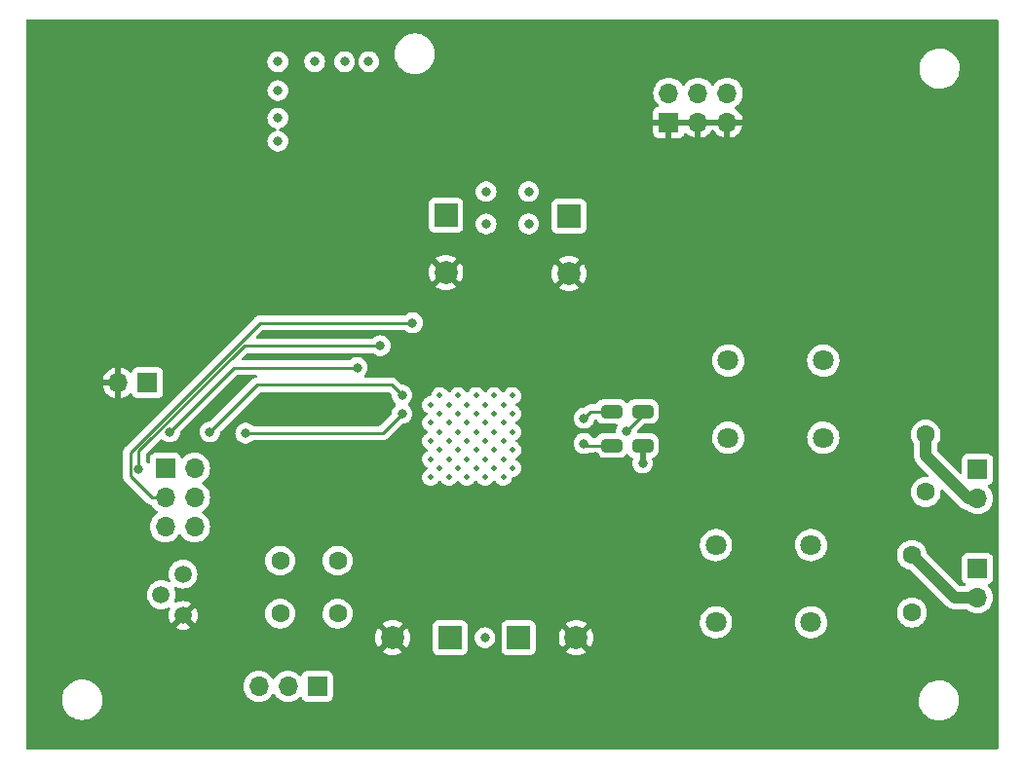
<source format=gbl>
G04 #@! TF.GenerationSoftware,KiCad,Pcbnew,(6.0.1)*
G04 #@! TF.CreationDate,2022-04-24T16:27:42-07:00*
G04 #@! TF.ProjectId,AudioAmp,41756469-6f41-46d7-902e-6b696361645f,rev?*
G04 #@! TF.SameCoordinates,Original*
G04 #@! TF.FileFunction,Copper,L4,Bot*
G04 #@! TF.FilePolarity,Positive*
%FSLAX46Y46*%
G04 Gerber Fmt 4.6, Leading zero omitted, Abs format (unit mm)*
G04 Created by KiCad (PCBNEW (6.0.1)) date 2022-04-24 16:27:42*
%MOMM*%
%LPD*%
G01*
G04 APERTURE LIST*
G04 Aperture macros list*
%AMRoundRect*
0 Rectangle with rounded corners*
0 $1 Rounding radius*
0 $2 $3 $4 $5 $6 $7 $8 $9 X,Y pos of 4 corners*
0 Add a 4 corners polygon primitive as box body*
4,1,4,$2,$3,$4,$5,$6,$7,$8,$9,$2,$3,0*
0 Add four circle primitives for the rounded corners*
1,1,$1+$1,$2,$3*
1,1,$1+$1,$4,$5*
1,1,$1+$1,$6,$7*
1,1,$1+$1,$8,$9*
0 Add four rect primitives between the rounded corners*
20,1,$1+$1,$2,$3,$4,$5,0*
20,1,$1+$1,$4,$5,$6,$7,0*
20,1,$1+$1,$6,$7,$8,$9,0*
20,1,$1+$1,$8,$9,$2,$3,0*%
G04 Aperture macros list end*
G04 #@! TA.AperFunction,ComponentPad*
%ADD10C,1.600000*%
G04 #@! TD*
G04 #@! TA.AperFunction,ComponentPad*
%ADD11R,2.000000X2.000000*%
G04 #@! TD*
G04 #@! TA.AperFunction,ComponentPad*
%ADD12C,2.000000*%
G04 #@! TD*
G04 #@! TA.AperFunction,ComponentPad*
%ADD13C,1.800000*%
G04 #@! TD*
G04 #@! TA.AperFunction,ComponentPad*
%ADD14R,1.700000X1.700000*%
G04 #@! TD*
G04 #@! TA.AperFunction,ComponentPad*
%ADD15O,1.700000X1.700000*%
G04 #@! TD*
G04 #@! TA.AperFunction,HeatsinkPad*
%ADD16C,0.508000*%
G04 #@! TD*
G04 #@! TA.AperFunction,ComponentPad*
%ADD17C,0.508000*%
G04 #@! TD*
G04 #@! TA.AperFunction,ComponentPad*
%ADD18C,1.498600*%
G04 #@! TD*
G04 #@! TA.AperFunction,SMDPad,CuDef*
%ADD19RoundRect,0.250000X0.650000X-0.325000X0.650000X0.325000X-0.650000X0.325000X-0.650000X-0.325000X0*%
G04 #@! TD*
G04 #@! TA.AperFunction,SMDPad,CuDef*
%ADD20RoundRect,0.250000X-0.650000X0.325000X-0.650000X-0.325000X0.650000X-0.325000X0.650000X0.325000X0*%
G04 #@! TD*
G04 #@! TA.AperFunction,ViaPad*
%ADD21C,0.800000*%
G04 #@! TD*
G04 #@! TA.AperFunction,Conductor*
%ADD22C,0.250000*%
G04 #@! TD*
G04 #@! TA.AperFunction,Conductor*
%ADD23C,0.500000*%
G04 #@! TD*
G04 #@! TA.AperFunction,Conductor*
%ADD24C,1.000000*%
G04 #@! TD*
G04 APERTURE END LIST*
D10*
X175195000Y-103630000D03*
X175195000Y-108630000D03*
X119100000Y-114600000D03*
X124100000Y-114600000D03*
D11*
X139832323Y-121300000D03*
D12*
X144832323Y-121300000D03*
D13*
X158040000Y-97190000D03*
X166300000Y-97190000D03*
X166300000Y-103900000D03*
X158040000Y-103900000D03*
D14*
X179700000Y-106660000D03*
D15*
X179700000Y-109200000D03*
D11*
X144200000Y-84632323D03*
D12*
X144200000Y-89632323D03*
D14*
X152875000Y-76475000D03*
D15*
X152875000Y-73935000D03*
X155415000Y-76475000D03*
X155415000Y-73935000D03*
X157955000Y-76475000D03*
X157955000Y-73935000D03*
D14*
X179700000Y-115270000D03*
D15*
X179700000Y-117810000D03*
D16*
X138492900Y-101036200D03*
X136918100Y-104185800D03*
X137705500Y-106548000D03*
X137705500Y-103398400D03*
X132981100Y-106548000D03*
X133768500Y-107335400D03*
X132193700Y-107335400D03*
X132193700Y-105760600D03*
X136130700Y-103398400D03*
X136918100Y-105760600D03*
X135343300Y-101036200D03*
X136130700Y-101823600D03*
X138492900Y-104185800D03*
X136918100Y-107335400D03*
X136918100Y-102611000D03*
X134555900Y-103398400D03*
X135343300Y-102611000D03*
X132193700Y-101036200D03*
X139280300Y-103398400D03*
X132193700Y-104185800D03*
X139280300Y-104973200D03*
X138492900Y-102611000D03*
X136130700Y-106548000D03*
X134555900Y-101823600D03*
D17*
X132981100Y-103398400D03*
D16*
X133768500Y-101036200D03*
X133768500Y-102611000D03*
X136918100Y-101036200D03*
X134555900Y-100248800D03*
X135343300Y-104185800D03*
X137705500Y-104973200D03*
X134555900Y-104973200D03*
X132981100Y-100248800D03*
X132193700Y-102611000D03*
X132981100Y-104973200D03*
X136130700Y-100248800D03*
X138492900Y-105760600D03*
X139280300Y-106548000D03*
X135343300Y-105760600D03*
X138492900Y-107335400D03*
X139280300Y-101823600D03*
X137705500Y-101823600D03*
X133768500Y-104185800D03*
X133768500Y-105760600D03*
X135343300Y-107335400D03*
X132981100Y-101823600D03*
X139280300Y-100248800D03*
X136130700Y-104973200D03*
X137705500Y-100248800D03*
X134555900Y-106548000D03*
D14*
X122325000Y-125525000D03*
D15*
X119785000Y-125525000D03*
X117245000Y-125525000D03*
D14*
X107575000Y-99125000D03*
D15*
X105035000Y-99125000D03*
D10*
X174000000Y-114100000D03*
X174000000Y-119100000D03*
D11*
X133867677Y-121300000D03*
D12*
X128867677Y-121300000D03*
D18*
X110664500Y-115765500D03*
X108764500Y-117565500D03*
X110664500Y-119365500D03*
D11*
X133500000Y-84532323D03*
D12*
X133500000Y-89532323D03*
D10*
X119100000Y-119200000D03*
X124100000Y-119200000D03*
D14*
X109125000Y-106575000D03*
D15*
X111665000Y-106575000D03*
X109125000Y-109115000D03*
X111665000Y-109115000D03*
X109125000Y-111655000D03*
X111665000Y-111655000D03*
D13*
X156970000Y-113245000D03*
X165230000Y-113245000D03*
X165230000Y-119955000D03*
X156970000Y-119955000D03*
D19*
X150600000Y-104575000D03*
X150600000Y-101625000D03*
D20*
X147900000Y-101625000D03*
X147900000Y-104575000D03*
D21*
X134900000Y-113000000D03*
X127000000Y-128270000D03*
X170180000Y-85090000D03*
X100330000Y-105410000D03*
X146500000Y-105500000D03*
X100360000Y-120660000D03*
X148590000Y-128270000D03*
X133350000Y-109220000D03*
X150500000Y-100100000D03*
X134290000Y-71080000D03*
X163860000Y-74950000D03*
X144780000Y-124460000D03*
X100330000Y-97790000D03*
X140600000Y-71120000D03*
X137160000Y-128270000D03*
X140970000Y-93980000D03*
X129700000Y-103400000D03*
X172720000Y-96520000D03*
X170180000Y-90170000D03*
X128000000Y-111500000D03*
X169900000Y-116700000D03*
X179070000Y-100330000D03*
X130810000Y-109220000D03*
X113030000Y-125730000D03*
X147320000Y-91440000D03*
X175260000Y-100330000D03*
X107950000Y-125730000D03*
X147320000Y-88900000D03*
X105410000Y-111760000D03*
X161290000Y-120650000D03*
X162170000Y-100545000D03*
X143510000Y-93980000D03*
X162560000Y-127000000D03*
X130810000Y-124460000D03*
X125200000Y-100400000D03*
X143500000Y-96100000D03*
X170180000Y-74930000D03*
X143510000Y-128270000D03*
X137410000Y-71120000D03*
X170180000Y-80010000D03*
X121920000Y-105410000D03*
X163830000Y-90170000D03*
X161290000Y-107950000D03*
X163830000Y-85090000D03*
X121300000Y-102500000D03*
X161290000Y-116840000D03*
X140970000Y-109220000D03*
X121920000Y-107950000D03*
X100330000Y-114300000D03*
X168910000Y-127000000D03*
X143170000Y-71120000D03*
X161290000Y-113030000D03*
X177800000Y-96520000D03*
X163830000Y-80010000D03*
X153670000Y-127000000D03*
X129540000Y-91440000D03*
X150800000Y-115800000D03*
X105410000Y-109220000D03*
X170795000Y-106430000D03*
X132080000Y-128270000D03*
X129700000Y-101800000D03*
X116100000Y-103500000D03*
X125800000Y-97800000D03*
X109500000Y-103400000D03*
X113000000Y-103400000D03*
X129700000Y-100200000D03*
X130600000Y-93900000D03*
X106800000Y-106600000D03*
X127800000Y-95900000D03*
X150600000Y-106100000D03*
X140700000Y-82500000D03*
X118900000Y-73700000D03*
X140700000Y-85300000D03*
X118900000Y-78100000D03*
X137000000Y-85300000D03*
X122100000Y-71200000D03*
X118900000Y-76100000D03*
X118900000Y-71200000D03*
X126800000Y-71200000D03*
X136900000Y-121300000D03*
X137000000Y-82500000D03*
X124700000Y-71200000D03*
X145500000Y-104400000D03*
X149200000Y-103300000D03*
X145500000Y-102200000D03*
D22*
X116100000Y-103500000D02*
X128000000Y-103500000D01*
X128000000Y-103500000D02*
X129700000Y-101800000D01*
X109500000Y-103400000D02*
X115100000Y-97800000D01*
X115100000Y-97800000D02*
X125800000Y-97800000D01*
X128800000Y-99300000D02*
X129700000Y-100200000D01*
X113000000Y-103400000D02*
X117100000Y-99300000D01*
X117100000Y-99300000D02*
X128800000Y-99300000D01*
X106075489Y-105164179D02*
X117339668Y-93900000D01*
X109125000Y-109115000D02*
X107922919Y-109115000D01*
X117339668Y-93900000D02*
X130600000Y-93900000D01*
X107922919Y-109115000D02*
X106075489Y-107267570D01*
X106075489Y-107267570D02*
X106075489Y-105164179D01*
X106800000Y-105075386D02*
X115975386Y-95900000D01*
X115975386Y-95900000D02*
X127800000Y-95900000D01*
X106800000Y-106600000D02*
X106800000Y-105075386D01*
D23*
X150600000Y-106100000D02*
X150600000Y-104575000D01*
D24*
X179700000Y-109200000D02*
X178900000Y-109200000D01*
X178900000Y-109200000D02*
X175195000Y-105495000D01*
X175195000Y-105495000D02*
X175195000Y-104865000D01*
X175195000Y-104865000D02*
X175195000Y-103630000D01*
X174000000Y-114100000D02*
X177710000Y-117810000D01*
X177710000Y-117810000D02*
X179700000Y-117810000D01*
D22*
X147900000Y-104575000D02*
X145675000Y-104575000D01*
X145675000Y-104575000D02*
X145500000Y-104400000D01*
X150600000Y-101900000D02*
X149200000Y-103300000D01*
X150600000Y-101625000D02*
X150600000Y-101900000D01*
X147900000Y-101625000D02*
X146075000Y-101625000D01*
X146075000Y-101625000D02*
X145500000Y-102200000D01*
G04 #@! TA.AperFunction,Conductor*
G36*
X181442121Y-67520002D02*
G01*
X181488614Y-67573658D01*
X181500000Y-67626000D01*
X181500000Y-130874000D01*
X181479998Y-130942121D01*
X181426342Y-130988614D01*
X181374000Y-131000000D01*
X97126000Y-131000000D01*
X97057879Y-130979998D01*
X97011386Y-130926342D01*
X97000000Y-130874000D01*
X97000000Y-126807165D01*
X100147866Y-126807165D01*
X100182952Y-127064970D01*
X100255758Y-127314757D01*
X100364686Y-127551039D01*
X100367246Y-127554944D01*
X100367249Y-127554949D01*
X100504775Y-127764712D01*
X100504779Y-127764717D01*
X100507341Y-127768625D01*
X100680591Y-127962735D01*
X100880629Y-128129105D01*
X101103061Y-128264080D01*
X101107375Y-128265889D01*
X101107377Y-128265890D01*
X101338686Y-128362886D01*
X101338691Y-128362888D01*
X101343001Y-128364695D01*
X101347533Y-128365846D01*
X101347536Y-128365847D01*
X101472815Y-128397663D01*
X101595177Y-128428739D01*
X101811286Y-128450500D01*
X101966044Y-128450500D01*
X101968369Y-128450327D01*
X101968375Y-128450327D01*
X102154814Y-128436472D01*
X102154818Y-128436471D01*
X102159466Y-128436126D01*
X102413232Y-128378705D01*
X102417586Y-128377012D01*
X102651370Y-128286098D01*
X102651372Y-128286097D01*
X102655723Y-128284405D01*
X102691285Y-128264080D01*
X102739038Y-128236786D01*
X102881612Y-128155299D01*
X103085936Y-127994223D01*
X103264208Y-127804714D01*
X103377825Y-127640937D01*
X103409846Y-127594779D01*
X103409848Y-127594776D01*
X103412511Y-127590937D01*
X103430258Y-127554949D01*
X103525521Y-127361775D01*
X103525522Y-127361772D01*
X103527586Y-127357587D01*
X103606906Y-127109792D01*
X103641347Y-126898317D01*
X103647977Y-126857606D01*
X103647977Y-126857605D01*
X103648728Y-126852994D01*
X103651418Y-126647512D01*
X103652073Y-126597512D01*
X103652073Y-126597509D01*
X103652134Y-126592835D01*
X103617048Y-126335030D01*
X103544242Y-126085243D01*
X103435314Y-125848961D01*
X103406637Y-125805221D01*
X103295225Y-125635288D01*
X103295221Y-125635283D01*
X103292659Y-125631375D01*
X103197716Y-125525000D01*
X115889341Y-125525000D01*
X115909937Y-125760408D01*
X115971097Y-125988663D01*
X115973419Y-125993643D01*
X115973420Y-125993645D01*
X116055121Y-126168851D01*
X116070965Y-126202829D01*
X116206505Y-126396401D01*
X116373599Y-126563495D01*
X116378107Y-126566652D01*
X116378110Y-126566654D01*
X116562661Y-126695878D01*
X116567170Y-126699035D01*
X116572152Y-126701358D01*
X116572157Y-126701361D01*
X116776355Y-126796580D01*
X116781337Y-126798903D01*
X116786645Y-126800325D01*
X116786647Y-126800326D01*
X116998776Y-126857165D01*
X117009592Y-126860063D01*
X117245000Y-126880659D01*
X117480408Y-126860063D01*
X117491224Y-126857165D01*
X117703353Y-126800326D01*
X117703355Y-126800325D01*
X117708663Y-126798903D01*
X117713645Y-126796580D01*
X117917843Y-126701361D01*
X117917848Y-126701358D01*
X117922830Y-126699035D01*
X117927339Y-126695878D01*
X118111890Y-126566654D01*
X118111893Y-126566652D01*
X118116401Y-126563495D01*
X118283495Y-126396401D01*
X118411787Y-126213180D01*
X118467244Y-126168851D01*
X118537863Y-126161542D01*
X118601224Y-126193572D01*
X118618212Y-126213179D01*
X118746505Y-126396401D01*
X118913599Y-126563495D01*
X118918107Y-126566652D01*
X118918110Y-126566654D01*
X119102661Y-126695878D01*
X119107170Y-126699035D01*
X119112152Y-126701358D01*
X119112157Y-126701361D01*
X119316355Y-126796580D01*
X119321337Y-126798903D01*
X119326645Y-126800325D01*
X119326647Y-126800326D01*
X119538776Y-126857165D01*
X119549592Y-126860063D01*
X119785000Y-126880659D01*
X120020408Y-126860063D01*
X120031224Y-126857165D01*
X120243353Y-126800326D01*
X120243355Y-126800325D01*
X120248663Y-126798903D01*
X120253645Y-126796580D01*
X120457843Y-126701361D01*
X120457848Y-126701358D01*
X120462830Y-126699035D01*
X120467339Y-126695878D01*
X120651890Y-126566654D01*
X120651893Y-126566652D01*
X120656401Y-126563495D01*
X120776011Y-126443885D01*
X120838323Y-126409859D01*
X120909138Y-126414924D01*
X120965974Y-126457471D01*
X120983088Y-126488752D01*
X121012292Y-126566654D01*
X121031474Y-126617824D01*
X121036854Y-126625003D01*
X121036856Y-126625006D01*
X121094082Y-126701361D01*
X121117454Y-126732546D01*
X121124635Y-126737928D01*
X121224994Y-126813144D01*
X121224997Y-126813146D01*
X121232176Y-126818526D01*
X121311645Y-126848317D01*
X121359025Y-126866079D01*
X121359027Y-126866079D01*
X121366420Y-126868851D01*
X121374270Y-126869704D01*
X121374271Y-126869704D01*
X121424217Y-126875130D01*
X121427623Y-126875500D01*
X122324868Y-126875500D01*
X123222376Y-126875499D01*
X123225770Y-126875130D01*
X123225776Y-126875130D01*
X123275722Y-126869705D01*
X123275726Y-126869704D01*
X123283580Y-126868851D01*
X123314753Y-126857165D01*
X174597866Y-126857165D01*
X174632952Y-127114970D01*
X174705758Y-127364757D01*
X174814686Y-127601039D01*
X174817246Y-127604944D01*
X174817249Y-127604949D01*
X174954775Y-127814712D01*
X174954779Y-127814717D01*
X174957341Y-127818625D01*
X175043966Y-127915680D01*
X175116649Y-127997114D01*
X175130591Y-128012735D01*
X175330629Y-128179105D01*
X175553061Y-128314080D01*
X175557375Y-128315889D01*
X175557377Y-128315890D01*
X175788686Y-128412886D01*
X175788691Y-128412888D01*
X175793001Y-128414695D01*
X175797533Y-128415846D01*
X175797536Y-128415847D01*
X175877386Y-128436126D01*
X176045177Y-128478739D01*
X176261286Y-128500500D01*
X176416044Y-128500500D01*
X176418369Y-128500327D01*
X176418375Y-128500327D01*
X176604814Y-128486472D01*
X176604818Y-128486471D01*
X176609466Y-128486126D01*
X176863232Y-128428705D01*
X176867586Y-128427012D01*
X177101370Y-128336098D01*
X177101372Y-128336097D01*
X177105723Y-128334405D01*
X177141285Y-128314080D01*
X177197261Y-128282087D01*
X177331612Y-128205299D01*
X177535936Y-128044223D01*
X177714208Y-127854714D01*
X177862511Y-127640937D01*
X177880258Y-127604949D01*
X177975521Y-127411775D01*
X177975522Y-127411772D01*
X177977586Y-127407587D01*
X178005940Y-127319011D01*
X178055483Y-127164237D01*
X178056906Y-127159792D01*
X178098728Y-126902994D01*
X178102134Y-126642835D01*
X178067048Y-126385030D01*
X177994242Y-126135243D01*
X177885314Y-125898961D01*
X177856637Y-125855221D01*
X177745225Y-125685288D01*
X177745221Y-125685283D01*
X177742659Y-125681375D01*
X177656034Y-125584320D01*
X177572526Y-125490757D01*
X177572524Y-125490755D01*
X177569409Y-125487265D01*
X177369371Y-125320895D01*
X177146939Y-125185920D01*
X177142623Y-125184110D01*
X176911314Y-125087114D01*
X176911309Y-125087112D01*
X176906999Y-125085305D01*
X176902467Y-125084154D01*
X176902464Y-125084153D01*
X176777185Y-125052337D01*
X176654823Y-125021261D01*
X176438714Y-124999500D01*
X176283956Y-124999500D01*
X176281631Y-124999673D01*
X176281625Y-124999673D01*
X176095186Y-125013528D01*
X176095182Y-125013529D01*
X176090534Y-125013874D01*
X175836768Y-125071295D01*
X175832416Y-125072987D01*
X175832414Y-125072988D01*
X175598630Y-125163902D01*
X175598628Y-125163903D01*
X175594277Y-125165595D01*
X175590223Y-125167912D01*
X175590221Y-125167913D01*
X175554467Y-125188348D01*
X175368388Y-125294701D01*
X175164064Y-125455777D01*
X174985792Y-125645286D01*
X174905929Y-125760408D01*
X174847210Y-125845051D01*
X174837489Y-125859063D01*
X174835423Y-125863253D01*
X174835421Y-125863256D01*
X174728048Y-126080989D01*
X174722414Y-126092413D01*
X174643094Y-126340208D01*
X174601272Y-126597006D01*
X174600733Y-126638201D01*
X174598331Y-126821676D01*
X174597866Y-126857165D01*
X123314753Y-126857165D01*
X123417824Y-126818526D01*
X123425003Y-126813146D01*
X123425006Y-126813144D01*
X123525365Y-126737928D01*
X123532546Y-126732546D01*
X123555918Y-126701361D01*
X123613144Y-126625006D01*
X123613146Y-126625003D01*
X123618526Y-126617824D01*
X123668851Y-126483580D01*
X123671688Y-126457471D01*
X123675131Y-126425774D01*
X123675131Y-126425773D01*
X123675500Y-126422377D01*
X123675499Y-124627624D01*
X123668851Y-124566420D01*
X123618526Y-124432176D01*
X123613146Y-124424997D01*
X123613144Y-124424994D01*
X123537928Y-124324635D01*
X123532546Y-124317454D01*
X123525365Y-124312072D01*
X123425006Y-124236856D01*
X123425003Y-124236854D01*
X123417824Y-124231474D01*
X123310821Y-124191361D01*
X123290975Y-124183921D01*
X123290973Y-124183921D01*
X123283580Y-124181149D01*
X123275730Y-124180296D01*
X123275729Y-124180296D01*
X123225774Y-124174869D01*
X123225773Y-124174869D01*
X123222377Y-124174500D01*
X122325132Y-124174500D01*
X121427624Y-124174501D01*
X121424230Y-124174870D01*
X121424224Y-124174870D01*
X121374278Y-124180295D01*
X121374274Y-124180296D01*
X121366420Y-124181149D01*
X121232176Y-124231474D01*
X121224997Y-124236854D01*
X121224994Y-124236856D01*
X121124635Y-124312072D01*
X121117454Y-124317454D01*
X121112072Y-124324635D01*
X121036856Y-124424994D01*
X121036854Y-124424997D01*
X121031474Y-124432176D01*
X121028324Y-124440580D01*
X121028323Y-124440581D01*
X121011107Y-124486505D01*
X120983924Y-124559019D01*
X120983088Y-124561248D01*
X120940447Y-124618013D01*
X120873886Y-124642714D01*
X120804537Y-124627507D01*
X120776011Y-124606115D01*
X120656401Y-124486505D01*
X120651893Y-124483348D01*
X120651890Y-124483346D01*
X120467339Y-124354122D01*
X120467336Y-124354120D01*
X120462830Y-124350965D01*
X120457848Y-124348642D01*
X120457843Y-124348639D01*
X120253645Y-124253420D01*
X120253644Y-124253419D01*
X120248663Y-124251097D01*
X120243355Y-124249675D01*
X120243353Y-124249674D01*
X120025723Y-124191361D01*
X120025722Y-124191361D01*
X120020408Y-124189937D01*
X119785000Y-124169341D01*
X119549592Y-124189937D01*
X119544278Y-124191361D01*
X119544277Y-124191361D01*
X119326647Y-124249674D01*
X119326645Y-124249675D01*
X119321337Y-124251097D01*
X119316357Y-124253419D01*
X119316355Y-124253420D01*
X119112152Y-124348642D01*
X119112149Y-124348644D01*
X119107171Y-124350965D01*
X118913599Y-124486505D01*
X118746505Y-124653599D01*
X118743346Y-124658111D01*
X118618213Y-124836820D01*
X118562756Y-124881149D01*
X118492137Y-124888458D01*
X118428776Y-124856428D01*
X118411787Y-124836820D01*
X118286654Y-124658111D01*
X118283495Y-124653599D01*
X118116401Y-124486505D01*
X118111893Y-124483348D01*
X118111890Y-124483346D01*
X117927339Y-124354122D01*
X117927336Y-124354120D01*
X117922830Y-124350965D01*
X117917848Y-124348642D01*
X117917843Y-124348639D01*
X117713645Y-124253420D01*
X117713644Y-124253419D01*
X117708663Y-124251097D01*
X117703355Y-124249675D01*
X117703353Y-124249674D01*
X117485723Y-124191361D01*
X117485722Y-124191361D01*
X117480408Y-124189937D01*
X117245000Y-124169341D01*
X117009592Y-124189937D01*
X117004278Y-124191361D01*
X117004277Y-124191361D01*
X116786647Y-124249674D01*
X116786645Y-124249675D01*
X116781337Y-124251097D01*
X116776357Y-124253419D01*
X116776355Y-124253420D01*
X116572152Y-124348642D01*
X116572149Y-124348644D01*
X116567171Y-124350965D01*
X116373599Y-124486505D01*
X116206505Y-124653599D01*
X116070965Y-124847171D01*
X116068644Y-124852149D01*
X116068642Y-124852152D01*
X115983773Y-125034153D01*
X115971097Y-125061337D01*
X115969675Y-125066645D01*
X115969674Y-125066647D01*
X115911361Y-125284277D01*
X115909937Y-125289592D01*
X115889341Y-125525000D01*
X103197716Y-125525000D01*
X103192829Y-125519525D01*
X103122526Y-125440757D01*
X103122524Y-125440755D01*
X103119409Y-125437265D01*
X102919371Y-125270895D01*
X102696939Y-125135920D01*
X102692623Y-125134110D01*
X102461314Y-125037114D01*
X102461309Y-125037112D01*
X102456999Y-125035305D01*
X102452467Y-125034154D01*
X102452464Y-125034153D01*
X102327185Y-125002337D01*
X102204823Y-124971261D01*
X101988714Y-124949500D01*
X101833956Y-124949500D01*
X101831631Y-124949673D01*
X101831625Y-124949673D01*
X101645186Y-124963528D01*
X101645182Y-124963529D01*
X101640534Y-124963874D01*
X101386768Y-125021295D01*
X101382416Y-125022987D01*
X101382414Y-125022988D01*
X101148630Y-125113902D01*
X101148628Y-125113903D01*
X101144277Y-125115595D01*
X101140223Y-125117912D01*
X101140221Y-125117913D01*
X101104467Y-125138348D01*
X100918388Y-125244701D01*
X100714064Y-125405777D01*
X100535792Y-125595286D01*
X100387489Y-125809063D01*
X100385423Y-125813253D01*
X100385421Y-125813256D01*
X100296464Y-125993645D01*
X100272414Y-126042413D01*
X100270992Y-126046856D01*
X100270991Y-126046858D01*
X100242699Y-126135243D01*
X100193094Y-126290208D01*
X100192344Y-126294814D01*
X100161602Y-126483580D01*
X100151272Y-126547006D01*
X100150611Y-126597512D01*
X100147956Y-126800326D01*
X100147866Y-126807165D01*
X97000000Y-126807165D01*
X97000000Y-122532670D01*
X127999837Y-122532670D01*
X128005564Y-122540320D01*
X128176719Y-122645205D01*
X128185514Y-122649687D01*
X128395665Y-122736734D01*
X128405050Y-122739783D01*
X128626231Y-122792885D01*
X128635978Y-122794428D01*
X128862747Y-122812275D01*
X128872607Y-122812275D01*
X129099376Y-122794428D01*
X129109123Y-122792885D01*
X129330304Y-122739783D01*
X129339689Y-122736734D01*
X129549840Y-122649687D01*
X129558635Y-122645205D01*
X129726122Y-122542568D01*
X129735584Y-122532110D01*
X129731801Y-122523334D01*
X128880489Y-121672022D01*
X128866545Y-121664408D01*
X128864712Y-121664539D01*
X128858097Y-121668790D01*
X128006597Y-122520290D01*
X127999837Y-122532670D01*
X97000000Y-122532670D01*
X97000000Y-121304930D01*
X127355402Y-121304930D01*
X127373249Y-121531699D01*
X127374792Y-121541446D01*
X127427894Y-121762627D01*
X127430943Y-121772012D01*
X127517990Y-121982163D01*
X127522472Y-121990958D01*
X127625109Y-122158445D01*
X127635567Y-122167907D01*
X127644343Y-122164124D01*
X128495655Y-121312812D01*
X128502033Y-121301132D01*
X129232085Y-121301132D01*
X129232216Y-121302965D01*
X129236467Y-121309580D01*
X130087967Y-122161080D01*
X130100347Y-122167840D01*
X130107997Y-122162113D01*
X130212882Y-121990958D01*
X130217364Y-121982163D01*
X130304411Y-121772012D01*
X130307460Y-121762627D01*
X130360562Y-121541446D01*
X130362105Y-121531699D01*
X130379952Y-121304930D01*
X130379952Y-121295070D01*
X130362105Y-121068301D01*
X130360562Y-121058554D01*
X130307460Y-120837373D01*
X130304411Y-120827988D01*
X130217364Y-120617837D01*
X130212882Y-120609042D01*
X130110245Y-120441555D01*
X130099787Y-120432093D01*
X130091011Y-120435876D01*
X129239699Y-121287188D01*
X129232085Y-121301132D01*
X128502033Y-121301132D01*
X128503269Y-121298868D01*
X128503138Y-121297035D01*
X128498887Y-121290420D01*
X127647387Y-120438920D01*
X127635007Y-120432160D01*
X127627357Y-120437887D01*
X127522472Y-120609042D01*
X127517990Y-120617837D01*
X127430943Y-120827988D01*
X127427894Y-120837373D01*
X127374792Y-121058554D01*
X127373249Y-121068301D01*
X127355402Y-121295070D01*
X127355402Y-121304930D01*
X97000000Y-121304930D01*
X97000000Y-120415159D01*
X109979396Y-120415159D01*
X109988692Y-120427174D01*
X110028940Y-120455356D01*
X110038435Y-120460839D01*
X110227853Y-120549166D01*
X110238145Y-120552912D01*
X110440023Y-120607005D01*
X110450818Y-120608908D01*
X110659025Y-120627124D01*
X110669975Y-120627124D01*
X110878182Y-120608908D01*
X110888977Y-120607005D01*
X111090855Y-120552912D01*
X111101147Y-120549166D01*
X111290565Y-120460839D01*
X111300060Y-120455356D01*
X111341146Y-120426587D01*
X111349521Y-120416110D01*
X111342453Y-120402663D01*
X110677312Y-119737522D01*
X110663368Y-119729908D01*
X110661535Y-119730039D01*
X110654920Y-119734290D01*
X109985826Y-120403384D01*
X109979396Y-120415159D01*
X97000000Y-120415159D01*
X97000000Y-117565500D01*
X107509926Y-117565500D01*
X107528986Y-117783354D01*
X107530410Y-117788668D01*
X107530410Y-117788669D01*
X107579490Y-117971838D01*
X107585586Y-117994590D01*
X107587908Y-117999571D01*
X107587909Y-117999572D01*
X107675681Y-118187800D01*
X107675684Y-118187805D01*
X107678007Y-118192787D01*
X107681163Y-118197294D01*
X107681164Y-118197296D01*
X107792967Y-118356966D01*
X107803441Y-118371925D01*
X107958075Y-118526559D01*
X107962583Y-118529716D01*
X107962586Y-118529718D01*
X108132256Y-118648522D01*
X108137213Y-118651993D01*
X108142195Y-118654316D01*
X108142200Y-118654319D01*
X108327625Y-118740784D01*
X108335410Y-118744414D01*
X108340718Y-118745836D01*
X108340720Y-118745837D01*
X108541331Y-118799590D01*
X108541332Y-118799590D01*
X108546646Y-118801014D01*
X108764500Y-118820074D01*
X108982354Y-118801014D01*
X108987668Y-118799590D01*
X108987669Y-118799590D01*
X109188280Y-118745837D01*
X109188282Y-118745836D01*
X109193590Y-118744414D01*
X109204266Y-118739436D01*
X109356804Y-118668306D01*
X109426996Y-118657645D01*
X109491808Y-118686625D01*
X109530665Y-118746045D01*
X109531228Y-118817039D01*
X109524248Y-118835752D01*
X109480836Y-118928848D01*
X109477088Y-118939145D01*
X109422995Y-119141023D01*
X109421092Y-119151818D01*
X109402876Y-119360025D01*
X109402876Y-119370975D01*
X109421092Y-119579182D01*
X109422995Y-119589977D01*
X109477088Y-119791855D01*
X109480834Y-119802147D01*
X109569161Y-119991564D01*
X109574644Y-120001060D01*
X109603413Y-120042146D01*
X109613890Y-120050521D01*
X109627338Y-120043452D01*
X110304158Y-119366632D01*
X111028908Y-119366632D01*
X111029039Y-119368465D01*
X111033290Y-119375080D01*
X111702384Y-120044174D01*
X111714159Y-120050604D01*
X111726174Y-120041308D01*
X111754356Y-120001060D01*
X111759839Y-119991564D01*
X111848166Y-119802147D01*
X111851912Y-119791855D01*
X111906005Y-119589977D01*
X111907908Y-119579182D01*
X111926124Y-119370975D01*
X111926124Y-119360025D01*
X111912123Y-119200000D01*
X117794532Y-119200000D01*
X117814365Y-119426692D01*
X117873261Y-119646496D01*
X117875583Y-119651476D01*
X117875584Y-119651478D01*
X117949002Y-119808921D01*
X117969432Y-119852734D01*
X118099953Y-120039139D01*
X118260861Y-120200047D01*
X118447266Y-120330568D01*
X118452244Y-120332889D01*
X118452247Y-120332891D01*
X118630710Y-120416110D01*
X118653504Y-120426739D01*
X118658812Y-120428161D01*
X118658814Y-120428162D01*
X118867993Y-120484211D01*
X118867995Y-120484211D01*
X118873308Y-120485635D01*
X119100000Y-120505468D01*
X119326692Y-120485635D01*
X119332005Y-120484211D01*
X119332007Y-120484211D01*
X119541186Y-120428162D01*
X119541188Y-120428161D01*
X119546496Y-120426739D01*
X119569290Y-120416110D01*
X119747753Y-120332891D01*
X119747756Y-120332889D01*
X119752734Y-120330568D01*
X119939139Y-120200047D01*
X120100047Y-120039139D01*
X120230568Y-119852734D01*
X120250999Y-119808921D01*
X120324416Y-119651478D01*
X120324417Y-119651476D01*
X120326739Y-119646496D01*
X120385635Y-119426692D01*
X120405468Y-119200000D01*
X122794532Y-119200000D01*
X122814365Y-119426692D01*
X122873261Y-119646496D01*
X122875583Y-119651476D01*
X122875584Y-119651478D01*
X122949002Y-119808921D01*
X122969432Y-119852734D01*
X123099953Y-120039139D01*
X123260861Y-120200047D01*
X123447266Y-120330568D01*
X123452244Y-120332889D01*
X123452247Y-120332891D01*
X123630710Y-120416110D01*
X123653504Y-120426739D01*
X123658812Y-120428161D01*
X123658814Y-120428162D01*
X123867993Y-120484211D01*
X123867995Y-120484211D01*
X123873308Y-120485635D01*
X124100000Y-120505468D01*
X124326692Y-120485635D01*
X124332005Y-120484211D01*
X124332007Y-120484211D01*
X124541186Y-120428162D01*
X124541188Y-120428161D01*
X124546496Y-120426739D01*
X124569290Y-120416110D01*
X124747753Y-120332891D01*
X124747756Y-120332889D01*
X124752734Y-120330568D01*
X124939139Y-120200047D01*
X125071296Y-120067890D01*
X127999770Y-120067890D01*
X128003553Y-120076666D01*
X128854865Y-120927978D01*
X128868809Y-120935592D01*
X128870642Y-120935461D01*
X128877257Y-120931210D01*
X129555844Y-120252623D01*
X132367177Y-120252623D01*
X132367178Y-122347376D01*
X132373826Y-122408580D01*
X132424151Y-122542824D01*
X132429531Y-122550003D01*
X132429533Y-122550006D01*
X132500882Y-122645205D01*
X132510131Y-122657546D01*
X132517312Y-122662928D01*
X132617671Y-122738144D01*
X132617674Y-122738146D01*
X132624853Y-122743526D01*
X132714238Y-122777034D01*
X132751702Y-122791079D01*
X132751704Y-122791079D01*
X132759097Y-122793851D01*
X132766947Y-122794704D01*
X132766948Y-122794704D01*
X132816894Y-122800130D01*
X132820300Y-122800500D01*
X133867523Y-122800500D01*
X134915053Y-122800499D01*
X134918447Y-122800130D01*
X134918453Y-122800130D01*
X134968399Y-122794705D01*
X134968403Y-122794704D01*
X134976257Y-122793851D01*
X135110501Y-122743526D01*
X135117680Y-122738146D01*
X135117683Y-122738144D01*
X135218042Y-122662928D01*
X135225223Y-122657546D01*
X135234472Y-122645205D01*
X135305821Y-122550006D01*
X135305823Y-122550003D01*
X135311203Y-122542824D01*
X135361528Y-122408580D01*
X135368177Y-122347377D01*
X135368176Y-121300000D01*
X135994540Y-121300000D01*
X135995230Y-121306565D01*
X136000726Y-121358853D01*
X136014326Y-121488256D01*
X136072821Y-121668284D01*
X136167467Y-121832216D01*
X136294129Y-121972888D01*
X136447270Y-122084151D01*
X136620197Y-122161144D01*
X136718212Y-122181978D01*
X136798897Y-122199128D01*
X136798901Y-122199128D01*
X136805354Y-122200500D01*
X136994646Y-122200500D01*
X137001099Y-122199128D01*
X137001103Y-122199128D01*
X137081788Y-122181978D01*
X137179803Y-122161144D01*
X137352730Y-122084151D01*
X137505871Y-121972888D01*
X137632533Y-121832216D01*
X137727179Y-121668284D01*
X137785674Y-121488256D01*
X137799275Y-121358853D01*
X137804770Y-121306565D01*
X137805460Y-121300000D01*
X137797024Y-121219738D01*
X137786364Y-121118307D01*
X137786364Y-121118305D01*
X137785674Y-121111744D01*
X137727179Y-120931716D01*
X137632533Y-120767784D01*
X137505871Y-120627112D01*
X137352730Y-120515849D01*
X137179803Y-120438856D01*
X137072791Y-120416110D01*
X137001103Y-120400872D01*
X137001099Y-120400872D01*
X136994646Y-120399500D01*
X136805354Y-120399500D01*
X136798901Y-120400872D01*
X136798897Y-120400872D01*
X136727209Y-120416110D01*
X136620197Y-120438856D01*
X136447270Y-120515849D01*
X136294129Y-120627112D01*
X136167467Y-120767784D01*
X136072821Y-120931716D01*
X136014326Y-121111744D01*
X136013636Y-121118305D01*
X136013636Y-121118307D01*
X136002976Y-121219738D01*
X135994540Y-121300000D01*
X135368176Y-121300000D01*
X135368176Y-120252624D01*
X135368176Y-120252623D01*
X138331823Y-120252623D01*
X138331824Y-122347376D01*
X138338472Y-122408580D01*
X138388797Y-122542824D01*
X138394177Y-122550003D01*
X138394179Y-122550006D01*
X138465528Y-122645205D01*
X138474777Y-122657546D01*
X138481958Y-122662928D01*
X138582317Y-122738144D01*
X138582320Y-122738146D01*
X138589499Y-122743526D01*
X138678884Y-122777034D01*
X138716348Y-122791079D01*
X138716350Y-122791079D01*
X138723743Y-122793851D01*
X138731593Y-122794704D01*
X138731594Y-122794704D01*
X138781540Y-122800130D01*
X138784946Y-122800500D01*
X139832169Y-122800500D01*
X140879699Y-122800499D01*
X140883093Y-122800130D01*
X140883099Y-122800130D01*
X140933045Y-122794705D01*
X140933049Y-122794704D01*
X140940903Y-122793851D01*
X141075147Y-122743526D01*
X141082326Y-122738146D01*
X141082329Y-122738144D01*
X141182688Y-122662928D01*
X141189869Y-122657546D01*
X141199118Y-122645205D01*
X141270467Y-122550006D01*
X141270469Y-122550003D01*
X141275849Y-122542824D01*
X141279656Y-122532670D01*
X143964483Y-122532670D01*
X143970210Y-122540320D01*
X144141365Y-122645205D01*
X144150160Y-122649687D01*
X144360311Y-122736734D01*
X144369696Y-122739783D01*
X144590877Y-122792885D01*
X144600624Y-122794428D01*
X144827393Y-122812275D01*
X144837253Y-122812275D01*
X145064022Y-122794428D01*
X145073769Y-122792885D01*
X145294950Y-122739783D01*
X145304335Y-122736734D01*
X145514486Y-122649687D01*
X145523281Y-122645205D01*
X145690768Y-122542568D01*
X145700230Y-122532110D01*
X145696447Y-122523334D01*
X144845135Y-121672022D01*
X144831191Y-121664408D01*
X144829358Y-121664539D01*
X144822743Y-121668790D01*
X143971243Y-122520290D01*
X143964483Y-122532670D01*
X141279656Y-122532670D01*
X141326174Y-122408580D01*
X141332823Y-122347377D01*
X141332823Y-121304930D01*
X143320048Y-121304930D01*
X143337895Y-121531699D01*
X143339438Y-121541446D01*
X143392540Y-121762627D01*
X143395589Y-121772012D01*
X143482636Y-121982163D01*
X143487118Y-121990958D01*
X143589755Y-122158445D01*
X143600213Y-122167907D01*
X143608989Y-122164124D01*
X144460301Y-121312812D01*
X144466679Y-121301132D01*
X145196731Y-121301132D01*
X145196862Y-121302965D01*
X145201113Y-121309580D01*
X146052613Y-122161080D01*
X146064993Y-122167840D01*
X146072643Y-122162113D01*
X146177528Y-121990958D01*
X146182010Y-121982163D01*
X146269057Y-121772012D01*
X146272106Y-121762627D01*
X146325208Y-121541446D01*
X146326751Y-121531699D01*
X146344598Y-121304930D01*
X146344598Y-121295070D01*
X146326751Y-121068301D01*
X146325208Y-121058554D01*
X146272106Y-120837373D01*
X146269057Y-120827988D01*
X146182010Y-120617837D01*
X146177528Y-120609042D01*
X146074891Y-120441555D01*
X146064433Y-120432093D01*
X146055657Y-120435876D01*
X145204345Y-121287188D01*
X145196731Y-121301132D01*
X144466679Y-121301132D01*
X144467915Y-121298868D01*
X144467784Y-121297035D01*
X144463533Y-121290420D01*
X143612033Y-120438920D01*
X143599653Y-120432160D01*
X143592003Y-120437887D01*
X143487118Y-120609042D01*
X143482636Y-120617837D01*
X143395589Y-120827988D01*
X143392540Y-120837373D01*
X143339438Y-121058554D01*
X143337895Y-121068301D01*
X143320048Y-121295070D01*
X143320048Y-121304930D01*
X141332823Y-121304930D01*
X141332822Y-120252624D01*
X141332453Y-120249224D01*
X141327028Y-120199278D01*
X141327027Y-120199274D01*
X141326174Y-120191420D01*
X141279865Y-120067890D01*
X143964416Y-120067890D01*
X143968199Y-120076666D01*
X144819511Y-120927978D01*
X144833455Y-120935592D01*
X144835288Y-120935461D01*
X144841903Y-120931210D01*
X145693403Y-120079710D01*
X145700163Y-120067330D01*
X145694436Y-120059680D01*
X145523281Y-119954795D01*
X145514486Y-119950313D01*
X145442909Y-119920665D01*
X155565119Y-119920665D01*
X155565416Y-119925817D01*
X155565416Y-119925821D01*
X155572611Y-120050604D01*
X155578376Y-120150580D01*
X155579513Y-120155626D01*
X155579514Y-120155632D01*
X155602143Y-120256042D01*
X155629006Y-120375242D01*
X155630948Y-120380024D01*
X155630949Y-120380028D01*
X155687676Y-120519730D01*
X155715649Y-120588618D01*
X155835979Y-120784978D01*
X155986763Y-120959048D01*
X156163953Y-121106154D01*
X156362790Y-121222345D01*
X156577934Y-121304501D01*
X156583000Y-121305532D01*
X156583001Y-121305532D01*
X156602898Y-121309580D01*
X156803607Y-121350414D01*
X156933352Y-121355172D01*
X157028585Y-121358664D01*
X157028589Y-121358664D01*
X157033749Y-121358853D01*
X157038869Y-121358197D01*
X157038871Y-121358197D01*
X157108272Y-121349307D01*
X157262178Y-121329591D01*
X157267126Y-121328106D01*
X157267133Y-121328105D01*
X157477811Y-121264898D01*
X157477810Y-121264898D01*
X157482761Y-121263413D01*
X157689574Y-121162096D01*
X157877062Y-121028363D01*
X158040190Y-120865803D01*
X158098269Y-120784978D01*
X158171559Y-120682983D01*
X158174577Y-120678783D01*
X158200109Y-120627124D01*
X158255104Y-120515849D01*
X158276615Y-120472325D01*
X158318979Y-120332891D01*
X158342059Y-120256927D01*
X158342060Y-120256921D01*
X158343563Y-120251975D01*
X158357592Y-120145411D01*
X158373185Y-120026971D01*
X158373185Y-120026965D01*
X158373622Y-120023649D01*
X158375300Y-119955000D01*
X158372477Y-119920665D01*
X163825119Y-119920665D01*
X163825416Y-119925817D01*
X163825416Y-119925821D01*
X163832611Y-120050604D01*
X163838376Y-120150580D01*
X163839513Y-120155626D01*
X163839514Y-120155632D01*
X163862143Y-120256042D01*
X163889006Y-120375242D01*
X163890948Y-120380024D01*
X163890949Y-120380028D01*
X163947676Y-120519730D01*
X163975649Y-120588618D01*
X164095979Y-120784978D01*
X164246763Y-120959048D01*
X164423953Y-121106154D01*
X164622790Y-121222345D01*
X164837934Y-121304501D01*
X164843000Y-121305532D01*
X164843001Y-121305532D01*
X164862898Y-121309580D01*
X165063607Y-121350414D01*
X165193352Y-121355172D01*
X165288585Y-121358664D01*
X165288589Y-121358664D01*
X165293749Y-121358853D01*
X165298869Y-121358197D01*
X165298871Y-121358197D01*
X165368272Y-121349307D01*
X165522178Y-121329591D01*
X165527126Y-121328106D01*
X165527133Y-121328105D01*
X165737811Y-121264898D01*
X165737810Y-121264898D01*
X165742761Y-121263413D01*
X165949574Y-121162096D01*
X166137062Y-121028363D01*
X166300190Y-120865803D01*
X166358269Y-120784978D01*
X166431559Y-120682983D01*
X166434577Y-120678783D01*
X166460109Y-120627124D01*
X166515104Y-120515849D01*
X166536615Y-120472325D01*
X166578979Y-120332891D01*
X166602059Y-120256927D01*
X166602060Y-120256921D01*
X166603563Y-120251975D01*
X166617592Y-120145411D01*
X166633185Y-120026971D01*
X166633185Y-120026965D01*
X166633622Y-120023649D01*
X166635300Y-119955000D01*
X166616430Y-119725478D01*
X166560326Y-119502120D01*
X166468496Y-119290924D01*
X166344982Y-119100000D01*
X172694532Y-119100000D01*
X172714365Y-119326692D01*
X172715789Y-119332005D01*
X172715789Y-119332007D01*
X172762714Y-119507132D01*
X172773261Y-119546496D01*
X172775583Y-119551476D01*
X172775584Y-119551478D01*
X172840959Y-119691673D01*
X172869432Y-119752734D01*
X172999953Y-119939139D01*
X173160861Y-120100047D01*
X173347266Y-120230568D01*
X173352244Y-120232889D01*
X173352247Y-120232891D01*
X173548522Y-120324416D01*
X173553504Y-120326739D01*
X173558812Y-120328161D01*
X173558814Y-120328162D01*
X173767993Y-120384211D01*
X173767995Y-120384211D01*
X173773308Y-120385635D01*
X174000000Y-120405468D01*
X174226692Y-120385635D01*
X174232005Y-120384211D01*
X174232007Y-120384211D01*
X174441186Y-120328162D01*
X174441188Y-120328161D01*
X174446496Y-120326739D01*
X174451478Y-120324416D01*
X174647753Y-120232891D01*
X174647756Y-120232889D01*
X174652734Y-120230568D01*
X174839139Y-120100047D01*
X175000047Y-119939139D01*
X175130568Y-119752734D01*
X175159042Y-119691673D01*
X175224416Y-119551478D01*
X175224417Y-119551476D01*
X175226739Y-119546496D01*
X175237287Y-119507132D01*
X175284211Y-119332007D01*
X175284211Y-119332005D01*
X175285635Y-119326692D01*
X175305468Y-119100000D01*
X175285635Y-118873308D01*
X175279833Y-118851654D01*
X175228162Y-118658814D01*
X175228161Y-118658812D01*
X175226739Y-118653504D01*
X175205767Y-118608529D01*
X175132891Y-118452247D01*
X175132889Y-118452244D01*
X175130568Y-118447266D01*
X175000047Y-118260861D01*
X174839139Y-118099953D01*
X174652734Y-117969432D01*
X174647756Y-117967111D01*
X174647753Y-117967109D01*
X174451478Y-117875584D01*
X174451476Y-117875583D01*
X174446496Y-117873261D01*
X174441188Y-117871839D01*
X174441186Y-117871838D01*
X174232007Y-117815789D01*
X174232005Y-117815789D01*
X174226692Y-117814365D01*
X174000000Y-117794532D01*
X173773308Y-117814365D01*
X173767995Y-117815789D01*
X173767993Y-117815789D01*
X173558814Y-117871838D01*
X173558812Y-117871839D01*
X173553504Y-117873261D01*
X173548524Y-117875583D01*
X173548522Y-117875584D01*
X173352247Y-117967109D01*
X173352244Y-117967111D01*
X173347266Y-117969432D01*
X173160861Y-118099953D01*
X172999953Y-118260861D01*
X172869432Y-118447266D01*
X172867111Y-118452244D01*
X172867109Y-118452247D01*
X172794233Y-118608529D01*
X172773261Y-118653504D01*
X172771839Y-118658812D01*
X172771838Y-118658814D01*
X172720167Y-118851654D01*
X172714365Y-118873308D01*
X172694532Y-119100000D01*
X166344982Y-119100000D01*
X166343405Y-119097563D01*
X166332271Y-119085326D01*
X166191890Y-118931051D01*
X166191889Y-118931050D01*
X166188412Y-118927229D01*
X166184361Y-118924030D01*
X166184357Y-118924026D01*
X166011735Y-118787697D01*
X166011730Y-118787693D01*
X166007681Y-118784496D01*
X166003165Y-118782003D01*
X166003162Y-118782001D01*
X165810589Y-118675695D01*
X165810585Y-118675693D01*
X165806065Y-118673198D01*
X165801196Y-118671474D01*
X165801192Y-118671472D01*
X165593853Y-118598049D01*
X165593849Y-118598048D01*
X165588978Y-118596323D01*
X165583885Y-118595416D01*
X165583882Y-118595415D01*
X165468950Y-118574943D01*
X165362250Y-118555937D01*
X165275802Y-118554881D01*
X165137141Y-118553186D01*
X165137139Y-118553186D01*
X165131971Y-118553123D01*
X164904325Y-118587958D01*
X164685424Y-118659506D01*
X164635882Y-118685296D01*
X164497837Y-118757158D01*
X164481149Y-118765845D01*
X164296984Y-118904119D01*
X164137877Y-119070616D01*
X164134963Y-119074888D01*
X164134962Y-119074889D01*
X164116532Y-119101906D01*
X164008099Y-119260863D01*
X164005923Y-119265552D01*
X164005919Y-119265558D01*
X163913315Y-119465057D01*
X163911136Y-119469752D01*
X163849592Y-119691673D01*
X163849043Y-119696810D01*
X163831898Y-119857239D01*
X163825119Y-119920665D01*
X158372477Y-119920665D01*
X158356430Y-119725478D01*
X158300326Y-119502120D01*
X158208496Y-119290924D01*
X158083405Y-119097563D01*
X158072271Y-119085326D01*
X157931890Y-118931051D01*
X157931889Y-118931050D01*
X157928412Y-118927229D01*
X157924361Y-118924030D01*
X157924357Y-118924026D01*
X157751735Y-118787697D01*
X157751730Y-118787693D01*
X157747681Y-118784496D01*
X157743165Y-118782003D01*
X157743162Y-118782001D01*
X157550589Y-118675695D01*
X157550585Y-118675693D01*
X157546065Y-118673198D01*
X157541196Y-118671474D01*
X157541192Y-118671472D01*
X157333853Y-118598049D01*
X157333849Y-118598048D01*
X157328978Y-118596323D01*
X157323885Y-118595416D01*
X157323882Y-118595415D01*
X157208950Y-118574943D01*
X157102250Y-118555937D01*
X157015802Y-118554881D01*
X156877141Y-118553186D01*
X156877139Y-118553186D01*
X156871971Y-118553123D01*
X156644325Y-118587958D01*
X156425424Y-118659506D01*
X156375882Y-118685296D01*
X156237837Y-118757158D01*
X156221149Y-118765845D01*
X156036984Y-118904119D01*
X155877877Y-119070616D01*
X155874963Y-119074888D01*
X155874962Y-119074889D01*
X155856532Y-119101906D01*
X155748099Y-119260863D01*
X155745923Y-119265552D01*
X155745919Y-119265558D01*
X155653315Y-119465057D01*
X155651136Y-119469752D01*
X155589592Y-119691673D01*
X155589043Y-119696810D01*
X155571898Y-119857239D01*
X155565119Y-119920665D01*
X145442909Y-119920665D01*
X145304335Y-119863266D01*
X145294950Y-119860217D01*
X145073769Y-119807115D01*
X145064022Y-119805572D01*
X144837253Y-119787725D01*
X144827393Y-119787725D01*
X144600624Y-119805572D01*
X144590877Y-119807115D01*
X144369696Y-119860217D01*
X144360311Y-119863266D01*
X144150160Y-119950313D01*
X144141365Y-119954795D01*
X143973878Y-120057432D01*
X143964416Y-120067890D01*
X141279865Y-120067890D01*
X141275849Y-120057176D01*
X141270469Y-120049997D01*
X141270467Y-120049994D01*
X141195251Y-119949635D01*
X141189869Y-119942454D01*
X141167676Y-119925821D01*
X141082329Y-119861856D01*
X141082326Y-119861854D01*
X141075147Y-119856474D01*
X140985762Y-119822966D01*
X140948298Y-119808921D01*
X140948296Y-119808921D01*
X140940903Y-119806149D01*
X140933053Y-119805296D01*
X140933052Y-119805296D01*
X140883097Y-119799869D01*
X140883096Y-119799869D01*
X140879700Y-119799500D01*
X139832477Y-119799500D01*
X138784947Y-119799501D01*
X138781553Y-119799870D01*
X138781547Y-119799870D01*
X138731601Y-119805295D01*
X138731597Y-119805296D01*
X138723743Y-119806149D01*
X138589499Y-119856474D01*
X138582320Y-119861854D01*
X138582317Y-119861856D01*
X138496970Y-119925821D01*
X138474777Y-119942454D01*
X138469395Y-119949635D01*
X138394179Y-120049994D01*
X138394177Y-120049997D01*
X138388797Y-120057176D01*
X138338472Y-120191420D01*
X138331823Y-120252623D01*
X135368176Y-120252623D01*
X135367807Y-120249224D01*
X135362382Y-120199278D01*
X135362381Y-120199274D01*
X135361528Y-120191420D01*
X135311203Y-120057176D01*
X135305823Y-120049997D01*
X135305821Y-120049994D01*
X135230605Y-119949635D01*
X135225223Y-119942454D01*
X135203030Y-119925821D01*
X135117683Y-119861856D01*
X135117680Y-119861854D01*
X135110501Y-119856474D01*
X135021116Y-119822966D01*
X134983652Y-119808921D01*
X134983650Y-119808921D01*
X134976257Y-119806149D01*
X134968407Y-119805296D01*
X134968406Y-119805296D01*
X134918451Y-119799869D01*
X134918450Y-119799869D01*
X134915054Y-119799500D01*
X133867831Y-119799500D01*
X132820301Y-119799501D01*
X132816907Y-119799870D01*
X132816901Y-119799870D01*
X132766955Y-119805295D01*
X132766951Y-119805296D01*
X132759097Y-119806149D01*
X132624853Y-119856474D01*
X132617674Y-119861854D01*
X132617671Y-119861856D01*
X132532324Y-119925821D01*
X132510131Y-119942454D01*
X132504749Y-119949635D01*
X132429533Y-120049994D01*
X132429531Y-120049997D01*
X132424151Y-120057176D01*
X132373826Y-120191420D01*
X132367177Y-120252623D01*
X129555844Y-120252623D01*
X129728757Y-120079710D01*
X129735517Y-120067330D01*
X129729790Y-120059680D01*
X129558635Y-119954795D01*
X129549840Y-119950313D01*
X129339689Y-119863266D01*
X129330304Y-119860217D01*
X129109123Y-119807115D01*
X129099376Y-119805572D01*
X128872607Y-119787725D01*
X128862747Y-119787725D01*
X128635978Y-119805572D01*
X128626231Y-119807115D01*
X128405050Y-119860217D01*
X128395665Y-119863266D01*
X128185514Y-119950313D01*
X128176719Y-119954795D01*
X128009232Y-120057432D01*
X127999770Y-120067890D01*
X125071296Y-120067890D01*
X125100047Y-120039139D01*
X125230568Y-119852734D01*
X125250999Y-119808921D01*
X125324416Y-119651478D01*
X125324417Y-119651476D01*
X125326739Y-119646496D01*
X125385635Y-119426692D01*
X125405468Y-119200000D01*
X125385635Y-118973308D01*
X125374312Y-118931051D01*
X125328162Y-118758814D01*
X125328161Y-118758812D01*
X125326739Y-118753504D01*
X125322500Y-118744414D01*
X125232891Y-118552247D01*
X125232889Y-118552244D01*
X125230568Y-118547266D01*
X125100047Y-118360861D01*
X124939139Y-118199953D01*
X124752734Y-118069432D01*
X124747756Y-118067111D01*
X124747753Y-118067109D01*
X124551478Y-117975584D01*
X124551476Y-117975583D01*
X124546496Y-117973261D01*
X124541188Y-117971839D01*
X124541186Y-117971838D01*
X124332007Y-117915789D01*
X124332005Y-117915789D01*
X124326692Y-117914365D01*
X124100000Y-117894532D01*
X123873308Y-117914365D01*
X123867995Y-117915789D01*
X123867993Y-117915789D01*
X123658814Y-117971838D01*
X123658812Y-117971839D01*
X123653504Y-117973261D01*
X123648524Y-117975583D01*
X123648522Y-117975584D01*
X123452247Y-118067109D01*
X123452244Y-118067111D01*
X123447266Y-118069432D01*
X123260861Y-118199953D01*
X123099953Y-118360861D01*
X122969432Y-118547266D01*
X122967111Y-118552244D01*
X122967109Y-118552247D01*
X122877500Y-118744414D01*
X122873261Y-118753504D01*
X122871839Y-118758812D01*
X122871838Y-118758814D01*
X122825688Y-118931051D01*
X122814365Y-118973308D01*
X122794532Y-119200000D01*
X120405468Y-119200000D01*
X120385635Y-118973308D01*
X120374312Y-118931051D01*
X120328162Y-118758814D01*
X120328161Y-118758812D01*
X120326739Y-118753504D01*
X120322500Y-118744414D01*
X120232891Y-118552247D01*
X120232889Y-118552244D01*
X120230568Y-118547266D01*
X120100047Y-118360861D01*
X119939139Y-118199953D01*
X119752734Y-118069432D01*
X119747756Y-118067111D01*
X119747753Y-118067109D01*
X119551478Y-117975584D01*
X119551476Y-117975583D01*
X119546496Y-117973261D01*
X119541188Y-117971839D01*
X119541186Y-117971838D01*
X119332007Y-117915789D01*
X119332005Y-117915789D01*
X119326692Y-117914365D01*
X119100000Y-117894532D01*
X118873308Y-117914365D01*
X118867995Y-117915789D01*
X118867993Y-117915789D01*
X118658814Y-117971838D01*
X118658812Y-117971839D01*
X118653504Y-117973261D01*
X118648524Y-117975583D01*
X118648522Y-117975584D01*
X118452247Y-118067109D01*
X118452244Y-118067111D01*
X118447266Y-118069432D01*
X118260861Y-118199953D01*
X118099953Y-118360861D01*
X117969432Y-118547266D01*
X117967111Y-118552244D01*
X117967109Y-118552247D01*
X117877500Y-118744414D01*
X117873261Y-118753504D01*
X117871839Y-118758812D01*
X117871838Y-118758814D01*
X117825688Y-118931051D01*
X117814365Y-118973308D01*
X117794532Y-119200000D01*
X111912123Y-119200000D01*
X111907908Y-119151818D01*
X111906005Y-119141023D01*
X111851912Y-118939145D01*
X111848166Y-118928853D01*
X111759839Y-118739436D01*
X111754356Y-118729940D01*
X111725587Y-118688854D01*
X111715110Y-118680479D01*
X111701662Y-118687548D01*
X111036522Y-119352688D01*
X111028908Y-119366632D01*
X110304158Y-119366632D01*
X111343174Y-118327616D01*
X111349604Y-118315841D01*
X111340308Y-118303826D01*
X111300060Y-118275644D01*
X111290565Y-118270161D01*
X111101147Y-118181834D01*
X111090855Y-118178088D01*
X110888977Y-118123995D01*
X110878182Y-118122092D01*
X110669975Y-118103876D01*
X110659025Y-118103876D01*
X110450818Y-118122092D01*
X110440023Y-118123995D01*
X110238145Y-118178088D01*
X110227853Y-118181834D01*
X110066552Y-118257050D01*
X109996360Y-118267711D01*
X109931548Y-118238731D01*
X109892691Y-118179311D01*
X109892128Y-118108317D01*
X109899108Y-118089604D01*
X109941089Y-117999577D01*
X109941091Y-117999572D01*
X109943414Y-117994590D01*
X109949511Y-117971838D01*
X109998590Y-117788669D01*
X109998590Y-117788668D01*
X110000014Y-117783354D01*
X110019074Y-117565500D01*
X110000014Y-117347646D01*
X109943414Y-117136410D01*
X109894176Y-117030819D01*
X109883515Y-116960629D01*
X109912495Y-116895816D01*
X109971914Y-116856959D01*
X110042909Y-116856396D01*
X110061621Y-116863375D01*
X110230428Y-116942091D01*
X110235410Y-116944414D01*
X110240718Y-116945836D01*
X110240720Y-116945837D01*
X110441331Y-116999590D01*
X110441332Y-116999590D01*
X110446646Y-117001014D01*
X110664500Y-117020074D01*
X110882354Y-117001014D01*
X110887668Y-116999590D01*
X110887669Y-116999590D01*
X111088280Y-116945837D01*
X111088282Y-116945836D01*
X111093590Y-116944414D01*
X111098572Y-116942091D01*
X111286800Y-116854319D01*
X111286805Y-116854316D01*
X111291787Y-116851993D01*
X111338922Y-116818989D01*
X111466414Y-116729718D01*
X111466417Y-116729716D01*
X111470925Y-116726559D01*
X111625559Y-116571925D01*
X111687876Y-116482928D01*
X111747836Y-116397296D01*
X111747837Y-116397294D01*
X111750993Y-116392787D01*
X111753316Y-116387805D01*
X111753319Y-116387800D01*
X111841091Y-116199572D01*
X111841092Y-116199571D01*
X111843414Y-116194590D01*
X111849796Y-116170774D01*
X111898590Y-115988669D01*
X111898590Y-115988668D01*
X111900014Y-115983354D01*
X111919074Y-115765500D01*
X111900014Y-115547646D01*
X111843414Y-115336410D01*
X111804395Y-115252734D01*
X111753319Y-115143200D01*
X111753316Y-115143195D01*
X111750993Y-115138213D01*
X111721542Y-115096152D01*
X111628718Y-114963586D01*
X111628716Y-114963583D01*
X111625559Y-114959075D01*
X111470925Y-114804441D01*
X111466417Y-114801284D01*
X111466414Y-114801282D01*
X111296296Y-114682164D01*
X111296294Y-114682163D01*
X111291787Y-114679007D01*
X111286805Y-114676684D01*
X111286800Y-114676681D01*
X111122357Y-114600000D01*
X117794532Y-114600000D01*
X117814365Y-114826692D01*
X117815789Y-114832005D01*
X117815789Y-114832007D01*
X117848793Y-114955178D01*
X117873261Y-115046496D01*
X117875583Y-115051476D01*
X117875584Y-115051478D01*
X117959096Y-115230568D01*
X117969432Y-115252734D01*
X118099953Y-115439139D01*
X118260861Y-115600047D01*
X118447266Y-115730568D01*
X118452244Y-115732889D01*
X118452247Y-115732891D01*
X118648522Y-115824416D01*
X118653504Y-115826739D01*
X118658812Y-115828161D01*
X118658814Y-115828162D01*
X118867993Y-115884211D01*
X118867995Y-115884211D01*
X118873308Y-115885635D01*
X119100000Y-115905468D01*
X119326692Y-115885635D01*
X119332005Y-115884211D01*
X119332007Y-115884211D01*
X119541186Y-115828162D01*
X119541188Y-115828161D01*
X119546496Y-115826739D01*
X119551478Y-115824416D01*
X119747753Y-115732891D01*
X119747756Y-115732889D01*
X119752734Y-115730568D01*
X119939139Y-115600047D01*
X120100047Y-115439139D01*
X120230568Y-115252734D01*
X120240905Y-115230568D01*
X120324416Y-115051478D01*
X120324417Y-115051476D01*
X120326739Y-115046496D01*
X120351208Y-114955178D01*
X120384211Y-114832007D01*
X120384211Y-114832005D01*
X120385635Y-114826692D01*
X120405468Y-114600000D01*
X122794532Y-114600000D01*
X122814365Y-114826692D01*
X122815789Y-114832005D01*
X122815789Y-114832007D01*
X122848793Y-114955178D01*
X122873261Y-115046496D01*
X122875583Y-115051476D01*
X122875584Y-115051478D01*
X122959096Y-115230568D01*
X122969432Y-115252734D01*
X123099953Y-115439139D01*
X123260861Y-115600047D01*
X123447266Y-115730568D01*
X123452244Y-115732889D01*
X123452247Y-115732891D01*
X123648522Y-115824416D01*
X123653504Y-115826739D01*
X123658812Y-115828161D01*
X123658814Y-115828162D01*
X123867993Y-115884211D01*
X123867995Y-115884211D01*
X123873308Y-115885635D01*
X124100000Y-115905468D01*
X124326692Y-115885635D01*
X124332005Y-115884211D01*
X124332007Y-115884211D01*
X124541186Y-115828162D01*
X124541188Y-115828161D01*
X124546496Y-115826739D01*
X124551478Y-115824416D01*
X124747753Y-115732891D01*
X124747756Y-115732889D01*
X124752734Y-115730568D01*
X124939139Y-115600047D01*
X125100047Y-115439139D01*
X125230568Y-115252734D01*
X125240905Y-115230568D01*
X125324416Y-115051478D01*
X125324417Y-115051476D01*
X125326739Y-115046496D01*
X125351208Y-114955178D01*
X125384211Y-114832007D01*
X125384211Y-114832005D01*
X125385635Y-114826692D01*
X125405468Y-114600000D01*
X125385635Y-114373308D01*
X125384211Y-114367993D01*
X125328162Y-114158814D01*
X125328161Y-114158812D01*
X125326739Y-114153504D01*
X125301790Y-114100000D01*
X125232891Y-113952247D01*
X125232889Y-113952244D01*
X125230568Y-113947266D01*
X125100047Y-113760861D01*
X124939139Y-113599953D01*
X124752734Y-113469432D01*
X124747756Y-113467111D01*
X124747753Y-113467109D01*
X124551478Y-113375584D01*
X124551476Y-113375583D01*
X124546496Y-113373261D01*
X124541188Y-113371839D01*
X124541186Y-113371838D01*
X124332007Y-113315789D01*
X124332005Y-113315789D01*
X124326692Y-113314365D01*
X124100000Y-113294532D01*
X123873308Y-113314365D01*
X123867995Y-113315789D01*
X123867993Y-113315789D01*
X123658814Y-113371838D01*
X123658812Y-113371839D01*
X123653504Y-113373261D01*
X123648524Y-113375583D01*
X123648522Y-113375584D01*
X123452247Y-113467109D01*
X123452244Y-113467111D01*
X123447266Y-113469432D01*
X123260861Y-113599953D01*
X123099953Y-113760861D01*
X122969432Y-113947266D01*
X122967111Y-113952244D01*
X122967109Y-113952247D01*
X122898210Y-114100000D01*
X122873261Y-114153504D01*
X122871839Y-114158812D01*
X122871838Y-114158814D01*
X122815789Y-114367993D01*
X122814365Y-114373308D01*
X122794532Y-114600000D01*
X120405468Y-114600000D01*
X120385635Y-114373308D01*
X120384211Y-114367993D01*
X120328162Y-114158814D01*
X120328161Y-114158812D01*
X120326739Y-114153504D01*
X120301790Y-114100000D01*
X120232891Y-113952247D01*
X120232889Y-113952244D01*
X120230568Y-113947266D01*
X120100047Y-113760861D01*
X119939139Y-113599953D01*
X119752734Y-113469432D01*
X119747756Y-113467111D01*
X119747753Y-113467109D01*
X119551478Y-113375584D01*
X119551476Y-113375583D01*
X119546496Y-113373261D01*
X119541188Y-113371839D01*
X119541186Y-113371838D01*
X119332007Y-113315789D01*
X119332005Y-113315789D01*
X119326692Y-113314365D01*
X119100000Y-113294532D01*
X118873308Y-113314365D01*
X118867995Y-113315789D01*
X118867993Y-113315789D01*
X118658814Y-113371838D01*
X118658812Y-113371839D01*
X118653504Y-113373261D01*
X118648524Y-113375583D01*
X118648522Y-113375584D01*
X118452247Y-113467109D01*
X118452244Y-113467111D01*
X118447266Y-113469432D01*
X118260861Y-113599953D01*
X118099953Y-113760861D01*
X117969432Y-113947266D01*
X117967111Y-113952244D01*
X117967109Y-113952247D01*
X117898210Y-114100000D01*
X117873261Y-114153504D01*
X117871839Y-114158812D01*
X117871838Y-114158814D01*
X117815789Y-114367993D01*
X117814365Y-114373308D01*
X117794532Y-114600000D01*
X111122357Y-114600000D01*
X111098572Y-114588909D01*
X111098571Y-114588908D01*
X111093590Y-114586586D01*
X111088282Y-114585164D01*
X111088280Y-114585163D01*
X110887669Y-114531410D01*
X110887668Y-114531410D01*
X110882354Y-114529986D01*
X110664500Y-114510926D01*
X110446646Y-114529986D01*
X110441332Y-114531410D01*
X110441331Y-114531410D01*
X110240720Y-114585163D01*
X110240718Y-114585164D01*
X110235410Y-114586586D01*
X110230429Y-114588908D01*
X110230428Y-114588909D01*
X110042200Y-114676681D01*
X110042195Y-114676684D01*
X110037213Y-114679007D01*
X110032706Y-114682163D01*
X110032704Y-114682164D01*
X109862586Y-114801282D01*
X109862583Y-114801284D01*
X109858075Y-114804441D01*
X109703441Y-114959075D01*
X109700284Y-114963583D01*
X109700282Y-114963586D01*
X109607458Y-115096152D01*
X109578007Y-115138213D01*
X109575684Y-115143195D01*
X109575681Y-115143200D01*
X109524605Y-115252734D01*
X109485586Y-115336410D01*
X109428986Y-115547646D01*
X109409926Y-115765500D01*
X109428986Y-115983354D01*
X109430410Y-115988668D01*
X109430410Y-115988669D01*
X109479205Y-116170774D01*
X109485586Y-116194590D01*
X109487908Y-116199571D01*
X109487909Y-116199572D01*
X109534824Y-116300180D01*
X109545485Y-116370371D01*
X109516505Y-116435184D01*
X109457086Y-116474041D01*
X109386091Y-116474604D01*
X109367379Y-116467625D01*
X109198572Y-116388909D01*
X109198571Y-116388908D01*
X109193590Y-116386586D01*
X109188282Y-116385164D01*
X109188280Y-116385163D01*
X108987669Y-116331410D01*
X108987668Y-116331410D01*
X108982354Y-116329986D01*
X108764500Y-116310926D01*
X108546646Y-116329986D01*
X108541332Y-116331410D01*
X108541331Y-116331410D01*
X108340720Y-116385163D01*
X108340718Y-116385164D01*
X108335410Y-116386586D01*
X108330429Y-116388908D01*
X108330428Y-116388909D01*
X108142200Y-116476681D01*
X108142195Y-116476684D01*
X108137213Y-116479007D01*
X108132706Y-116482163D01*
X108132704Y-116482164D01*
X107962586Y-116601282D01*
X107962583Y-116601284D01*
X107958075Y-116604441D01*
X107803441Y-116759075D01*
X107800284Y-116763583D01*
X107800282Y-116763586D01*
X107681164Y-116933704D01*
X107678007Y-116938213D01*
X107675684Y-116943195D01*
X107675681Y-116943200D01*
X107589663Y-117127666D01*
X107585586Y-117136410D01*
X107528986Y-117347646D01*
X107509926Y-117565500D01*
X97000000Y-117565500D01*
X97000000Y-113210665D01*
X155565119Y-113210665D01*
X155565416Y-113215817D01*
X155565416Y-113215821D01*
X155567789Y-113256966D01*
X155578376Y-113440580D01*
X155579513Y-113445626D01*
X155579514Y-113445632D01*
X155601226Y-113541975D01*
X155629006Y-113665242D01*
X155630948Y-113670024D01*
X155630949Y-113670028D01*
X155713493Y-113873308D01*
X155715649Y-113878618D01*
X155835979Y-114074978D01*
X155986763Y-114249048D01*
X156163953Y-114396154D01*
X156362790Y-114512345D01*
X156367615Y-114514187D01*
X156367616Y-114514188D01*
X156408987Y-114529986D01*
X156577934Y-114594501D01*
X156583000Y-114595532D01*
X156583001Y-114595532D01*
X156683697Y-114616018D01*
X156803607Y-114640414D01*
X156933352Y-114645172D01*
X157028585Y-114648664D01*
X157028589Y-114648664D01*
X157033749Y-114648853D01*
X157038869Y-114648197D01*
X157038871Y-114648197D01*
X157108272Y-114639307D01*
X157262178Y-114619591D01*
X157267126Y-114618106D01*
X157267133Y-114618105D01*
X157477811Y-114554898D01*
X157477810Y-114554898D01*
X157482761Y-114553413D01*
X157689574Y-114452096D01*
X157877062Y-114318363D01*
X158040190Y-114155803D01*
X158098269Y-114074978D01*
X158171559Y-113972983D01*
X158174577Y-113968783D01*
X158185212Y-113947266D01*
X158274321Y-113766966D01*
X158276615Y-113762325D01*
X158311191Y-113648522D01*
X158342059Y-113546927D01*
X158342060Y-113546921D01*
X158343563Y-113541975D01*
X158365774Y-113373261D01*
X158373185Y-113316971D01*
X158373185Y-113316965D01*
X158373622Y-113313649D01*
X158375300Y-113245000D01*
X158372477Y-113210665D01*
X163825119Y-113210665D01*
X163825416Y-113215817D01*
X163825416Y-113215821D01*
X163827789Y-113256966D01*
X163838376Y-113440580D01*
X163839513Y-113445626D01*
X163839514Y-113445632D01*
X163861226Y-113541975D01*
X163889006Y-113665242D01*
X163890948Y-113670024D01*
X163890949Y-113670028D01*
X163973493Y-113873308D01*
X163975649Y-113878618D01*
X164095979Y-114074978D01*
X164246763Y-114249048D01*
X164423953Y-114396154D01*
X164622790Y-114512345D01*
X164627615Y-114514187D01*
X164627616Y-114514188D01*
X164668987Y-114529986D01*
X164837934Y-114594501D01*
X164843000Y-114595532D01*
X164843001Y-114595532D01*
X164943697Y-114616018D01*
X165063607Y-114640414D01*
X165193352Y-114645172D01*
X165288585Y-114648664D01*
X165288589Y-114648664D01*
X165293749Y-114648853D01*
X165298869Y-114648197D01*
X165298871Y-114648197D01*
X165368272Y-114639307D01*
X165522178Y-114619591D01*
X165527126Y-114618106D01*
X165527133Y-114618105D01*
X165737811Y-114554898D01*
X165737810Y-114554898D01*
X165742761Y-114553413D01*
X165949574Y-114452096D01*
X166137062Y-114318363D01*
X166300190Y-114155803D01*
X166340289Y-114100000D01*
X172694532Y-114100000D01*
X172714365Y-114326692D01*
X172715789Y-114332005D01*
X172715789Y-114332007D01*
X172733677Y-114398764D01*
X172773261Y-114546496D01*
X172775583Y-114551476D01*
X172775584Y-114551478D01*
X172833968Y-114676681D01*
X172869432Y-114752734D01*
X172999953Y-114939139D01*
X173160861Y-115100047D01*
X173347266Y-115230568D01*
X173352244Y-115232889D01*
X173352247Y-115232891D01*
X173548522Y-115324416D01*
X173553504Y-115326739D01*
X173558812Y-115328161D01*
X173558814Y-115328162D01*
X173767993Y-115384211D01*
X173767995Y-115384211D01*
X173773308Y-115385635D01*
X173778784Y-115386114D01*
X173778789Y-115386115D01*
X173827144Y-115390345D01*
X173834368Y-115390977D01*
X173900487Y-115416840D01*
X173912482Y-115427403D01*
X176991111Y-118506032D01*
X176993564Y-118508554D01*
X177039230Y-118556844D01*
X177052881Y-118571280D01*
X177058111Y-118574942D01*
X177058112Y-118574943D01*
X177102292Y-118605878D01*
X177109657Y-118611448D01*
X177151456Y-118645539D01*
X177151460Y-118645542D01*
X177156403Y-118649573D01*
X177181913Y-118662910D01*
X177195800Y-118671353D01*
X177219379Y-118687863D01*
X177274740Y-118711820D01*
X177283072Y-118715795D01*
X177330873Y-118740784D01*
X177330876Y-118740785D01*
X177336530Y-118743741D01*
X177342657Y-118745498D01*
X177342660Y-118745499D01*
X177353204Y-118748522D01*
X177364201Y-118751675D01*
X177379505Y-118757155D01*
X177405919Y-118768586D01*
X177449281Y-118777645D01*
X177464967Y-118780922D01*
X177473930Y-118783140D01*
X177487960Y-118787163D01*
X177531913Y-118799766D01*
X177560612Y-118801974D01*
X177576705Y-118804265D01*
X177604880Y-118810151D01*
X177609719Y-118810405D01*
X177609722Y-118810405D01*
X177609871Y-118810413D01*
X177609887Y-118810413D01*
X177611539Y-118810500D01*
X177666564Y-118810500D01*
X177676231Y-118810871D01*
X177728210Y-118814871D01*
X177728214Y-118814871D01*
X177734570Y-118815360D01*
X177765172Y-118811494D01*
X177780965Y-118810500D01*
X178738414Y-118810500D01*
X178806535Y-118830502D01*
X178820156Y-118841479D01*
X178820499Y-118841071D01*
X178824702Y-118844598D01*
X178828599Y-118848495D01*
X178833107Y-118851652D01*
X178833110Y-118851654D01*
X179017661Y-118980878D01*
X179022170Y-118984035D01*
X179027152Y-118986358D01*
X179027157Y-118986361D01*
X179199829Y-119066879D01*
X179236337Y-119083903D01*
X179241645Y-119085325D01*
X179241647Y-119085326D01*
X179449514Y-119141023D01*
X179464592Y-119145063D01*
X179700000Y-119165659D01*
X179935408Y-119145063D01*
X179950486Y-119141023D01*
X180158353Y-119085326D01*
X180158355Y-119085325D01*
X180163663Y-119083903D01*
X180200171Y-119066879D01*
X180372843Y-118986361D01*
X180372848Y-118986358D01*
X180377830Y-118984035D01*
X180382339Y-118980878D01*
X180566890Y-118851654D01*
X180566893Y-118851652D01*
X180571401Y-118848495D01*
X180738495Y-118681401D01*
X180874035Y-118487829D01*
X180890628Y-118452247D01*
X180971580Y-118278645D01*
X180971581Y-118278643D01*
X180973903Y-118273663D01*
X180978355Y-118257050D01*
X181033639Y-118050723D01*
X181033639Y-118050722D01*
X181035063Y-118045408D01*
X181055659Y-117810000D01*
X181035063Y-117574592D01*
X180973903Y-117346337D01*
X180874035Y-117132171D01*
X180738495Y-116938599D01*
X180618885Y-116818989D01*
X180584859Y-116756677D01*
X180589924Y-116685862D01*
X180632471Y-116629026D01*
X180663752Y-116611912D01*
X180683682Y-116604441D01*
X180767688Y-116572949D01*
X180784419Y-116566677D01*
X180784420Y-116566676D01*
X180792824Y-116563526D01*
X180800003Y-116558146D01*
X180800006Y-116558144D01*
X180900365Y-116482928D01*
X180907546Y-116477546D01*
X180912928Y-116470365D01*
X180988144Y-116370006D01*
X180988146Y-116370003D01*
X180993526Y-116362824D01*
X181043851Y-116228580D01*
X181048121Y-116189280D01*
X181050131Y-116170774D01*
X181050131Y-116170773D01*
X181050500Y-116167377D01*
X181050499Y-114372624D01*
X181049996Y-114367993D01*
X181044705Y-114319278D01*
X181044704Y-114319274D01*
X181043851Y-114311420D01*
X180993526Y-114177176D01*
X180988146Y-114169997D01*
X180988144Y-114169994D01*
X180912928Y-114069635D01*
X180907546Y-114062454D01*
X180900365Y-114057072D01*
X180800006Y-113981856D01*
X180800003Y-113981854D01*
X180792824Y-113976474D01*
X180702893Y-113942761D01*
X180665975Y-113928921D01*
X180665973Y-113928921D01*
X180658580Y-113926149D01*
X180650730Y-113925296D01*
X180650729Y-113925296D01*
X180600774Y-113919869D01*
X180600773Y-113919869D01*
X180597377Y-113919500D01*
X179700132Y-113919500D01*
X178802624Y-113919501D01*
X178799230Y-113919870D01*
X178799224Y-113919870D01*
X178749278Y-113925295D01*
X178749274Y-113925296D01*
X178741420Y-113926149D01*
X178607176Y-113976474D01*
X178599997Y-113981854D01*
X178599994Y-113981856D01*
X178499635Y-114057072D01*
X178492454Y-114062454D01*
X178487072Y-114069635D01*
X178411856Y-114169994D01*
X178411854Y-114169997D01*
X178406474Y-114177176D01*
X178356149Y-114311420D01*
X178349500Y-114372623D01*
X178349501Y-116167376D01*
X178356149Y-116228580D01*
X178406474Y-116362824D01*
X178411854Y-116370003D01*
X178411856Y-116370006D01*
X178487072Y-116470365D01*
X178492454Y-116477546D01*
X178499635Y-116482928D01*
X178599994Y-116558144D01*
X178599997Y-116558146D01*
X178607176Y-116563526D01*
X178615578Y-116566676D01*
X178623455Y-116570988D01*
X178622382Y-116572949D01*
X178669253Y-116608157D01*
X178693955Y-116674718D01*
X178678749Y-116744068D01*
X178628464Y-116794187D01*
X178568261Y-116809500D01*
X178176611Y-116809500D01*
X178108490Y-116789498D01*
X178087516Y-116772595D01*
X175327403Y-114012483D01*
X175293377Y-113950171D01*
X175290977Y-113934369D01*
X175286115Y-113878789D01*
X175286114Y-113878784D01*
X175285635Y-113873308D01*
X175256714Y-113765373D01*
X175228162Y-113658814D01*
X175228161Y-113658812D01*
X175226739Y-113653504D01*
X175172340Y-113536846D01*
X175132891Y-113452247D01*
X175132889Y-113452244D01*
X175130568Y-113447266D01*
X175000047Y-113260861D01*
X174839139Y-113099953D01*
X174652734Y-112969432D01*
X174647756Y-112967111D01*
X174647753Y-112967109D01*
X174451478Y-112875584D01*
X174451476Y-112875583D01*
X174446496Y-112873261D01*
X174441188Y-112871839D01*
X174441186Y-112871838D01*
X174232007Y-112815789D01*
X174232005Y-112815789D01*
X174226692Y-112814365D01*
X174000000Y-112794532D01*
X173773308Y-112814365D01*
X173767995Y-112815789D01*
X173767993Y-112815789D01*
X173558814Y-112871838D01*
X173558812Y-112871839D01*
X173553504Y-112873261D01*
X173548524Y-112875583D01*
X173548522Y-112875584D01*
X173352247Y-112967109D01*
X173352244Y-112967111D01*
X173347266Y-112969432D01*
X173160861Y-113099953D01*
X172999953Y-113260861D01*
X172869432Y-113447266D01*
X172867111Y-113452244D01*
X172867109Y-113452247D01*
X172827660Y-113536846D01*
X172773261Y-113653504D01*
X172771839Y-113658812D01*
X172771838Y-113658814D01*
X172743286Y-113765373D01*
X172714365Y-113873308D01*
X172694532Y-114100000D01*
X166340289Y-114100000D01*
X166358269Y-114074978D01*
X166431559Y-113972983D01*
X166434577Y-113968783D01*
X166445212Y-113947266D01*
X166534321Y-113766966D01*
X166536615Y-113762325D01*
X166571191Y-113648522D01*
X166602059Y-113546927D01*
X166602060Y-113546921D01*
X166603563Y-113541975D01*
X166625774Y-113373261D01*
X166633185Y-113316971D01*
X166633185Y-113316965D01*
X166633622Y-113313649D01*
X166635300Y-113245000D01*
X166616430Y-113015478D01*
X166560326Y-112792120D01*
X166468496Y-112580924D01*
X166343405Y-112387563D01*
X166322774Y-112364889D01*
X166191890Y-112221051D01*
X166191889Y-112221050D01*
X166188412Y-112217229D01*
X166184361Y-112214030D01*
X166184357Y-112214026D01*
X166011735Y-112077697D01*
X166011730Y-112077693D01*
X166007681Y-112074496D01*
X166003165Y-112072003D01*
X166003162Y-112072001D01*
X165810589Y-111965695D01*
X165810585Y-111965693D01*
X165806065Y-111963198D01*
X165801196Y-111961474D01*
X165801192Y-111961472D01*
X165593853Y-111888049D01*
X165593849Y-111888048D01*
X165588978Y-111886323D01*
X165583885Y-111885416D01*
X165583882Y-111885415D01*
X165487707Y-111868284D01*
X165362250Y-111845937D01*
X165275802Y-111844881D01*
X165137141Y-111843186D01*
X165137139Y-111843186D01*
X165131971Y-111843123D01*
X164904325Y-111877958D01*
X164685424Y-111949506D01*
X164481149Y-112055845D01*
X164296984Y-112194119D01*
X164137877Y-112360616D01*
X164008099Y-112550863D01*
X164005923Y-112555552D01*
X164005919Y-112555558D01*
X163994145Y-112580924D01*
X163911136Y-112759752D01*
X163849592Y-112981673D01*
X163849043Y-112986810D01*
X163837289Y-113096794D01*
X163825119Y-113210665D01*
X158372477Y-113210665D01*
X158356430Y-113015478D01*
X158300326Y-112792120D01*
X158208496Y-112580924D01*
X158083405Y-112387563D01*
X158062774Y-112364889D01*
X157931890Y-112221051D01*
X157931889Y-112221050D01*
X157928412Y-112217229D01*
X157924361Y-112214030D01*
X157924357Y-112214026D01*
X157751735Y-112077697D01*
X157751730Y-112077693D01*
X157747681Y-112074496D01*
X157743165Y-112072003D01*
X157743162Y-112072001D01*
X157550589Y-111965695D01*
X157550585Y-111965693D01*
X157546065Y-111963198D01*
X157541196Y-111961474D01*
X157541192Y-111961472D01*
X157333853Y-111888049D01*
X157333849Y-111888048D01*
X157328978Y-111886323D01*
X157323885Y-111885416D01*
X157323882Y-111885415D01*
X157227707Y-111868284D01*
X157102250Y-111845937D01*
X157015802Y-111844881D01*
X156877141Y-111843186D01*
X156877139Y-111843186D01*
X156871971Y-111843123D01*
X156644325Y-111877958D01*
X156425424Y-111949506D01*
X156221149Y-112055845D01*
X156036984Y-112194119D01*
X155877877Y-112360616D01*
X155748099Y-112550863D01*
X155745923Y-112555552D01*
X155745919Y-112555558D01*
X155734145Y-112580924D01*
X155651136Y-112759752D01*
X155589592Y-112981673D01*
X155589043Y-112986810D01*
X155577289Y-113096794D01*
X155565119Y-113210665D01*
X97000000Y-113210665D01*
X97000000Y-105144375D01*
X105445329Y-105144375D01*
X105446075Y-105152267D01*
X105449430Y-105187758D01*
X105449989Y-105199616D01*
X105449989Y-107189867D01*
X105449472Y-107200827D01*
X105447816Y-107208237D01*
X105448065Y-107216163D01*
X105448065Y-107216164D01*
X105449927Y-107275411D01*
X105449989Y-107279369D01*
X105449989Y-107306920D01*
X105450485Y-107310843D01*
X105450492Y-107310958D01*
X105451412Y-107322638D01*
X105452780Y-107366197D01*
X105457996Y-107384151D01*
X105458325Y-107385282D01*
X105462333Y-107404632D01*
X105464825Y-107424362D01*
X105480873Y-107464893D01*
X105484708Y-107476094D01*
X105496871Y-107517960D01*
X105501462Y-107525722D01*
X105506987Y-107535064D01*
X105515684Y-107552815D01*
X105523003Y-107571302D01*
X105548618Y-107606558D01*
X105555135Y-107616480D01*
X105573279Y-107647160D01*
X105573282Y-107647164D01*
X105577319Y-107653990D01*
X105591369Y-107668040D01*
X105604210Y-107683074D01*
X105615895Y-107699157D01*
X105622003Y-107704210D01*
X105649478Y-107726939D01*
X105658258Y-107734929D01*
X107425675Y-109502346D01*
X107433065Y-109510467D01*
X107437133Y-109516877D01*
X107442912Y-109522304D01*
X107486143Y-109562901D01*
X107488985Y-109565656D01*
X107508449Y-109585120D01*
X107511579Y-109587548D01*
X107511681Y-109587638D01*
X107520563Y-109595225D01*
X107552337Y-109625062D01*
X107569756Y-109634638D01*
X107586280Y-109645493D01*
X107601983Y-109657674D01*
X107641999Y-109674991D01*
X107652644Y-109680206D01*
X107683876Y-109697376D01*
X107683878Y-109697377D01*
X107690827Y-109701197D01*
X107710078Y-109706140D01*
X107728782Y-109712544D01*
X107747024Y-109720438D01*
X107790067Y-109727255D01*
X107801689Y-109729663D01*
X107836215Y-109738528D01*
X107836224Y-109738529D01*
X107843900Y-109740500D01*
X107851828Y-109740500D01*
X107859690Y-109741493D01*
X107859419Y-109743638D01*
X107916854Y-109760502D01*
X107951946Y-109794230D01*
X108086505Y-109986401D01*
X108253599Y-110153495D01*
X108258107Y-110156652D01*
X108258110Y-110156654D01*
X108436820Y-110281788D01*
X108481148Y-110337245D01*
X108488457Y-110407865D01*
X108456426Y-110471225D01*
X108436822Y-110488211D01*
X108253599Y-110616505D01*
X108086505Y-110783599D01*
X107950965Y-110977171D01*
X107948644Y-110982149D01*
X107948642Y-110982152D01*
X107931712Y-111018458D01*
X107851097Y-111191337D01*
X107789937Y-111419592D01*
X107769341Y-111655000D01*
X107789937Y-111890408D01*
X107791361Y-111895722D01*
X107791361Y-111895723D01*
X107839263Y-112074496D01*
X107851097Y-112118663D01*
X107853419Y-112123643D01*
X107853420Y-112123645D01*
X107935121Y-112298851D01*
X107950965Y-112332829D01*
X108086505Y-112526401D01*
X108253599Y-112693495D01*
X108258107Y-112696652D01*
X108258110Y-112696654D01*
X108442661Y-112825878D01*
X108447170Y-112829035D01*
X108452152Y-112831358D01*
X108452157Y-112831361D01*
X108546994Y-112875584D01*
X108661337Y-112928903D01*
X108666645Y-112930325D01*
X108666647Y-112930326D01*
X108877451Y-112986810D01*
X108889592Y-112990063D01*
X109125000Y-113010659D01*
X109360408Y-112990063D01*
X109372549Y-112986810D01*
X109583353Y-112930326D01*
X109583355Y-112930325D01*
X109588663Y-112928903D01*
X109703006Y-112875584D01*
X109797843Y-112831361D01*
X109797848Y-112831358D01*
X109802830Y-112829035D01*
X109807339Y-112825878D01*
X109991890Y-112696654D01*
X109991893Y-112696652D01*
X109996401Y-112693495D01*
X110163495Y-112526401D01*
X110291787Y-112343180D01*
X110347244Y-112298851D01*
X110417863Y-112291542D01*
X110481224Y-112323572D01*
X110498212Y-112343179D01*
X110626505Y-112526401D01*
X110793599Y-112693495D01*
X110798107Y-112696652D01*
X110798110Y-112696654D01*
X110982661Y-112825878D01*
X110987170Y-112829035D01*
X110992152Y-112831358D01*
X110992157Y-112831361D01*
X111086994Y-112875584D01*
X111201337Y-112928903D01*
X111206645Y-112930325D01*
X111206647Y-112930326D01*
X111417451Y-112986810D01*
X111429592Y-112990063D01*
X111665000Y-113010659D01*
X111900408Y-112990063D01*
X111912549Y-112986810D01*
X112123353Y-112930326D01*
X112123355Y-112930325D01*
X112128663Y-112928903D01*
X112243006Y-112875584D01*
X112337843Y-112831361D01*
X112337848Y-112831358D01*
X112342830Y-112829035D01*
X112347339Y-112825878D01*
X112531890Y-112696654D01*
X112531893Y-112696652D01*
X112536401Y-112693495D01*
X112703495Y-112526401D01*
X112839035Y-112332829D01*
X112854880Y-112298851D01*
X112936580Y-112123645D01*
X112936581Y-112123643D01*
X112938903Y-112118663D01*
X112950738Y-112074496D01*
X112998639Y-111895723D01*
X112998639Y-111895722D01*
X113000063Y-111890408D01*
X113020659Y-111655000D01*
X113000063Y-111419592D01*
X112938903Y-111191337D01*
X112858288Y-111018458D01*
X112841358Y-110982152D01*
X112841356Y-110982149D01*
X112839035Y-110977171D01*
X112703495Y-110783599D01*
X112536401Y-110616505D01*
X112531893Y-110613348D01*
X112531890Y-110613346D01*
X112404408Y-110524082D01*
X112353181Y-110488213D01*
X112308853Y-110432756D01*
X112301544Y-110362137D01*
X112333575Y-110298776D01*
X112353181Y-110281787D01*
X112531890Y-110156654D01*
X112531893Y-110156652D01*
X112536401Y-110153495D01*
X112703495Y-109986401D01*
X112839035Y-109792829D01*
X112852996Y-109762891D01*
X112936580Y-109583645D01*
X112936581Y-109583643D01*
X112938903Y-109578663D01*
X112943127Y-109562901D01*
X112998639Y-109355723D01*
X112998639Y-109355722D01*
X113000063Y-109350408D01*
X113020659Y-109115000D01*
X113000063Y-108879592D01*
X112963101Y-108741647D01*
X112940326Y-108656647D01*
X112940325Y-108656645D01*
X112938903Y-108651337D01*
X112935000Y-108642967D01*
X112928953Y-108630000D01*
X173889532Y-108630000D01*
X173909365Y-108856692D01*
X173910789Y-108862005D01*
X173910789Y-108862007D01*
X173938277Y-108964592D01*
X173968261Y-109076496D01*
X174064432Y-109282734D01*
X174194953Y-109469139D01*
X174355861Y-109630047D01*
X174542266Y-109760568D01*
X174547244Y-109762889D01*
X174547247Y-109762891D01*
X174621110Y-109797334D01*
X174748504Y-109856739D01*
X174753812Y-109858161D01*
X174753814Y-109858162D01*
X174962993Y-109914211D01*
X174962995Y-109914211D01*
X174968308Y-109915635D01*
X175195000Y-109935468D01*
X175421692Y-109915635D01*
X175427005Y-109914211D01*
X175427007Y-109914211D01*
X175636186Y-109858162D01*
X175636188Y-109858161D01*
X175641496Y-109856739D01*
X175768890Y-109797334D01*
X175842753Y-109762891D01*
X175842756Y-109762889D01*
X175847734Y-109760568D01*
X176034139Y-109630047D01*
X176195047Y-109469139D01*
X176325568Y-109282734D01*
X176421739Y-109076496D01*
X176451724Y-108964592D01*
X176479211Y-108862007D01*
X176479211Y-108862005D01*
X176480635Y-108856692D01*
X176500468Y-108630000D01*
X176490888Y-108520501D01*
X176504877Y-108450896D01*
X176554277Y-108399903D01*
X176623402Y-108383713D01*
X176690308Y-108407465D01*
X176705504Y-108420424D01*
X178181093Y-109896013D01*
X178183545Y-109898534D01*
X178242881Y-109961280D01*
X178272314Y-109981889D01*
X178292295Y-109995880D01*
X178299660Y-110001450D01*
X178346403Y-110039573D01*
X178371913Y-110052910D01*
X178385800Y-110061353D01*
X178409379Y-110077863D01*
X178464740Y-110101820D01*
X178473072Y-110105795D01*
X178520873Y-110130784D01*
X178520876Y-110130785D01*
X178526530Y-110133741D01*
X178532657Y-110135498D01*
X178532660Y-110135499D01*
X178546358Y-110139426D01*
X178554201Y-110141675D01*
X178569505Y-110147155D01*
X178595919Y-110158586D01*
X178639281Y-110167645D01*
X178654967Y-110170922D01*
X178663930Y-110173140D01*
X178677960Y-110177163D01*
X178721913Y-110189766D01*
X178728271Y-110190255D01*
X178728281Y-110190257D01*
X178738234Y-110191023D01*
X178804619Y-110216193D01*
X178817660Y-110227556D01*
X178828599Y-110238495D01*
X178833107Y-110241652D01*
X178833110Y-110241654D01*
X178914689Y-110298776D01*
X179022170Y-110374035D01*
X179027152Y-110376358D01*
X179027157Y-110376361D01*
X179094718Y-110407865D01*
X179236337Y-110473903D01*
X179241645Y-110475325D01*
X179241647Y-110475326D01*
X179459277Y-110533639D01*
X179464592Y-110535063D01*
X179700000Y-110555659D01*
X179935408Y-110535063D01*
X179940723Y-110533639D01*
X180158353Y-110475326D01*
X180158355Y-110475325D01*
X180163663Y-110473903D01*
X180305282Y-110407865D01*
X180372843Y-110376361D01*
X180372848Y-110376358D01*
X180377830Y-110374035D01*
X180485311Y-110298776D01*
X180566890Y-110241654D01*
X180566893Y-110241652D01*
X180571401Y-110238495D01*
X180738495Y-110071401D01*
X180874035Y-109877829D01*
X180913672Y-109792829D01*
X180971580Y-109668645D01*
X180971581Y-109668643D01*
X180973903Y-109663663D01*
X180976810Y-109652816D01*
X181033639Y-109440723D01*
X181033639Y-109440722D01*
X181035063Y-109435408D01*
X181055659Y-109200000D01*
X181035063Y-108964592D01*
X181012288Y-108879592D01*
X180975326Y-108741647D01*
X180975325Y-108741645D01*
X180973903Y-108736337D01*
X180934267Y-108651337D01*
X180876358Y-108527152D01*
X180876356Y-108527149D01*
X180874035Y-108522171D01*
X180738495Y-108328599D01*
X180618885Y-108208989D01*
X180584859Y-108146677D01*
X180589924Y-108075862D01*
X180632471Y-108019026D01*
X180663752Y-108001912D01*
X180784419Y-107956677D01*
X180784420Y-107956676D01*
X180792824Y-107953526D01*
X180800003Y-107948146D01*
X180800006Y-107948144D01*
X180900365Y-107872928D01*
X180907546Y-107867546D01*
X180912928Y-107860365D01*
X180988144Y-107760006D01*
X180988146Y-107760003D01*
X180993526Y-107752824D01*
X181033137Y-107647160D01*
X181041079Y-107625975D01*
X181041079Y-107625973D01*
X181043851Y-107618580D01*
X181050500Y-107557377D01*
X181050499Y-105762624D01*
X181050130Y-105759224D01*
X181044705Y-105709278D01*
X181044704Y-105709274D01*
X181043851Y-105701420D01*
X180993526Y-105567176D01*
X180988146Y-105559997D01*
X180988144Y-105559994D01*
X180912928Y-105459635D01*
X180907546Y-105452454D01*
X180860342Y-105417076D01*
X180800006Y-105371856D01*
X180800003Y-105371854D01*
X180792824Y-105366474D01*
X180685218Y-105326135D01*
X180665975Y-105318921D01*
X180665973Y-105318921D01*
X180658580Y-105316149D01*
X180650730Y-105315296D01*
X180650729Y-105315296D01*
X180600774Y-105309869D01*
X180600773Y-105309869D01*
X180597377Y-105309500D01*
X179700132Y-105309500D01*
X178802624Y-105309501D01*
X178799230Y-105309870D01*
X178799224Y-105309870D01*
X178749278Y-105315295D01*
X178749274Y-105315296D01*
X178741420Y-105316149D01*
X178607176Y-105366474D01*
X178599997Y-105371854D01*
X178599994Y-105371856D01*
X178539658Y-105417076D01*
X178492454Y-105452454D01*
X178487072Y-105459635D01*
X178411856Y-105559994D01*
X178411854Y-105559997D01*
X178406474Y-105567176D01*
X178383648Y-105628066D01*
X178365070Y-105677624D01*
X178356149Y-105701420D01*
X178349500Y-105762623D01*
X178349501Y-106497320D01*
X178349501Y-106930390D01*
X178329499Y-106998511D01*
X178275843Y-107045004D01*
X178205569Y-107055108D01*
X178140989Y-107025615D01*
X178134406Y-107019485D01*
X176232405Y-105117485D01*
X176198380Y-105055173D01*
X176195500Y-105028390D01*
X176195500Y-104508219D01*
X176218285Y-104435951D01*
X176325568Y-104282734D01*
X176334996Y-104262517D01*
X176419416Y-104081478D01*
X176419417Y-104081476D01*
X176421739Y-104076496D01*
X176426213Y-104059801D01*
X176479211Y-103862007D01*
X176479211Y-103862005D01*
X176480635Y-103856692D01*
X176500468Y-103630000D01*
X176480635Y-103403308D01*
X176479211Y-103397993D01*
X176423162Y-103188814D01*
X176423161Y-103188812D01*
X176421739Y-103183504D01*
X176419416Y-103178522D01*
X176327891Y-102982247D01*
X176327889Y-102982244D01*
X176325568Y-102977266D01*
X176195047Y-102790861D01*
X176034139Y-102629953D01*
X175847734Y-102499432D01*
X175842756Y-102497111D01*
X175842753Y-102497109D01*
X175646478Y-102405584D01*
X175646476Y-102405583D01*
X175641496Y-102403261D01*
X175636188Y-102401839D01*
X175636186Y-102401838D01*
X175427007Y-102345789D01*
X175427005Y-102345789D01*
X175421692Y-102344365D01*
X175195000Y-102324532D01*
X174968308Y-102344365D01*
X174962995Y-102345789D01*
X174962993Y-102345789D01*
X174753814Y-102401838D01*
X174753812Y-102401839D01*
X174748504Y-102403261D01*
X174743524Y-102405583D01*
X174743522Y-102405584D01*
X174547247Y-102497109D01*
X174547244Y-102497111D01*
X174542266Y-102499432D01*
X174355861Y-102629953D01*
X174194953Y-102790861D01*
X174064432Y-102977266D01*
X174062111Y-102982244D01*
X174062109Y-102982247D01*
X173970584Y-103178522D01*
X173968261Y-103183504D01*
X173966839Y-103188812D01*
X173966838Y-103188814D01*
X173910789Y-103397993D01*
X173909365Y-103403308D01*
X173889532Y-103630000D01*
X173909365Y-103856692D01*
X173910789Y-103862005D01*
X173910789Y-103862007D01*
X173963788Y-104059801D01*
X173968261Y-104076496D01*
X173970583Y-104081476D01*
X173970584Y-104081478D01*
X174055005Y-104262517D01*
X174064432Y-104282734D01*
X174171715Y-104435951D01*
X174194500Y-104508219D01*
X174194500Y-105478830D01*
X174194451Y-105482349D01*
X174194322Y-105486984D01*
X174192040Y-105568653D01*
X174193148Y-105574938D01*
X174193149Y-105574948D01*
X174202516Y-105628066D01*
X174203785Y-105637208D01*
X174209880Y-105697216D01*
X174218491Y-105724693D01*
X174222339Y-105740481D01*
X174226227Y-105762535D01*
X174226229Y-105762541D01*
X174227336Y-105768821D01*
X174229686Y-105774756D01*
X174249538Y-105824898D01*
X174252620Y-105833601D01*
X174270662Y-105891172D01*
X174275858Y-105900545D01*
X174284615Y-105916343D01*
X174291567Y-105931049D01*
X174302160Y-105957805D01*
X174305657Y-105963149D01*
X174335186Y-106008274D01*
X174339954Y-106016178D01*
X174369203Y-106068944D01*
X174377890Y-106079079D01*
X174387933Y-106090797D01*
X174397696Y-106103800D01*
X174413455Y-106127882D01*
X174417917Y-106132838D01*
X174456829Y-106171750D01*
X174463402Y-106178848D01*
X174501477Y-106223271D01*
X174506514Y-106227178D01*
X174506516Y-106227180D01*
X174525857Y-106242182D01*
X174537718Y-106252639D01*
X175404578Y-107119498D01*
X175438601Y-107181808D01*
X175433537Y-107252623D01*
X175390990Y-107309459D01*
X175324470Y-107334270D01*
X175304500Y-107334112D01*
X175195000Y-107324532D01*
X174968308Y-107344365D01*
X174962995Y-107345789D01*
X174962993Y-107345789D01*
X174753814Y-107401838D01*
X174753812Y-107401839D01*
X174748504Y-107403261D01*
X174743524Y-107405583D01*
X174743522Y-107405584D01*
X174547247Y-107497109D01*
X174547244Y-107497111D01*
X174542266Y-107499432D01*
X174355861Y-107629953D01*
X174194953Y-107790861D01*
X174064432Y-107977266D01*
X174062111Y-107982244D01*
X174062109Y-107982247D01*
X174010195Y-108093576D01*
X173968261Y-108183504D01*
X173966839Y-108188812D01*
X173966838Y-108188814D01*
X173928174Y-108333111D01*
X173909365Y-108403308D01*
X173889532Y-108630000D01*
X112928953Y-108630000D01*
X112841358Y-108442152D01*
X112841356Y-108442149D01*
X112839035Y-108437171D01*
X112703495Y-108243599D01*
X112536401Y-108076505D01*
X112531893Y-108073348D01*
X112531890Y-108073346D01*
X112360769Y-107953526D01*
X112353181Y-107948213D01*
X112308853Y-107892756D01*
X112301544Y-107822137D01*
X112333575Y-107758776D01*
X112353181Y-107741787D01*
X112531890Y-107616654D01*
X112531893Y-107616652D01*
X112536401Y-107613495D01*
X112703495Y-107446401D01*
X112788641Y-107324799D01*
X131434500Y-107324799D01*
X131451018Y-107493262D01*
X131504448Y-107653879D01*
X131513024Y-107668040D01*
X131587408Y-107790861D01*
X131592135Y-107798667D01*
X131597026Y-107803732D01*
X131597027Y-107803733D01*
X131620762Y-107828311D01*
X131709721Y-107920431D01*
X131851360Y-108013117D01*
X132010015Y-108072120D01*
X132016996Y-108073051D01*
X132016998Y-108073052D01*
X132170818Y-108093576D01*
X132170822Y-108093576D01*
X132177799Y-108094507D01*
X132184810Y-108093869D01*
X132184814Y-108093869D01*
X132339352Y-108079805D01*
X132346373Y-108079166D01*
X132507359Y-108026858D01*
X132639286Y-107948214D01*
X132646704Y-107943792D01*
X132646706Y-107943791D01*
X132652756Y-107940184D01*
X132775338Y-107823452D01*
X132788440Y-107803733D01*
X132865113Y-107688330D01*
X132869011Y-107682463D01*
X132870621Y-107678223D01*
X132918867Y-107627498D01*
X132987842Y-107610674D01*
X133054962Y-107633812D01*
X133089779Y-107671268D01*
X133128334Y-107734929D01*
X133166935Y-107798667D01*
X133171826Y-107803732D01*
X133171827Y-107803733D01*
X133195562Y-107828311D01*
X133284521Y-107920431D01*
X133426160Y-108013117D01*
X133584815Y-108072120D01*
X133591796Y-108073051D01*
X133591798Y-108073052D01*
X133745618Y-108093576D01*
X133745622Y-108093576D01*
X133752599Y-108094507D01*
X133759610Y-108093869D01*
X133759614Y-108093869D01*
X133914152Y-108079805D01*
X133921173Y-108079166D01*
X134082159Y-108026858D01*
X134214086Y-107948214D01*
X134221504Y-107943792D01*
X134221506Y-107943791D01*
X134227556Y-107940184D01*
X134350138Y-107823452D01*
X134363240Y-107803733D01*
X134439913Y-107688330D01*
X134443811Y-107682463D01*
X134445421Y-107678223D01*
X134493667Y-107627498D01*
X134562642Y-107610674D01*
X134629762Y-107633812D01*
X134664579Y-107671268D01*
X134703134Y-107734929D01*
X134741735Y-107798667D01*
X134746626Y-107803732D01*
X134746627Y-107803733D01*
X134770362Y-107828311D01*
X134859321Y-107920431D01*
X135000960Y-108013117D01*
X135159615Y-108072120D01*
X135166596Y-108073051D01*
X135166598Y-108073052D01*
X135320418Y-108093576D01*
X135320422Y-108093576D01*
X135327399Y-108094507D01*
X135334410Y-108093869D01*
X135334414Y-108093869D01*
X135488952Y-108079805D01*
X135495973Y-108079166D01*
X135656959Y-108026858D01*
X135788886Y-107948214D01*
X135796304Y-107943792D01*
X135796306Y-107943791D01*
X135802356Y-107940184D01*
X135924938Y-107823452D01*
X135938040Y-107803733D01*
X136014713Y-107688330D01*
X136018611Y-107682463D01*
X136020221Y-107678223D01*
X136068467Y-107627498D01*
X136137442Y-107610674D01*
X136204562Y-107633812D01*
X136239379Y-107671268D01*
X136277934Y-107734929D01*
X136316535Y-107798667D01*
X136321426Y-107803732D01*
X136321427Y-107803733D01*
X136345162Y-107828311D01*
X136434121Y-107920431D01*
X136575760Y-108013117D01*
X136734415Y-108072120D01*
X136741396Y-108073051D01*
X136741398Y-108073052D01*
X136895218Y-108093576D01*
X136895222Y-108093576D01*
X136902199Y-108094507D01*
X136909210Y-108093869D01*
X136909214Y-108093869D01*
X137063752Y-108079805D01*
X137070773Y-108079166D01*
X137231759Y-108026858D01*
X137363686Y-107948214D01*
X137371104Y-107943792D01*
X137371106Y-107943791D01*
X137377156Y-107940184D01*
X137499738Y-107823452D01*
X137512840Y-107803733D01*
X137589513Y-107688330D01*
X137593411Y-107682463D01*
X137595021Y-107678223D01*
X137643267Y-107627498D01*
X137712242Y-107610674D01*
X137779362Y-107633812D01*
X137814179Y-107671268D01*
X137852734Y-107734929D01*
X137891335Y-107798667D01*
X137896226Y-107803732D01*
X137896227Y-107803733D01*
X137919962Y-107828311D01*
X138008921Y-107920431D01*
X138150560Y-108013117D01*
X138309215Y-108072120D01*
X138316196Y-108073051D01*
X138316198Y-108073052D01*
X138470018Y-108093576D01*
X138470022Y-108093576D01*
X138476999Y-108094507D01*
X138484010Y-108093869D01*
X138484014Y-108093869D01*
X138638552Y-108079805D01*
X138645573Y-108079166D01*
X138806559Y-108026858D01*
X138938486Y-107948214D01*
X138945904Y-107943792D01*
X138945906Y-107943791D01*
X138951956Y-107940184D01*
X139074538Y-107823452D01*
X139078439Y-107817581D01*
X139164310Y-107688335D01*
X139164313Y-107688330D01*
X139168211Y-107682463D01*
X139228320Y-107524224D01*
X139244863Y-107406514D01*
X139274151Y-107341840D01*
X139333755Y-107303267D01*
X139358218Y-107298569D01*
X139425952Y-107292405D01*
X139432973Y-107291766D01*
X139553442Y-107252623D01*
X139587259Y-107241635D01*
X139593959Y-107239458D01*
X139690668Y-107181808D01*
X139733304Y-107156392D01*
X139733306Y-107156391D01*
X139739356Y-107152784D01*
X139861938Y-107036052D01*
X139865839Y-107030181D01*
X139951710Y-106900935D01*
X139951711Y-106900933D01*
X139955611Y-106895063D01*
X140015720Y-106736824D01*
X140032014Y-106620886D01*
X140038727Y-106573123D01*
X140038727Y-106573118D01*
X140039278Y-106569200D01*
X140039574Y-106548000D01*
X140027285Y-106438437D01*
X140021491Y-106386780D01*
X140021490Y-106386777D01*
X140020706Y-106379784D01*
X139965038Y-106219929D01*
X139875338Y-106076379D01*
X139756064Y-105956269D01*
X139613533Y-105865816D01*
X139566735Y-105812427D01*
X139556230Y-105742212D01*
X139585354Y-105677463D01*
X139616529Y-105651203D01*
X139698631Y-105602261D01*
X139733304Y-105581592D01*
X139733306Y-105581591D01*
X139739356Y-105577984D01*
X139861938Y-105461252D01*
X139865839Y-105455381D01*
X139951710Y-105326135D01*
X139951711Y-105326133D01*
X139955611Y-105320263D01*
X140015720Y-105162024D01*
X140033263Y-105037197D01*
X140038727Y-104998323D01*
X140038727Y-104998318D01*
X140039278Y-104994400D01*
X140039574Y-104973200D01*
X140027285Y-104863637D01*
X140021491Y-104811980D01*
X140021490Y-104811977D01*
X140020706Y-104804984D01*
X139965038Y-104645129D01*
X139875338Y-104501579D01*
X139774466Y-104400000D01*
X144594540Y-104400000D01*
X144614326Y-104588256D01*
X144672821Y-104768284D01*
X144676124Y-104774006D01*
X144676125Y-104774007D01*
X144720299Y-104850518D01*
X144767467Y-104932216D01*
X144771885Y-104937123D01*
X144771886Y-104937124D01*
X144882308Y-105059759D01*
X144894129Y-105072888D01*
X144899468Y-105076767D01*
X145025880Y-105168610D01*
X145047270Y-105184151D01*
X145220197Y-105261144D01*
X145312282Y-105280717D01*
X145398897Y-105299128D01*
X145398901Y-105299128D01*
X145405354Y-105300500D01*
X145594646Y-105300500D01*
X145601099Y-105299128D01*
X145601103Y-105299128D01*
X145687718Y-105280717D01*
X145779803Y-105261144D01*
X145891546Y-105211392D01*
X145942791Y-105200500D01*
X146483147Y-105200500D01*
X146551268Y-105220502D01*
X146590291Y-105260197D01*
X146627461Y-105320263D01*
X146657834Y-105369345D01*
X146781689Y-105492984D01*
X146930666Y-105584814D01*
X146937614Y-105587119D01*
X146937615Y-105587119D01*
X147090241Y-105637744D01*
X147090243Y-105637745D01*
X147096772Y-105639910D01*
X147200134Y-105650500D01*
X148599866Y-105650500D01*
X148603112Y-105650163D01*
X148603116Y-105650163D01*
X148697661Y-105640353D01*
X148697665Y-105640352D01*
X148704519Y-105639641D01*
X148711055Y-105637460D01*
X148711057Y-105637460D01*
X148863581Y-105586574D01*
X148870529Y-105584256D01*
X149019345Y-105492166D01*
X149142984Y-105368311D01*
X149146825Y-105362079D01*
X149151188Y-105356555D01*
X149209105Y-105315492D01*
X149280028Y-105312260D01*
X149341439Y-105347885D01*
X149349021Y-105357715D01*
X149349437Y-105357385D01*
X149353980Y-105363117D01*
X149357834Y-105369345D01*
X149481689Y-105492984D01*
X149630666Y-105584814D01*
X149637614Y-105587119D01*
X149637615Y-105587119D01*
X149683215Y-105602244D01*
X149741575Y-105642675D01*
X149768811Y-105708239D01*
X149763380Y-105760771D01*
X149714326Y-105911744D01*
X149713636Y-105918305D01*
X149713636Y-105918307D01*
X149703301Y-106016645D01*
X149694540Y-106100000D01*
X149695230Y-106106565D01*
X149709484Y-106242182D01*
X149714326Y-106288256D01*
X149772821Y-106468284D01*
X149776124Y-106474006D01*
X149776125Y-106474007D01*
X149789585Y-106497320D01*
X149867467Y-106632216D01*
X149871885Y-106637123D01*
X149871886Y-106637124D01*
X149961657Y-106736824D01*
X149994129Y-106772888D01*
X149999468Y-106776767D01*
X150107859Y-106855517D01*
X150147270Y-106884151D01*
X150320197Y-106961144D01*
X150418212Y-106981978D01*
X150498897Y-106999128D01*
X150498901Y-106999128D01*
X150505354Y-107000500D01*
X150694646Y-107000500D01*
X150701099Y-106999128D01*
X150701103Y-106999128D01*
X150781788Y-106981978D01*
X150879803Y-106961144D01*
X151052730Y-106884151D01*
X151092142Y-106855517D01*
X151200532Y-106776767D01*
X151205871Y-106772888D01*
X151238344Y-106736824D01*
X151328114Y-106637124D01*
X151328115Y-106637123D01*
X151332533Y-106632216D01*
X151410415Y-106497320D01*
X151423875Y-106474007D01*
X151423876Y-106474006D01*
X151427179Y-106468284D01*
X151485674Y-106288256D01*
X151490517Y-106242182D01*
X151504770Y-106106565D01*
X151505460Y-106100000D01*
X151496699Y-106016645D01*
X151486364Y-105918307D01*
X151486364Y-105918305D01*
X151485674Y-105911744D01*
X151436603Y-105760720D01*
X151434575Y-105689754D01*
X151471238Y-105628956D01*
X151516561Y-105602261D01*
X151563579Y-105586575D01*
X151563581Y-105586574D01*
X151570529Y-105584256D01*
X151719345Y-105492166D01*
X151842984Y-105368311D01*
X151849516Y-105357715D01*
X151882983Y-105303420D01*
X151934814Y-105219334D01*
X151962274Y-105136546D01*
X151987744Y-105059759D01*
X151987745Y-105059757D01*
X151989910Y-105053228D01*
X152000500Y-104949866D01*
X152000500Y-104200134D01*
X151999640Y-104191846D01*
X151990353Y-104102339D01*
X151990352Y-104102335D01*
X151989641Y-104095481D01*
X151982104Y-104072888D01*
X151936574Y-103936419D01*
X151934256Y-103929471D01*
X151894772Y-103865665D01*
X156635119Y-103865665D01*
X156635416Y-103870817D01*
X156635416Y-103870821D01*
X156644414Y-104026871D01*
X156648376Y-104095580D01*
X156649513Y-104100626D01*
X156649514Y-104100632D01*
X156680388Y-104237627D01*
X156699006Y-104320242D01*
X156700948Y-104325024D01*
X156700949Y-104325028D01*
X156776182Y-104510304D01*
X156785649Y-104533618D01*
X156905979Y-104729978D01*
X157056763Y-104904048D01*
X157233953Y-105051154D01*
X157432790Y-105167345D01*
X157437615Y-105169187D01*
X157437616Y-105169188D01*
X157466637Y-105180270D01*
X157647934Y-105249501D01*
X157653000Y-105250532D01*
X157653001Y-105250532D01*
X157753697Y-105271018D01*
X157873607Y-105295414D01*
X158003352Y-105300172D01*
X158098585Y-105303664D01*
X158098589Y-105303664D01*
X158103749Y-105303853D01*
X158108869Y-105303197D01*
X158108871Y-105303197D01*
X158178272Y-105294307D01*
X158332178Y-105274591D01*
X158337126Y-105273106D01*
X158337133Y-105273105D01*
X158524882Y-105216777D01*
X158552761Y-105208413D01*
X158759574Y-105107096D01*
X158947062Y-104973363D01*
X159110190Y-104810803D01*
X159114372Y-104804984D01*
X159241559Y-104627983D01*
X159244577Y-104623783D01*
X159346615Y-104417325D01*
X159377643Y-104315200D01*
X159412059Y-104201927D01*
X159412060Y-104201921D01*
X159413563Y-104196975D01*
X159430476Y-104068502D01*
X159443185Y-103971971D01*
X159443185Y-103971965D01*
X159443622Y-103968649D01*
X159444513Y-103932216D01*
X159445218Y-103903364D01*
X159445218Y-103903360D01*
X159445300Y-103900000D01*
X159442477Y-103865665D01*
X164895119Y-103865665D01*
X164895416Y-103870817D01*
X164895416Y-103870821D01*
X164904414Y-104026871D01*
X164908376Y-104095580D01*
X164909513Y-104100626D01*
X164909514Y-104100632D01*
X164940388Y-104237627D01*
X164959006Y-104320242D01*
X164960948Y-104325024D01*
X164960949Y-104325028D01*
X165036182Y-104510304D01*
X165045649Y-104533618D01*
X165165979Y-104729978D01*
X165316763Y-104904048D01*
X165493953Y-105051154D01*
X165692790Y-105167345D01*
X165697615Y-105169187D01*
X165697616Y-105169188D01*
X165726637Y-105180270D01*
X165907934Y-105249501D01*
X165913000Y-105250532D01*
X165913001Y-105250532D01*
X166013697Y-105271018D01*
X166133607Y-105295414D01*
X166263352Y-105300172D01*
X166358585Y-105303664D01*
X166358589Y-105303664D01*
X166363749Y-105303853D01*
X166368869Y-105303197D01*
X166368871Y-105303197D01*
X166438272Y-105294307D01*
X166592178Y-105274591D01*
X166597126Y-105273106D01*
X166597133Y-105273105D01*
X166784882Y-105216777D01*
X166812761Y-105208413D01*
X167019574Y-105107096D01*
X167207062Y-104973363D01*
X167370190Y-104810803D01*
X167374372Y-104804984D01*
X167501559Y-104627983D01*
X167504577Y-104623783D01*
X167606615Y-104417325D01*
X167637643Y-104315200D01*
X167672059Y-104201927D01*
X167672060Y-104201921D01*
X167673563Y-104196975D01*
X167690476Y-104068502D01*
X167703185Y-103971971D01*
X167703185Y-103971965D01*
X167703622Y-103968649D01*
X167704513Y-103932216D01*
X167705218Y-103903364D01*
X167705218Y-103903360D01*
X167705300Y-103900000D01*
X167686430Y-103670478D01*
X167630326Y-103447120D01*
X167561257Y-103288270D01*
X167540556Y-103240661D01*
X167540554Y-103240658D01*
X167538496Y-103235924D01*
X167430019Y-103068244D01*
X167416215Y-103046906D01*
X167416213Y-103046903D01*
X167413405Y-103042563D01*
X167398328Y-103025993D01*
X167261890Y-102876051D01*
X167261889Y-102876050D01*
X167258412Y-102872229D01*
X167254361Y-102869030D01*
X167254357Y-102869026D01*
X167081735Y-102732697D01*
X167081730Y-102732693D01*
X167077681Y-102729496D01*
X167073165Y-102727003D01*
X167073162Y-102727001D01*
X166880589Y-102620695D01*
X166880585Y-102620693D01*
X166876065Y-102618198D01*
X166871196Y-102616474D01*
X166871192Y-102616472D01*
X166663853Y-102543049D01*
X166663849Y-102543048D01*
X166658978Y-102541323D01*
X166653885Y-102540416D01*
X166653882Y-102540415D01*
X166557707Y-102523284D01*
X166432250Y-102500937D01*
X166345802Y-102499881D01*
X166207141Y-102498186D01*
X166207139Y-102498186D01*
X166201971Y-102498123D01*
X165974325Y-102532958D01*
X165755424Y-102604506D01*
X165750832Y-102606896D01*
X165750833Y-102606896D01*
X165571022Y-102700500D01*
X165551149Y-102710845D01*
X165366984Y-102849119D01*
X165207877Y-103015616D01*
X165204963Y-103019888D01*
X165204962Y-103019889D01*
X165170554Y-103070329D01*
X165078099Y-103205863D01*
X165075923Y-103210552D01*
X165075919Y-103210558D01*
X164986887Y-103402362D01*
X164981136Y-103414752D01*
X164954622Y-103510359D01*
X164921443Y-103630000D01*
X164919592Y-103636673D01*
X164919043Y-103641810D01*
X164896278Y-103854825D01*
X164895119Y-103865665D01*
X159442477Y-103865665D01*
X159426430Y-103670478D01*
X159370326Y-103447120D01*
X159301257Y-103288270D01*
X159280556Y-103240661D01*
X159280554Y-103240658D01*
X159278496Y-103235924D01*
X159170019Y-103068244D01*
X159156215Y-103046906D01*
X159156213Y-103046903D01*
X159153405Y-103042563D01*
X159138328Y-103025993D01*
X159001890Y-102876051D01*
X159001889Y-102876050D01*
X158998412Y-102872229D01*
X158994361Y-102869030D01*
X158994357Y-102869026D01*
X158821735Y-102732697D01*
X158821730Y-102732693D01*
X158817681Y-102729496D01*
X158813165Y-102727003D01*
X158813162Y-102727001D01*
X158620589Y-102620695D01*
X158620585Y-102620693D01*
X158616065Y-102618198D01*
X158611196Y-102616474D01*
X158611192Y-102616472D01*
X158403853Y-102543049D01*
X158403849Y-102543048D01*
X158398978Y-102541323D01*
X158393885Y-102540416D01*
X158393882Y-102540415D01*
X158297707Y-102523284D01*
X158172250Y-102500937D01*
X158085802Y-102499881D01*
X157947141Y-102498186D01*
X157947139Y-102498186D01*
X157941971Y-102498123D01*
X157714325Y-102532958D01*
X157495424Y-102604506D01*
X157490832Y-102606896D01*
X157490833Y-102606896D01*
X157311022Y-102700500D01*
X157291149Y-102710845D01*
X157106984Y-102849119D01*
X156947877Y-103015616D01*
X156944963Y-103019888D01*
X156944962Y-103019889D01*
X156910554Y-103070329D01*
X156818099Y-103205863D01*
X156815923Y-103210552D01*
X156815919Y-103210558D01*
X156726887Y-103402362D01*
X156721136Y-103414752D01*
X156694622Y-103510359D01*
X156661443Y-103630000D01*
X156659592Y-103636673D01*
X156659043Y-103641810D01*
X156636278Y-103854825D01*
X156635119Y-103865665D01*
X151894772Y-103865665D01*
X151842166Y-103780655D01*
X151718311Y-103657016D01*
X151569334Y-103565186D01*
X151498060Y-103541545D01*
X151409759Y-103512256D01*
X151409757Y-103512255D01*
X151403228Y-103510090D01*
X151299866Y-103499500D01*
X150224429Y-103499500D01*
X150156308Y-103479498D01*
X150109815Y-103425842D01*
X150099119Y-103360330D01*
X150100445Y-103347720D01*
X150103247Y-103321053D01*
X150130260Y-103255397D01*
X150139462Y-103245128D01*
X150647187Y-102737404D01*
X150709499Y-102703379D01*
X150736282Y-102700500D01*
X151299866Y-102700500D01*
X151303112Y-102700163D01*
X151303116Y-102700163D01*
X151397661Y-102690353D01*
X151397665Y-102690352D01*
X151404519Y-102689641D01*
X151411055Y-102687460D01*
X151411057Y-102687460D01*
X151563581Y-102636574D01*
X151570529Y-102634256D01*
X151719345Y-102542166D01*
X151842984Y-102418311D01*
X151857642Y-102394532D01*
X151887687Y-102345789D01*
X151934814Y-102269334D01*
X151966433Y-102174007D01*
X151987744Y-102109759D01*
X151987745Y-102109757D01*
X151989910Y-102103228D01*
X152000500Y-101999866D01*
X152000500Y-101250134D01*
X152000163Y-101246884D01*
X151990353Y-101152339D01*
X151990352Y-101152335D01*
X151989641Y-101145481D01*
X151985149Y-101132015D01*
X151936574Y-100986419D01*
X151934256Y-100979471D01*
X151842166Y-100830655D01*
X151718311Y-100707016D01*
X151569334Y-100615186D01*
X151562385Y-100612881D01*
X151409759Y-100562256D01*
X151409757Y-100562255D01*
X151403228Y-100560090D01*
X151299866Y-100549500D01*
X149900134Y-100549500D01*
X149896888Y-100549837D01*
X149896884Y-100549837D01*
X149802339Y-100559647D01*
X149802335Y-100559648D01*
X149795481Y-100560359D01*
X149788945Y-100562540D01*
X149788943Y-100562540D01*
X149689062Y-100595863D01*
X149629471Y-100615744D01*
X149480655Y-100707834D01*
X149475482Y-100713016D01*
X149451688Y-100736852D01*
X149357016Y-100831689D01*
X149353175Y-100837920D01*
X149348812Y-100843445D01*
X149290895Y-100884508D01*
X149219972Y-100887740D01*
X149158561Y-100852115D01*
X149150979Y-100842285D01*
X149150563Y-100842615D01*
X149146020Y-100836883D01*
X149142166Y-100830655D01*
X149018311Y-100707016D01*
X148869334Y-100615186D01*
X148862385Y-100612881D01*
X148709759Y-100562256D01*
X148709757Y-100562255D01*
X148703228Y-100560090D01*
X148599866Y-100549500D01*
X147200134Y-100549500D01*
X147196888Y-100549837D01*
X147196884Y-100549837D01*
X147102339Y-100559647D01*
X147102335Y-100559648D01*
X147095481Y-100560359D01*
X147088945Y-100562540D01*
X147088943Y-100562540D01*
X146989062Y-100595863D01*
X146929471Y-100615744D01*
X146780655Y-100707834D01*
X146775482Y-100713016D01*
X146751688Y-100736852D01*
X146657016Y-100831689D01*
X146653176Y-100837919D01*
X146653175Y-100837920D01*
X146590489Y-100939616D01*
X146537717Y-100987109D01*
X146483229Y-100999500D01*
X146152703Y-100999500D01*
X146141743Y-100998983D01*
X146134333Y-100997327D01*
X146126407Y-100997576D01*
X146126406Y-100997576D01*
X146067159Y-100999438D01*
X146063201Y-100999500D01*
X146035650Y-100999500D01*
X146031727Y-100999996D01*
X146031612Y-101000003D01*
X146019932Y-101000923D01*
X145976373Y-101002291D01*
X145957284Y-101007837D01*
X145937938Y-101011844D01*
X145918208Y-101014336D01*
X145877677Y-101030384D01*
X145866476Y-101034219D01*
X145824610Y-101046382D01*
X145807501Y-101056500D01*
X145789755Y-101065195D01*
X145771268Y-101072514D01*
X145736012Y-101098129D01*
X145726090Y-101104646D01*
X145695410Y-101122790D01*
X145695406Y-101122793D01*
X145688580Y-101126830D01*
X145674530Y-101140880D01*
X145659496Y-101153721D01*
X145643413Y-101165406D01*
X145638360Y-101171514D01*
X145615631Y-101198989D01*
X145607641Y-101207769D01*
X145552815Y-101262595D01*
X145490503Y-101296621D01*
X145463720Y-101299500D01*
X145405354Y-101299500D01*
X145398901Y-101300872D01*
X145398897Y-101300872D01*
X145318212Y-101318022D01*
X145220197Y-101338856D01*
X145047270Y-101415849D01*
X144894129Y-101527112D01*
X144889716Y-101532014D01*
X144889714Y-101532015D01*
X144805910Y-101625089D01*
X144767467Y-101667784D01*
X144764164Y-101673505D01*
X144694923Y-101793435D01*
X144672821Y-101831716D01*
X144614326Y-102011744D01*
X144594540Y-102200000D01*
X144595230Y-102206565D01*
X144609863Y-102345789D01*
X144614326Y-102388256D01*
X144672821Y-102568284D01*
X144676124Y-102574006D01*
X144676125Y-102574007D01*
X144715118Y-102641545D01*
X144767467Y-102732216D01*
X144771885Y-102737123D01*
X144771886Y-102737124D01*
X144877571Y-102854498D01*
X144894129Y-102872888D01*
X144899468Y-102876767D01*
X145037794Y-102977266D01*
X145047270Y-102984151D01*
X145220197Y-103061144D01*
X145318212Y-103081978D01*
X145398897Y-103099128D01*
X145398901Y-103099128D01*
X145405354Y-103100500D01*
X145594646Y-103100500D01*
X145601099Y-103099128D01*
X145601103Y-103099128D01*
X145681788Y-103081978D01*
X145779803Y-103061144D01*
X145952730Y-102984151D01*
X145962207Y-102977266D01*
X146100532Y-102876767D01*
X146105871Y-102872888D01*
X146122430Y-102854498D01*
X146228114Y-102737124D01*
X146228115Y-102737123D01*
X146232533Y-102732216D01*
X146284882Y-102641545D01*
X146323875Y-102574007D01*
X146323876Y-102574006D01*
X146327179Y-102568284D01*
X146374214Y-102423526D01*
X146383635Y-102394532D01*
X146383635Y-102394530D01*
X146385674Y-102388256D01*
X146385694Y-102388062D01*
X146418297Y-102327681D01*
X146480448Y-102293362D01*
X146551287Y-102298093D01*
X146608322Y-102340371D01*
X146614944Y-102350036D01*
X146657834Y-102419345D01*
X146781689Y-102542984D01*
X146930666Y-102634814D01*
X146937614Y-102637119D01*
X146937615Y-102637119D01*
X147090241Y-102687744D01*
X147090243Y-102687745D01*
X147096772Y-102689910D01*
X147200134Y-102700500D01*
X148288075Y-102700500D01*
X148356196Y-102720502D01*
X148402689Y-102774158D01*
X148412793Y-102844432D01*
X148397195Y-102889499D01*
X148372821Y-102931716D01*
X148314326Y-103111744D01*
X148313636Y-103118305D01*
X148313636Y-103118307D01*
X148306784Y-103183504D01*
X148294540Y-103300000D01*
X148300363Y-103355396D01*
X148300881Y-103360329D01*
X148288109Y-103430168D01*
X148239607Y-103482014D01*
X148175571Y-103499500D01*
X147200134Y-103499500D01*
X147196888Y-103499837D01*
X147196884Y-103499837D01*
X147102339Y-103509647D01*
X147102335Y-103509648D01*
X147095481Y-103510359D01*
X147088945Y-103512540D01*
X147088943Y-103512540D01*
X146949860Y-103558942D01*
X146929471Y-103565744D01*
X146780655Y-103657834D01*
X146657016Y-103781689D01*
X146653176Y-103787919D01*
X146653175Y-103787920D01*
X146590489Y-103889616D01*
X146537717Y-103937109D01*
X146483229Y-103949500D01*
X146352458Y-103949500D01*
X146284337Y-103929498D01*
X146243340Y-103886501D01*
X146235838Y-103873508D01*
X146235836Y-103873505D01*
X146232533Y-103867784D01*
X146228114Y-103862876D01*
X146110286Y-103732015D01*
X146110284Y-103732014D01*
X146105871Y-103727112D01*
X146084841Y-103711833D01*
X145958072Y-103619730D01*
X145958071Y-103619729D01*
X145952730Y-103615849D01*
X145779803Y-103538856D01*
X145681788Y-103518022D01*
X145601103Y-103500872D01*
X145601099Y-103500872D01*
X145594646Y-103499500D01*
X145405354Y-103499500D01*
X145398901Y-103500872D01*
X145398897Y-103500872D01*
X145318212Y-103518022D01*
X145220197Y-103538856D01*
X145047270Y-103615849D01*
X145041929Y-103619729D01*
X145041928Y-103619730D01*
X144915159Y-103711833D01*
X144894129Y-103727112D01*
X144889716Y-103732014D01*
X144889714Y-103732015D01*
X144771886Y-103862876D01*
X144767467Y-103867784D01*
X144764164Y-103873505D01*
X144677390Y-104023803D01*
X144672821Y-104031716D01*
X144614326Y-104211744D01*
X144613636Y-104218305D01*
X144613636Y-104218307D01*
X144596884Y-104377697D01*
X144594540Y-104400000D01*
X139774466Y-104400000D01*
X139756064Y-104381469D01*
X139613533Y-104291016D01*
X139566735Y-104237627D01*
X139556230Y-104167412D01*
X139585354Y-104102663D01*
X139616529Y-104076403D01*
X139699621Y-104026871D01*
X139733304Y-104006792D01*
X139733306Y-104006791D01*
X139739356Y-104003184D01*
X139861938Y-103886452D01*
X139865839Y-103880581D01*
X139951710Y-103751335D01*
X139951711Y-103751333D01*
X139955611Y-103745463D01*
X140015720Y-103587224D01*
X140034706Y-103452132D01*
X140038727Y-103423523D01*
X140038727Y-103423518D01*
X140039278Y-103419600D01*
X140039496Y-103404004D01*
X140039519Y-103402362D01*
X140039519Y-103402357D01*
X140039574Y-103398400D01*
X140032378Y-103334242D01*
X140021491Y-103237180D01*
X140021490Y-103237177D01*
X140020706Y-103230184D01*
X139965038Y-103070329D01*
X139875338Y-102926779D01*
X139838318Y-102889499D01*
X139803560Y-102854498D01*
X139756064Y-102806669D01*
X139613533Y-102716216D01*
X139566735Y-102662827D01*
X139556230Y-102592612D01*
X139585354Y-102527863D01*
X139616529Y-102501603D01*
X139683975Y-102461398D01*
X139733304Y-102431992D01*
X139733306Y-102431991D01*
X139739356Y-102428384D01*
X139861938Y-102311652D01*
X139894671Y-102262385D01*
X139951710Y-102176535D01*
X139951711Y-102176533D01*
X139955611Y-102170663D01*
X140015720Y-102012424D01*
X140032014Y-101896486D01*
X140038727Y-101848723D01*
X140038727Y-101848718D01*
X140039278Y-101844800D01*
X140039574Y-101823600D01*
X140027285Y-101714037D01*
X140021491Y-101662380D01*
X140021490Y-101662377D01*
X140020706Y-101655384D01*
X139965038Y-101495529D01*
X139875338Y-101351979D01*
X139862307Y-101338856D01*
X139761026Y-101236866D01*
X139756064Y-101231869D01*
X139613533Y-101141416D01*
X139566735Y-101088027D01*
X139556230Y-101017812D01*
X139585354Y-100953063D01*
X139616529Y-100926803D01*
X139715198Y-100867985D01*
X139733304Y-100857192D01*
X139733306Y-100857191D01*
X139739356Y-100853584D01*
X139861938Y-100736852D01*
X139877775Y-100713016D01*
X139951710Y-100601735D01*
X139951711Y-100601733D01*
X139955611Y-100595863D01*
X140015720Y-100437624D01*
X140035496Y-100296909D01*
X140038727Y-100273923D01*
X140038727Y-100273918D01*
X140039278Y-100270000D01*
X140039574Y-100248800D01*
X140023095Y-100101883D01*
X140021491Y-100087580D01*
X140021490Y-100087577D01*
X140020706Y-100080584D01*
X139965038Y-99920729D01*
X139875338Y-99777179D01*
X139756064Y-99657069D01*
X139613144Y-99566369D01*
X139585742Y-99556612D01*
X139460316Y-99511949D01*
X139460311Y-99511948D01*
X139453681Y-99509587D01*
X139446695Y-99508754D01*
X139446691Y-99508753D01*
X139327587Y-99494551D01*
X139285601Y-99489545D01*
X139278598Y-99490281D01*
X139278597Y-99490281D01*
X139124265Y-99506501D01*
X139124261Y-99506502D01*
X139117257Y-99507238D01*
X139110586Y-99509509D01*
X138963687Y-99559517D01*
X138963684Y-99559518D01*
X138957017Y-99561788D01*
X138951019Y-99565478D01*
X138951017Y-99565479D01*
X138818843Y-99646793D01*
X138818841Y-99646795D01*
X138812844Y-99650484D01*
X138807811Y-99655413D01*
X138717560Y-99743794D01*
X138691905Y-99768917D01*
X138688094Y-99774831D01*
X138688092Y-99774833D01*
X138651433Y-99831716D01*
X138600209Y-99911200D01*
X138598452Y-99910067D01*
X138557152Y-99954732D01*
X138488421Y-99972525D01*
X138420981Y-99950335D01*
X138385634Y-99913361D01*
X138304271Y-99783153D01*
X138300538Y-99777179D01*
X138181264Y-99657069D01*
X138038344Y-99566369D01*
X138010942Y-99556612D01*
X137885516Y-99511949D01*
X137885511Y-99511948D01*
X137878881Y-99509587D01*
X137871895Y-99508754D01*
X137871891Y-99508753D01*
X137752787Y-99494551D01*
X137710801Y-99489545D01*
X137703798Y-99490281D01*
X137703797Y-99490281D01*
X137549465Y-99506501D01*
X137549461Y-99506502D01*
X137542457Y-99507238D01*
X137535786Y-99509509D01*
X137388887Y-99559517D01*
X137388884Y-99559518D01*
X137382217Y-99561788D01*
X137376219Y-99565478D01*
X137376217Y-99565479D01*
X137244043Y-99646793D01*
X137244041Y-99646795D01*
X137238044Y-99650484D01*
X137233011Y-99655413D01*
X137142760Y-99743794D01*
X137117105Y-99768917D01*
X137113294Y-99774831D01*
X137113292Y-99774833D01*
X137076633Y-99831716D01*
X137025409Y-99911200D01*
X137023652Y-99910067D01*
X136982352Y-99954732D01*
X136913621Y-99972525D01*
X136846181Y-99950335D01*
X136810834Y-99913361D01*
X136729471Y-99783153D01*
X136725738Y-99777179D01*
X136606464Y-99657069D01*
X136463544Y-99566369D01*
X136436142Y-99556612D01*
X136310716Y-99511949D01*
X136310711Y-99511948D01*
X136304081Y-99509587D01*
X136297095Y-99508754D01*
X136297091Y-99508753D01*
X136177987Y-99494551D01*
X136136001Y-99489545D01*
X136128998Y-99490281D01*
X136128997Y-99490281D01*
X135974665Y-99506501D01*
X135974661Y-99506502D01*
X135967657Y-99507238D01*
X135960986Y-99509509D01*
X135814087Y-99559517D01*
X135814084Y-99559518D01*
X135807417Y-99561788D01*
X135801419Y-99565478D01*
X135801417Y-99565479D01*
X135669243Y-99646793D01*
X135669241Y-99646795D01*
X135663244Y-99650484D01*
X135658211Y-99655413D01*
X135567960Y-99743794D01*
X135542305Y-99768917D01*
X135538494Y-99774831D01*
X135538492Y-99774833D01*
X135501833Y-99831716D01*
X135450609Y-99911200D01*
X135448852Y-99910067D01*
X135407552Y-99954732D01*
X135338821Y-99972525D01*
X135271381Y-99950335D01*
X135236034Y-99913361D01*
X135154671Y-99783153D01*
X135150938Y-99777179D01*
X135031664Y-99657069D01*
X134888744Y-99566369D01*
X134861342Y-99556612D01*
X134735916Y-99511949D01*
X134735911Y-99511948D01*
X134729281Y-99509587D01*
X134722295Y-99508754D01*
X134722291Y-99508753D01*
X134603187Y-99494551D01*
X134561201Y-99489545D01*
X134554198Y-99490281D01*
X134554197Y-99490281D01*
X134399865Y-99506501D01*
X134399861Y-99506502D01*
X134392857Y-99507238D01*
X134386186Y-99509509D01*
X134239287Y-99559517D01*
X134239284Y-99559518D01*
X134232617Y-99561788D01*
X134226619Y-99565478D01*
X134226617Y-99565479D01*
X134094443Y-99646793D01*
X134094441Y-99646795D01*
X134088444Y-99650484D01*
X134083411Y-99655413D01*
X133993160Y-99743794D01*
X133967505Y-99768917D01*
X133963694Y-99774831D01*
X133963692Y-99774833D01*
X133927033Y-99831716D01*
X133875809Y-99911200D01*
X133874052Y-99910067D01*
X133832752Y-99954732D01*
X133764021Y-99972525D01*
X133696581Y-99950335D01*
X133661234Y-99913361D01*
X133579871Y-99783153D01*
X133576138Y-99777179D01*
X133456864Y-99657069D01*
X133313944Y-99566369D01*
X133286542Y-99556612D01*
X133161116Y-99511949D01*
X133161111Y-99511948D01*
X133154481Y-99509587D01*
X133147495Y-99508754D01*
X133147491Y-99508753D01*
X133028387Y-99494551D01*
X132986401Y-99489545D01*
X132979398Y-99490281D01*
X132979397Y-99490281D01*
X132825065Y-99506501D01*
X132825061Y-99506502D01*
X132818057Y-99507238D01*
X132811386Y-99509509D01*
X132664487Y-99559517D01*
X132664484Y-99559518D01*
X132657817Y-99561788D01*
X132651819Y-99565478D01*
X132651817Y-99565479D01*
X132519643Y-99646793D01*
X132519641Y-99646795D01*
X132513644Y-99650484D01*
X132508611Y-99655413D01*
X132418360Y-99743794D01*
X132392705Y-99768917D01*
X132301009Y-99911200D01*
X132292820Y-99933699D01*
X132245525Y-100063640D01*
X132245524Y-100063645D01*
X132243115Y-100070263D01*
X132231208Y-100164516D01*
X132229764Y-100175948D01*
X132201382Y-100241025D01*
X132142323Y-100280426D01*
X132117930Y-100285466D01*
X132093023Y-100288083D01*
X132037665Y-100293901D01*
X132037661Y-100293902D01*
X132030657Y-100294638D01*
X132023986Y-100296909D01*
X131877087Y-100346917D01*
X131877084Y-100346918D01*
X131870417Y-100349188D01*
X131864419Y-100352878D01*
X131864417Y-100352879D01*
X131732243Y-100434193D01*
X131732241Y-100434195D01*
X131726244Y-100437884D01*
X131605305Y-100556317D01*
X131601494Y-100562231D01*
X131601492Y-100562233D01*
X131547954Y-100645307D01*
X131513609Y-100698600D01*
X131497918Y-100741711D01*
X131458125Y-100851040D01*
X131458124Y-100851045D01*
X131455715Y-100857663D01*
X131434500Y-101025599D01*
X131451018Y-101194062D01*
X131504448Y-101354679D01*
X131592135Y-101499467D01*
X131597026Y-101504532D01*
X131597027Y-101504533D01*
X131618831Y-101527112D01*
X131709721Y-101621231D01*
X131850677Y-101713470D01*
X131851360Y-101713917D01*
X131851281Y-101714037D01*
X131900666Y-101760350D01*
X131917975Y-101829204D01*
X131895310Y-101896486D01*
X131858094Y-101931568D01*
X131732249Y-102008989D01*
X131732245Y-102008992D01*
X131726244Y-102012684D01*
X131605305Y-102131117D01*
X131601494Y-102137031D01*
X131601492Y-102137033D01*
X131556682Y-102206565D01*
X131513609Y-102273400D01*
X131497918Y-102316511D01*
X131458125Y-102425840D01*
X131458124Y-102425845D01*
X131455715Y-102432463D01*
X131434500Y-102600399D01*
X131451018Y-102768862D01*
X131504448Y-102929479D01*
X131508097Y-102935504D01*
X131575565Y-103046906D01*
X131592135Y-103074267D01*
X131709721Y-103196031D01*
X131850677Y-103288270D01*
X131851360Y-103288717D01*
X131851281Y-103288837D01*
X131900666Y-103335150D01*
X131917975Y-103404004D01*
X131895310Y-103471286D01*
X131858094Y-103506368D01*
X131732249Y-103583789D01*
X131732245Y-103583792D01*
X131726244Y-103587484D01*
X131659163Y-103653175D01*
X131630042Y-103681693D01*
X131605305Y-103705917D01*
X131601494Y-103711831D01*
X131601492Y-103711833D01*
X131560473Y-103775482D01*
X131513609Y-103848200D01*
X131499669Y-103886501D01*
X131458125Y-104000640D01*
X131458124Y-104000645D01*
X131455715Y-104007263D01*
X131434500Y-104175199D01*
X131451018Y-104343662D01*
X131504448Y-104504279D01*
X131508097Y-104510304D01*
X131559109Y-104594534D01*
X131592135Y-104649067D01*
X131597026Y-104654132D01*
X131597027Y-104654133D01*
X131664166Y-104723657D01*
X131709721Y-104770831D01*
X131850677Y-104863070D01*
X131851360Y-104863517D01*
X131851281Y-104863637D01*
X131900666Y-104909950D01*
X131917975Y-104978804D01*
X131895310Y-105046086D01*
X131858094Y-105081168D01*
X131732249Y-105158589D01*
X131732245Y-105158592D01*
X131726244Y-105162284D01*
X131681463Y-105206137D01*
X131611561Y-105274591D01*
X131605305Y-105280717D01*
X131601494Y-105286631D01*
X131601492Y-105286633D01*
X131584066Y-105313673D01*
X131513609Y-105423000D01*
X131497918Y-105466111D01*
X131458125Y-105575440D01*
X131458124Y-105575445D01*
X131455715Y-105582063D01*
X131434500Y-105749999D01*
X131451018Y-105918462D01*
X131504448Y-106079079D01*
X131592135Y-106223867D01*
X131597026Y-106228932D01*
X131597027Y-106228933D01*
X131647977Y-106281693D01*
X131709721Y-106345631D01*
X131850677Y-106437870D01*
X131851360Y-106438317D01*
X131851281Y-106438437D01*
X131900666Y-106484750D01*
X131917975Y-106553604D01*
X131895310Y-106620886D01*
X131858094Y-106655968D01*
X131732249Y-106733389D01*
X131732245Y-106733392D01*
X131726244Y-106737084D01*
X131605305Y-106855517D01*
X131601494Y-106861431D01*
X131601492Y-106861433D01*
X131586851Y-106884151D01*
X131513609Y-106997800D01*
X131498736Y-107038663D01*
X131458125Y-107150240D01*
X131458124Y-107150245D01*
X131455715Y-107156863D01*
X131434500Y-107324799D01*
X112788641Y-107324799D01*
X112839035Y-107252829D01*
X112856133Y-107216164D01*
X112936580Y-107043645D01*
X112936581Y-107043643D01*
X112938903Y-107038663D01*
X112951440Y-106991876D01*
X112998639Y-106815723D01*
X112998639Y-106815722D01*
X113000063Y-106810408D01*
X113020659Y-106575000D01*
X113000063Y-106339592D01*
X112975263Y-106247037D01*
X112940326Y-106116647D01*
X112940325Y-106116645D01*
X112938903Y-106111337D01*
X112936580Y-106106355D01*
X112841358Y-105902152D01*
X112841356Y-105902149D01*
X112839035Y-105897171D01*
X112703495Y-105703599D01*
X112536401Y-105536505D01*
X112531893Y-105533348D01*
X112531890Y-105533346D01*
X112347339Y-105404122D01*
X112347336Y-105404120D01*
X112342830Y-105400965D01*
X112337848Y-105398642D01*
X112337843Y-105398639D01*
X112133645Y-105303420D01*
X112133644Y-105303419D01*
X112128663Y-105301097D01*
X112123355Y-105299675D01*
X112123353Y-105299674D01*
X111905723Y-105241361D01*
X111905722Y-105241361D01*
X111900408Y-105239937D01*
X111665000Y-105219341D01*
X111429592Y-105239937D01*
X111424278Y-105241361D01*
X111424277Y-105241361D01*
X111206647Y-105299674D01*
X111206645Y-105299675D01*
X111201337Y-105301097D01*
X111196357Y-105303419D01*
X111196355Y-105303420D01*
X110992152Y-105398642D01*
X110992149Y-105398644D01*
X110987171Y-105400965D01*
X110793599Y-105536505D01*
X110673989Y-105656115D01*
X110611677Y-105690141D01*
X110540862Y-105685076D01*
X110484026Y-105642529D01*
X110466912Y-105611248D01*
X110453489Y-105575440D01*
X110438893Y-105536505D01*
X110421677Y-105490581D01*
X110421676Y-105490580D01*
X110418526Y-105482176D01*
X110413146Y-105474997D01*
X110413144Y-105474994D01*
X110337928Y-105374635D01*
X110332546Y-105367454D01*
X110325365Y-105362072D01*
X110225006Y-105286856D01*
X110225003Y-105286854D01*
X110217824Y-105281474D01*
X110110821Y-105241361D01*
X110090975Y-105233921D01*
X110090973Y-105233921D01*
X110083580Y-105231149D01*
X110075730Y-105230296D01*
X110075729Y-105230296D01*
X110025774Y-105224869D01*
X110025773Y-105224869D01*
X110022377Y-105224500D01*
X109125132Y-105224500D01*
X108227624Y-105224501D01*
X108224230Y-105224870D01*
X108224224Y-105224870D01*
X108174278Y-105230295D01*
X108174274Y-105230296D01*
X108166420Y-105231149D01*
X108032176Y-105281474D01*
X108024997Y-105286854D01*
X108024994Y-105286856D01*
X107924635Y-105362072D01*
X107917454Y-105367454D01*
X107912072Y-105374635D01*
X107836856Y-105474994D01*
X107836854Y-105474997D01*
X107831474Y-105482176D01*
X107802302Y-105559994D01*
X107791408Y-105589055D01*
X107781149Y-105616420D01*
X107780296Y-105624270D01*
X107780296Y-105624271D01*
X107778302Y-105642627D01*
X107774500Y-105677623D01*
X107774500Y-106016645D01*
X107754498Y-106084766D01*
X107700842Y-106131259D01*
X107630568Y-106141363D01*
X107565988Y-106111869D01*
X107539381Y-106079645D01*
X107535836Y-106073505D01*
X107532533Y-106067784D01*
X107457864Y-105984856D01*
X107427147Y-105920848D01*
X107425500Y-105900545D01*
X107425500Y-105386666D01*
X107445502Y-105318545D01*
X107462405Y-105297571D01*
X108702147Y-104057829D01*
X108764459Y-104023803D01*
X108835274Y-104028868D01*
X108884876Y-104062611D01*
X108894129Y-104072888D01*
X108899471Y-104076769D01*
X108899473Y-104076771D01*
X109037107Y-104176767D01*
X109047270Y-104184151D01*
X109220197Y-104261144D01*
X109298337Y-104277753D01*
X109398897Y-104299128D01*
X109398901Y-104299128D01*
X109405354Y-104300500D01*
X109594646Y-104300500D01*
X109601099Y-104299128D01*
X109601103Y-104299128D01*
X109701663Y-104277753D01*
X109779803Y-104261144D01*
X109952730Y-104184151D01*
X109965052Y-104175199D01*
X110100532Y-104076767D01*
X110105871Y-104072888D01*
X110110291Y-104067980D01*
X110228114Y-103937124D01*
X110228115Y-103937123D01*
X110232533Y-103932216D01*
X110327179Y-103768284D01*
X110385674Y-103588256D01*
X110403247Y-103421052D01*
X110430260Y-103355396D01*
X110439462Y-103345128D01*
X115322186Y-98462405D01*
X115384498Y-98428379D01*
X115411281Y-98425500D01*
X116996483Y-98425500D01*
X117064604Y-98445502D01*
X117111097Y-98499158D01*
X117121201Y-98569432D01*
X117091707Y-98634012D01*
X117031981Y-98672396D01*
X117016196Y-98675948D01*
X117009295Y-98677041D01*
X117001373Y-98677290D01*
X116993759Y-98679502D01*
X116993760Y-98679502D01*
X116982287Y-98682835D01*
X116962928Y-98686844D01*
X116951079Y-98688341D01*
X116951073Y-98688343D01*
X116943208Y-98689336D01*
X116935837Y-98692254D01*
X116935835Y-98692255D01*
X116902692Y-98705378D01*
X116891459Y-98709224D01*
X116849610Y-98721382D01*
X116832501Y-98731500D01*
X116814755Y-98740195D01*
X116796268Y-98747514D01*
X116776074Y-98762186D01*
X116761012Y-98773129D01*
X116751090Y-98779646D01*
X116720410Y-98797790D01*
X116720406Y-98797793D01*
X116713580Y-98801830D01*
X116699530Y-98815880D01*
X116684496Y-98828721D01*
X116668413Y-98840406D01*
X116663360Y-98846514D01*
X116640631Y-98873989D01*
X116632641Y-98882769D01*
X113052814Y-102462595D01*
X112990502Y-102496621D01*
X112963719Y-102499500D01*
X112905354Y-102499500D01*
X112898901Y-102500872D01*
X112898897Y-102500872D01*
X112818212Y-102518022D01*
X112720197Y-102538856D01*
X112547270Y-102615849D01*
X112541929Y-102619729D01*
X112541928Y-102619730D01*
X112432646Y-102699128D01*
X112394129Y-102727112D01*
X112389716Y-102732014D01*
X112389714Y-102732015D01*
X112279430Y-102854498D01*
X112267467Y-102867784D01*
X112264164Y-102873505D01*
X112200283Y-102984151D01*
X112172821Y-103031716D01*
X112114326Y-103211744D01*
X112113636Y-103218305D01*
X112113636Y-103218307D01*
X112111287Y-103240661D01*
X112094540Y-103400000D01*
X112095230Y-103406565D01*
X112109417Y-103541545D01*
X112114326Y-103588256D01*
X112172821Y-103768284D01*
X112267467Y-103932216D01*
X112271885Y-103937123D01*
X112271886Y-103937124D01*
X112389710Y-104067980D01*
X112394129Y-104072888D01*
X112399468Y-104076767D01*
X112534949Y-104175199D01*
X112547270Y-104184151D01*
X112720197Y-104261144D01*
X112798337Y-104277753D01*
X112898897Y-104299128D01*
X112898901Y-104299128D01*
X112905354Y-104300500D01*
X113094646Y-104300500D01*
X113101099Y-104299128D01*
X113101103Y-104299128D01*
X113201663Y-104277753D01*
X113279803Y-104261144D01*
X113452730Y-104184151D01*
X113465052Y-104175199D01*
X113600532Y-104076767D01*
X113605871Y-104072888D01*
X113610291Y-104067980D01*
X113728114Y-103937124D01*
X113728115Y-103937123D01*
X113732533Y-103932216D01*
X113827179Y-103768284D01*
X113885674Y-103588256D01*
X113903247Y-103421052D01*
X113930260Y-103355396D01*
X113939462Y-103345128D01*
X117322185Y-99962405D01*
X117384497Y-99928379D01*
X117411280Y-99925500D01*
X128488720Y-99925500D01*
X128556841Y-99945502D01*
X128577815Y-99962405D01*
X128760538Y-100145128D01*
X128794564Y-100207440D01*
X128796752Y-100221048D01*
X128814326Y-100388256D01*
X128872821Y-100568284D01*
X128967467Y-100732216D01*
X128971885Y-100737123D01*
X128971886Y-100737124D01*
X129076748Y-100853584D01*
X129094129Y-100872888D01*
X129099468Y-100876767D01*
X129128781Y-100898064D01*
X129172135Y-100954286D01*
X129178210Y-101025022D01*
X129145079Y-101087814D01*
X129128781Y-101101936D01*
X129094129Y-101127112D01*
X129089716Y-101132014D01*
X129089714Y-101132015D01*
X129025293Y-101203562D01*
X128967467Y-101267784D01*
X128964164Y-101273505D01*
X128883533Y-101413163D01*
X128872821Y-101431716D01*
X128814326Y-101611744D01*
X128798708Y-101760350D01*
X128796753Y-101778947D01*
X128769740Y-101844604D01*
X128760538Y-101854872D01*
X127777814Y-102837595D01*
X127715502Y-102871621D01*
X127688719Y-102874500D01*
X116804638Y-102874500D01*
X116736517Y-102854498D01*
X116715230Y-102836403D01*
X116715198Y-102836439D01*
X116713950Y-102835315D01*
X116710998Y-102832806D01*
X116710291Y-102832021D01*
X116705871Y-102827112D01*
X116700529Y-102823231D01*
X116700527Y-102823229D01*
X116558072Y-102719730D01*
X116558071Y-102719729D01*
X116552730Y-102715849D01*
X116379803Y-102638856D01*
X116271563Y-102615849D01*
X116201103Y-102600872D01*
X116201099Y-102600872D01*
X116194646Y-102599500D01*
X116005354Y-102599500D01*
X115998901Y-102600872D01*
X115998897Y-102600872D01*
X115928437Y-102615849D01*
X115820197Y-102638856D01*
X115647270Y-102715849D01*
X115641929Y-102719729D01*
X115641928Y-102719730D01*
X115567014Y-102774158D01*
X115494129Y-102827112D01*
X115489716Y-102832014D01*
X115489714Y-102832015D01*
X115450064Y-102876051D01*
X115367467Y-102967784D01*
X115364164Y-102973505D01*
X115290844Y-103100500D01*
X115272821Y-103131716D01*
X115214326Y-103311744D01*
X115213636Y-103318305D01*
X115213636Y-103318307D01*
X115203993Y-103410057D01*
X115194540Y-103500000D01*
X115195230Y-103506565D01*
X115212458Y-103670478D01*
X115214326Y-103688256D01*
X115272821Y-103868284D01*
X115276124Y-103874006D01*
X115276125Y-103874007D01*
X115303509Y-103921437D01*
X115367467Y-104032216D01*
X115371885Y-104037123D01*
X115371886Y-104037124D01*
X115478402Y-104155421D01*
X115494129Y-104172888D01*
X115647270Y-104284151D01*
X115820197Y-104361144D01*
X115915819Y-104381469D01*
X115998897Y-104399128D01*
X115998901Y-104399128D01*
X116005354Y-104400500D01*
X116194646Y-104400500D01*
X116201099Y-104399128D01*
X116201103Y-104399128D01*
X116284181Y-104381469D01*
X116379803Y-104361144D01*
X116552730Y-104284151D01*
X116643357Y-104218307D01*
X116700527Y-104176771D01*
X116700529Y-104176769D01*
X116705871Y-104172888D01*
X116710998Y-104167194D01*
X116711521Y-104166872D01*
X116715198Y-104163561D01*
X116715803Y-104164233D01*
X116771442Y-104129952D01*
X116804638Y-104125500D01*
X127922297Y-104125500D01*
X127933257Y-104126017D01*
X127940667Y-104127673D01*
X127948593Y-104127424D01*
X127948594Y-104127424D01*
X128007841Y-104125562D01*
X128011799Y-104125500D01*
X128039350Y-104125500D01*
X128043273Y-104125004D01*
X128043388Y-104124997D01*
X128055068Y-104124077D01*
X128098627Y-104122709D01*
X128117716Y-104117163D01*
X128137062Y-104113156D01*
X128156792Y-104110664D01*
X128197323Y-104094616D01*
X128208524Y-104090781D01*
X128250390Y-104078618D01*
X128267499Y-104068500D01*
X128285245Y-104059805D01*
X128303732Y-104052486D01*
X128338991Y-104026869D01*
X128348910Y-104020354D01*
X128379590Y-104002210D01*
X128379594Y-104002207D01*
X128386420Y-103998170D01*
X128400470Y-103984120D01*
X128415504Y-103971279D01*
X128425173Y-103964254D01*
X128431587Y-103959594D01*
X128459370Y-103926010D01*
X128467359Y-103917231D01*
X129647186Y-102737405D01*
X129709498Y-102703379D01*
X129736281Y-102700500D01*
X129794646Y-102700500D01*
X129801099Y-102699128D01*
X129801103Y-102699128D01*
X129881788Y-102681978D01*
X129979803Y-102661144D01*
X130152730Y-102584151D01*
X130211373Y-102541545D01*
X130300532Y-102476767D01*
X130305871Y-102472888D01*
X130335975Y-102439455D01*
X130428114Y-102337124D01*
X130428115Y-102337123D01*
X130432533Y-102332216D01*
X130479712Y-102250500D01*
X130523875Y-102174007D01*
X130523876Y-102174006D01*
X130527179Y-102168284D01*
X130585674Y-101988256D01*
X130605460Y-101800000D01*
X130585674Y-101611744D01*
X130527179Y-101431716D01*
X130516468Y-101413163D01*
X130435836Y-101273505D01*
X130432533Y-101267784D01*
X130374707Y-101203562D01*
X130310286Y-101132015D01*
X130310284Y-101132014D01*
X130305871Y-101127112D01*
X130271219Y-101101936D01*
X130227865Y-101045714D01*
X130221790Y-100974978D01*
X130254921Y-100912186D01*
X130271219Y-100898064D01*
X130300532Y-100876767D01*
X130305871Y-100872888D01*
X130323253Y-100853584D01*
X130428114Y-100737124D01*
X130428115Y-100737123D01*
X130432533Y-100732216D01*
X130527179Y-100568284D01*
X130585674Y-100388256D01*
X130589561Y-100351279D01*
X130604770Y-100206565D01*
X130605460Y-100200000D01*
X130594001Y-100090975D01*
X130586364Y-100018307D01*
X130586364Y-100018305D01*
X130585674Y-100011744D01*
X130527179Y-99831716D01*
X130432533Y-99667784D01*
X130428114Y-99662876D01*
X130310286Y-99532015D01*
X130310284Y-99532014D01*
X130305871Y-99527112D01*
X130152730Y-99415849D01*
X129979803Y-99338856D01*
X129881788Y-99318022D01*
X129801103Y-99300872D01*
X129801099Y-99300872D01*
X129794646Y-99299500D01*
X129736281Y-99299500D01*
X129668160Y-99279498D01*
X129647186Y-99262595D01*
X129297242Y-98912651D01*
X129289853Y-98904531D01*
X129285786Y-98898123D01*
X129236793Y-98852115D01*
X129233951Y-98849360D01*
X129214471Y-98829880D01*
X129211341Y-98827452D01*
X129211259Y-98827380D01*
X129202351Y-98819771D01*
X129170582Y-98789938D01*
X129153167Y-98780364D01*
X129136638Y-98769507D01*
X129127200Y-98762186D01*
X129120936Y-98757327D01*
X129080942Y-98740020D01*
X129070282Y-98734798D01*
X129041856Y-98719171D01*
X129032092Y-98713803D01*
X129012836Y-98708859D01*
X128994147Y-98702460D01*
X128975896Y-98694562D01*
X128932841Y-98687743D01*
X128921237Y-98685340D01*
X128879019Y-98674500D01*
X128859144Y-98674500D01*
X128839434Y-98672949D01*
X128827633Y-98671080D01*
X128819804Y-98669840D01*
X128811912Y-98670586D01*
X128776421Y-98673941D01*
X128764563Y-98674500D01*
X126507340Y-98674500D01*
X126439219Y-98654498D01*
X126392726Y-98600842D01*
X126382622Y-98530568D01*
X126413704Y-98464190D01*
X126528110Y-98337129D01*
X126528113Y-98337125D01*
X126532533Y-98332216D01*
X126614560Y-98190141D01*
X126623875Y-98174007D01*
X126623876Y-98174006D01*
X126627179Y-98168284D01*
X126685674Y-97988256D01*
X126687064Y-97975036D01*
X126704770Y-97806565D01*
X126705460Y-97800000D01*
X126702780Y-97774500D01*
X126686364Y-97618307D01*
X126686364Y-97618305D01*
X126685674Y-97611744D01*
X126627179Y-97431716D01*
X126600543Y-97385580D01*
X126535836Y-97273505D01*
X126532533Y-97267784D01*
X126459476Y-97186646D01*
X126431581Y-97155665D01*
X156635119Y-97155665D01*
X156635416Y-97160817D01*
X156635416Y-97160821D01*
X156640864Y-97255296D01*
X156648376Y-97385580D01*
X156649513Y-97390626D01*
X156649514Y-97390632D01*
X156671226Y-97486975D01*
X156699006Y-97610242D01*
X156700948Y-97615024D01*
X156700949Y-97615028D01*
X156779827Y-97809280D01*
X156785649Y-97823618D01*
X156905979Y-98019978D01*
X157056763Y-98194048D01*
X157233953Y-98341154D01*
X157432790Y-98457345D01*
X157437615Y-98459187D01*
X157437616Y-98459188D01*
X157450715Y-98464190D01*
X157647934Y-98539501D01*
X157653000Y-98540532D01*
X157653001Y-98540532D01*
X157753697Y-98561018D01*
X157873607Y-98585414D01*
X158003352Y-98590172D01*
X158098585Y-98593664D01*
X158098589Y-98593664D01*
X158103749Y-98593853D01*
X158108869Y-98593197D01*
X158108871Y-98593197D01*
X158179486Y-98584151D01*
X158332178Y-98564591D01*
X158337126Y-98563106D01*
X158337133Y-98563105D01*
X158547811Y-98499898D01*
X158547810Y-98499898D01*
X158552761Y-98498413D01*
X158759574Y-98397096D01*
X158947062Y-98263363D01*
X159110190Y-98100803D01*
X159153465Y-98040580D01*
X159241559Y-97917983D01*
X159244577Y-97913783D01*
X159265619Y-97871209D01*
X159313233Y-97774869D01*
X159346615Y-97707325D01*
X159376111Y-97610242D01*
X159412059Y-97491927D01*
X159412060Y-97491921D01*
X159413563Y-97486975D01*
X159427592Y-97380411D01*
X159443185Y-97261971D01*
X159443185Y-97261965D01*
X159443622Y-97258649D01*
X159445300Y-97190000D01*
X159442477Y-97155665D01*
X164895119Y-97155665D01*
X164895416Y-97160817D01*
X164895416Y-97160821D01*
X164900864Y-97255296D01*
X164908376Y-97385580D01*
X164909513Y-97390626D01*
X164909514Y-97390632D01*
X164931226Y-97486975D01*
X164959006Y-97610242D01*
X164960948Y-97615024D01*
X164960949Y-97615028D01*
X165039827Y-97809280D01*
X165045649Y-97823618D01*
X165165979Y-98019978D01*
X165316763Y-98194048D01*
X165493953Y-98341154D01*
X165692790Y-98457345D01*
X165697615Y-98459187D01*
X165697616Y-98459188D01*
X165710715Y-98464190D01*
X165907934Y-98539501D01*
X165913000Y-98540532D01*
X165913001Y-98540532D01*
X166013697Y-98561018D01*
X166133607Y-98585414D01*
X166263352Y-98590172D01*
X166358585Y-98593664D01*
X166358589Y-98593664D01*
X166363749Y-98593853D01*
X166368869Y-98593197D01*
X166368871Y-98593197D01*
X166439486Y-98584151D01*
X166592178Y-98564591D01*
X166597126Y-98563106D01*
X166597133Y-98563105D01*
X166807811Y-98499898D01*
X166807810Y-98499898D01*
X166812761Y-98498413D01*
X167019574Y-98397096D01*
X167207062Y-98263363D01*
X167370190Y-98100803D01*
X167413465Y-98040580D01*
X167501559Y-97917983D01*
X167504577Y-97913783D01*
X167525619Y-97871209D01*
X167573233Y-97774869D01*
X167606615Y-97707325D01*
X167636111Y-97610242D01*
X167672059Y-97491927D01*
X167672060Y-97491921D01*
X167673563Y-97486975D01*
X167687592Y-97380411D01*
X167703185Y-97261971D01*
X167703185Y-97261965D01*
X167703622Y-97258649D01*
X167705300Y-97190000D01*
X167686430Y-96960478D01*
X167630326Y-96737120D01*
X167560603Y-96576767D01*
X167540556Y-96530661D01*
X167540554Y-96530658D01*
X167538496Y-96525924D01*
X167413405Y-96332563D01*
X167392774Y-96309889D01*
X167261890Y-96166051D01*
X167261889Y-96166050D01*
X167258412Y-96162229D01*
X167254361Y-96159030D01*
X167254357Y-96159026D01*
X167081735Y-96022697D01*
X167081730Y-96022693D01*
X167077681Y-96019496D01*
X167073165Y-96017003D01*
X167073162Y-96017001D01*
X166880589Y-95910695D01*
X166880585Y-95910693D01*
X166876065Y-95908198D01*
X166871196Y-95906474D01*
X166871192Y-95906472D01*
X166663853Y-95833049D01*
X166663849Y-95833048D01*
X166658978Y-95831323D01*
X166653885Y-95830416D01*
X166653882Y-95830415D01*
X166557707Y-95813284D01*
X166432250Y-95790937D01*
X166345802Y-95789881D01*
X166207141Y-95788186D01*
X166207139Y-95788186D01*
X166201971Y-95788123D01*
X165974325Y-95822958D01*
X165755424Y-95894506D01*
X165551149Y-96000845D01*
X165366984Y-96139119D01*
X165207877Y-96305616D01*
X165078099Y-96495863D01*
X165075923Y-96500552D01*
X165075919Y-96500558D01*
X164983315Y-96700057D01*
X164981136Y-96704752D01*
X164919592Y-96926673D01*
X164919043Y-96931810D01*
X164897174Y-97136439D01*
X164895119Y-97155665D01*
X159442477Y-97155665D01*
X159426430Y-96960478D01*
X159370326Y-96737120D01*
X159300603Y-96576767D01*
X159280556Y-96530661D01*
X159280554Y-96530658D01*
X159278496Y-96525924D01*
X159153405Y-96332563D01*
X159132774Y-96309889D01*
X159001890Y-96166051D01*
X159001889Y-96166050D01*
X158998412Y-96162229D01*
X158994361Y-96159030D01*
X158994357Y-96159026D01*
X158821735Y-96022697D01*
X158821730Y-96022693D01*
X158817681Y-96019496D01*
X158813165Y-96017003D01*
X158813162Y-96017001D01*
X158620589Y-95910695D01*
X158620585Y-95910693D01*
X158616065Y-95908198D01*
X158611196Y-95906474D01*
X158611192Y-95906472D01*
X158403853Y-95833049D01*
X158403849Y-95833048D01*
X158398978Y-95831323D01*
X158393885Y-95830416D01*
X158393882Y-95830415D01*
X158297707Y-95813284D01*
X158172250Y-95790937D01*
X158085802Y-95789881D01*
X157947141Y-95788186D01*
X157947139Y-95788186D01*
X157941971Y-95788123D01*
X157714325Y-95822958D01*
X157495424Y-95894506D01*
X157291149Y-96000845D01*
X157106984Y-96139119D01*
X156947877Y-96305616D01*
X156818099Y-96495863D01*
X156815923Y-96500552D01*
X156815919Y-96500558D01*
X156723315Y-96700057D01*
X156721136Y-96704752D01*
X156659592Y-96926673D01*
X156659043Y-96931810D01*
X156637174Y-97136439D01*
X156635119Y-97155665D01*
X126431581Y-97155665D01*
X126410286Y-97132015D01*
X126410284Y-97132014D01*
X126405871Y-97127112D01*
X126252730Y-97015849D01*
X126079803Y-96938856D01*
X125981788Y-96918022D01*
X125901103Y-96900872D01*
X125901099Y-96900872D01*
X125894646Y-96899500D01*
X125705354Y-96899500D01*
X125698901Y-96900872D01*
X125698897Y-96900872D01*
X125618212Y-96918022D01*
X125520197Y-96938856D01*
X125347270Y-97015849D01*
X125341929Y-97019729D01*
X125341928Y-97019730D01*
X125199473Y-97123229D01*
X125199471Y-97123231D01*
X125194129Y-97127112D01*
X125189709Y-97132021D01*
X125189002Y-97132806D01*
X125188479Y-97133128D01*
X125184802Y-97136439D01*
X125184197Y-97135767D01*
X125128558Y-97170048D01*
X125095362Y-97174500D01*
X115889667Y-97174500D01*
X115821546Y-97154498D01*
X115775053Y-97100842D01*
X115764949Y-97030568D01*
X115794443Y-96965988D01*
X115800572Y-96959405D01*
X116197572Y-96562405D01*
X116259884Y-96528379D01*
X116286667Y-96525500D01*
X127095362Y-96525500D01*
X127163483Y-96545502D01*
X127184770Y-96563597D01*
X127184802Y-96563561D01*
X127186050Y-96564685D01*
X127189002Y-96567194D01*
X127194129Y-96572888D01*
X127199471Y-96576769D01*
X127199473Y-96576771D01*
X127341928Y-96680270D01*
X127347270Y-96684151D01*
X127520197Y-96761144D01*
X127618212Y-96781978D01*
X127698897Y-96799128D01*
X127698901Y-96799128D01*
X127705354Y-96800500D01*
X127894646Y-96800500D01*
X127901099Y-96799128D01*
X127901103Y-96799128D01*
X127981788Y-96781978D01*
X128079803Y-96761144D01*
X128252730Y-96684151D01*
X128405871Y-96572888D01*
X128443893Y-96530661D01*
X128528114Y-96437124D01*
X128528115Y-96437123D01*
X128532533Y-96432216D01*
X128592277Y-96328737D01*
X128623875Y-96274007D01*
X128623876Y-96274006D01*
X128627179Y-96268284D01*
X128685674Y-96088256D01*
X128705460Y-95900000D01*
X128685674Y-95711744D01*
X128627179Y-95531716D01*
X128532533Y-95367784D01*
X128528114Y-95362876D01*
X128410286Y-95232015D01*
X128410284Y-95232014D01*
X128405871Y-95227112D01*
X128252730Y-95115849D01*
X128079803Y-95038856D01*
X127981788Y-95018022D01*
X127901103Y-95000872D01*
X127901099Y-95000872D01*
X127894646Y-94999500D01*
X127705354Y-94999500D01*
X127698901Y-95000872D01*
X127698897Y-95000872D01*
X127618212Y-95018022D01*
X127520197Y-95038856D01*
X127347270Y-95115849D01*
X127341929Y-95119729D01*
X127341928Y-95119730D01*
X127199473Y-95223229D01*
X127199471Y-95223231D01*
X127194129Y-95227112D01*
X127189709Y-95232021D01*
X127189002Y-95232806D01*
X127188479Y-95233128D01*
X127184802Y-95236439D01*
X127184197Y-95235767D01*
X127128558Y-95270048D01*
X127095362Y-95274500D01*
X117153948Y-95274500D01*
X117085827Y-95254498D01*
X117039334Y-95200842D01*
X117029230Y-95130568D01*
X117058724Y-95065988D01*
X117064853Y-95059405D01*
X117561853Y-94562405D01*
X117624165Y-94528379D01*
X117650948Y-94525500D01*
X129895362Y-94525500D01*
X129963483Y-94545502D01*
X129984770Y-94563597D01*
X129984802Y-94563561D01*
X129986050Y-94564685D01*
X129989002Y-94567194D01*
X129994129Y-94572888D01*
X129999471Y-94576769D01*
X129999473Y-94576771D01*
X130141928Y-94680270D01*
X130147270Y-94684151D01*
X130320197Y-94761144D01*
X130418212Y-94781978D01*
X130498897Y-94799128D01*
X130498901Y-94799128D01*
X130505354Y-94800500D01*
X130694646Y-94800500D01*
X130701099Y-94799128D01*
X130701103Y-94799128D01*
X130781788Y-94781978D01*
X130879803Y-94761144D01*
X131052730Y-94684151D01*
X131205871Y-94572888D01*
X131248540Y-94525500D01*
X131328114Y-94437124D01*
X131328115Y-94437123D01*
X131332533Y-94432216D01*
X131427179Y-94268284D01*
X131485674Y-94088256D01*
X131505460Y-93900000D01*
X131485674Y-93711744D01*
X131427179Y-93531716D01*
X131398920Y-93482769D01*
X131335836Y-93373505D01*
X131332533Y-93367784D01*
X131328114Y-93362876D01*
X131210286Y-93232015D01*
X131210284Y-93232014D01*
X131205871Y-93227112D01*
X131052730Y-93115849D01*
X130879803Y-93038856D01*
X130781788Y-93018022D01*
X130701103Y-93000872D01*
X130701099Y-93000872D01*
X130694646Y-92999500D01*
X130505354Y-92999500D01*
X130498901Y-93000872D01*
X130498897Y-93000872D01*
X130418212Y-93018022D01*
X130320197Y-93038856D01*
X130147270Y-93115849D01*
X130141929Y-93119729D01*
X130141928Y-93119730D01*
X129999473Y-93223229D01*
X129999471Y-93223231D01*
X129994129Y-93227112D01*
X129989709Y-93232021D01*
X129989002Y-93232806D01*
X129988479Y-93233128D01*
X129984802Y-93236439D01*
X129984197Y-93235767D01*
X129928558Y-93270048D01*
X129895362Y-93274500D01*
X117417371Y-93274500D01*
X117406411Y-93273983D01*
X117399001Y-93272327D01*
X117391075Y-93272576D01*
X117331813Y-93274438D01*
X117327856Y-93274500D01*
X117300318Y-93274500D01*
X117296387Y-93274997D01*
X117296256Y-93275005D01*
X117284607Y-93275922D01*
X117263027Y-93276599D01*
X117248962Y-93277041D01*
X117248961Y-93277041D01*
X117241041Y-93277290D01*
X117233427Y-93279502D01*
X117233428Y-93279502D01*
X117221955Y-93282835D01*
X117202596Y-93286844D01*
X117190747Y-93288341D01*
X117190741Y-93288343D01*
X117182876Y-93289336D01*
X117175505Y-93292254D01*
X117175503Y-93292255D01*
X117142360Y-93305378D01*
X117131127Y-93309224D01*
X117089278Y-93321382D01*
X117072169Y-93331500D01*
X117054423Y-93340195D01*
X117035936Y-93347514D01*
X117014792Y-93362876D01*
X117000680Y-93373129D01*
X116990758Y-93379646D01*
X116960078Y-93397790D01*
X116960074Y-93397793D01*
X116953248Y-93401830D01*
X116939198Y-93415880D01*
X116924164Y-93428721D01*
X116908081Y-93440406D01*
X116903028Y-93446514D01*
X116880299Y-93473989D01*
X116872309Y-93482769D01*
X105688140Y-104666937D01*
X105680020Y-104674326D01*
X105673612Y-104678393D01*
X105668186Y-104684171D01*
X105627604Y-104727386D01*
X105624849Y-104730228D01*
X105605369Y-104749708D01*
X105602941Y-104752838D01*
X105602869Y-104752920D01*
X105595260Y-104761828D01*
X105565427Y-104793597D01*
X105558276Y-104806606D01*
X105555854Y-104811011D01*
X105544997Y-104827540D01*
X105532816Y-104843243D01*
X105529668Y-104850518D01*
X105515509Y-104883237D01*
X105510287Y-104893897D01*
X105489292Y-104932087D01*
X105484348Y-104951343D01*
X105477949Y-104970032D01*
X105470051Y-104988283D01*
X105468811Y-104996113D01*
X105463233Y-105031333D01*
X105460829Y-105042942D01*
X105449989Y-105085160D01*
X105449989Y-105105035D01*
X105448438Y-105124745D01*
X105445329Y-105144375D01*
X97000000Y-105144375D01*
X97000000Y-99392966D01*
X103703257Y-99392966D01*
X103733565Y-99527446D01*
X103736645Y-99537275D01*
X103816770Y-99734603D01*
X103821413Y-99743794D01*
X103932694Y-99925388D01*
X103938777Y-99933699D01*
X104078213Y-100094667D01*
X104085580Y-100101883D01*
X104249434Y-100237916D01*
X104257881Y-100243831D01*
X104441756Y-100351279D01*
X104451042Y-100355729D01*
X104650001Y-100431703D01*
X104659899Y-100434579D01*
X104763250Y-100455606D01*
X104777299Y-100454410D01*
X104781000Y-100444065D01*
X104781000Y-100443517D01*
X105289000Y-100443517D01*
X105293064Y-100457359D01*
X105306478Y-100459393D01*
X105313184Y-100458534D01*
X105323262Y-100456392D01*
X105527255Y-100395191D01*
X105536842Y-100391433D01*
X105728095Y-100297739D01*
X105736945Y-100292464D01*
X105910328Y-100168792D01*
X105918200Y-100162139D01*
X106029118Y-100051606D01*
X106091489Y-100017689D01*
X106162296Y-100022877D01*
X106219057Y-100065523D01*
X106236040Y-100096627D01*
X106281474Y-100217824D01*
X106286854Y-100225003D01*
X106286856Y-100225006D01*
X106332169Y-100285466D01*
X106367454Y-100332546D01*
X106374635Y-100337928D01*
X106474994Y-100413144D01*
X106474997Y-100413146D01*
X106482176Y-100418526D01*
X106550689Y-100444210D01*
X106609025Y-100466079D01*
X106609027Y-100466079D01*
X106616420Y-100468851D01*
X106624270Y-100469704D01*
X106624271Y-100469704D01*
X106674217Y-100475130D01*
X106677623Y-100475500D01*
X107574868Y-100475500D01*
X108472376Y-100475499D01*
X108475770Y-100475130D01*
X108475776Y-100475130D01*
X108525722Y-100469705D01*
X108525726Y-100469704D01*
X108533580Y-100468851D01*
X108667824Y-100418526D01*
X108675003Y-100413146D01*
X108675006Y-100413144D01*
X108775365Y-100337928D01*
X108782546Y-100332546D01*
X108817831Y-100285466D01*
X108863144Y-100225006D01*
X108863146Y-100225003D01*
X108868526Y-100217824D01*
X108918851Y-100083580D01*
X108925500Y-100022377D01*
X108925499Y-98227624D01*
X108918851Y-98166420D01*
X108868526Y-98032176D01*
X108863146Y-98024997D01*
X108863144Y-98024994D01*
X108787928Y-97924635D01*
X108782546Y-97917454D01*
X108715509Y-97867212D01*
X108675006Y-97836856D01*
X108675003Y-97836854D01*
X108667824Y-97831474D01*
X108578439Y-97797966D01*
X108540975Y-97783921D01*
X108540973Y-97783921D01*
X108533580Y-97781149D01*
X108525730Y-97780296D01*
X108525729Y-97780296D01*
X108475774Y-97774869D01*
X108475773Y-97774869D01*
X108472377Y-97774500D01*
X107575132Y-97774500D01*
X106677624Y-97774501D01*
X106674230Y-97774870D01*
X106674224Y-97774870D01*
X106624278Y-97780295D01*
X106624274Y-97780296D01*
X106616420Y-97781149D01*
X106482176Y-97831474D01*
X106474997Y-97836854D01*
X106474994Y-97836856D01*
X106434491Y-97867212D01*
X106367454Y-97917454D01*
X106362072Y-97924635D01*
X106286856Y-98024994D01*
X106286854Y-98024997D01*
X106281474Y-98032176D01*
X106278324Y-98040579D01*
X106235774Y-98154083D01*
X106193133Y-98210848D01*
X106126572Y-98235548D01*
X106057223Y-98220341D01*
X106024599Y-98194654D01*
X105967806Y-98132241D01*
X105960273Y-98125215D01*
X105793139Y-97993222D01*
X105784552Y-97987517D01*
X105598117Y-97884599D01*
X105588705Y-97880369D01*
X105387959Y-97809280D01*
X105377988Y-97806646D01*
X105306837Y-97793972D01*
X105293540Y-97795432D01*
X105289000Y-97809989D01*
X105289000Y-100443517D01*
X104781000Y-100443517D01*
X104781000Y-99397115D01*
X104776525Y-99381876D01*
X104775135Y-99380671D01*
X104767452Y-99379000D01*
X103718225Y-99379000D01*
X103704694Y-99382973D01*
X103703257Y-99392966D01*
X97000000Y-99392966D01*
X97000000Y-98859183D01*
X103699389Y-98859183D01*
X103700912Y-98867607D01*
X103713292Y-98871000D01*
X104762885Y-98871000D01*
X104778124Y-98866525D01*
X104779329Y-98865135D01*
X104781000Y-98857452D01*
X104781000Y-97808102D01*
X104777082Y-97794758D01*
X104762806Y-97792771D01*
X104724324Y-97798660D01*
X104714288Y-97801051D01*
X104511868Y-97867212D01*
X104502359Y-97871209D01*
X104313463Y-97969542D01*
X104304738Y-97975036D01*
X104134433Y-98102905D01*
X104126726Y-98109748D01*
X103979590Y-98263717D01*
X103973104Y-98271727D01*
X103853098Y-98447649D01*
X103848000Y-98456623D01*
X103758338Y-98649783D01*
X103754775Y-98659470D01*
X103699389Y-98859183D01*
X97000000Y-98859183D01*
X97000000Y-90764993D01*
X132632160Y-90764993D01*
X132637887Y-90772643D01*
X132809042Y-90877528D01*
X132817837Y-90882010D01*
X133027988Y-90969057D01*
X133037373Y-90972106D01*
X133258554Y-91025208D01*
X133268301Y-91026751D01*
X133495070Y-91044598D01*
X133504930Y-91044598D01*
X133731699Y-91026751D01*
X133741446Y-91025208D01*
X133962627Y-90972106D01*
X133972012Y-90969057D01*
X134182163Y-90882010D01*
X134190958Y-90877528D01*
X134211413Y-90864993D01*
X143332160Y-90864993D01*
X143337887Y-90872643D01*
X143509042Y-90977528D01*
X143517837Y-90982010D01*
X143727988Y-91069057D01*
X143737373Y-91072106D01*
X143958554Y-91125208D01*
X143968301Y-91126751D01*
X144195070Y-91144598D01*
X144204930Y-91144598D01*
X144431699Y-91126751D01*
X144441446Y-91125208D01*
X144662627Y-91072106D01*
X144672012Y-91069057D01*
X144882163Y-90982010D01*
X144890958Y-90977528D01*
X145058445Y-90874891D01*
X145067907Y-90864433D01*
X145064124Y-90855657D01*
X144212812Y-90004345D01*
X144198868Y-89996731D01*
X144197035Y-89996862D01*
X144190420Y-90001113D01*
X143338920Y-90852613D01*
X143332160Y-90864993D01*
X134211413Y-90864993D01*
X134358445Y-90774891D01*
X134367907Y-90764433D01*
X134364124Y-90755657D01*
X133512812Y-89904345D01*
X133498868Y-89896731D01*
X133497035Y-89896862D01*
X133490420Y-89901113D01*
X132638920Y-90752613D01*
X132632160Y-90764993D01*
X97000000Y-90764993D01*
X97000000Y-89537253D01*
X131987725Y-89537253D01*
X132005572Y-89764022D01*
X132007115Y-89773769D01*
X132060217Y-89994950D01*
X132063266Y-90004335D01*
X132150313Y-90214486D01*
X132154795Y-90223281D01*
X132257432Y-90390768D01*
X132267890Y-90400230D01*
X132276666Y-90396447D01*
X133127978Y-89545135D01*
X133134356Y-89533455D01*
X133864408Y-89533455D01*
X133864539Y-89535288D01*
X133868790Y-89541903D01*
X134720290Y-90393403D01*
X134732670Y-90400163D01*
X134740320Y-90394436D01*
X134845205Y-90223281D01*
X134849687Y-90214486D01*
X134936734Y-90004335D01*
X134939783Y-89994950D01*
X134992885Y-89773769D01*
X134994428Y-89764022D01*
X135004405Y-89637253D01*
X142687725Y-89637253D01*
X142705572Y-89864022D01*
X142707115Y-89873769D01*
X142760217Y-90094950D01*
X142763266Y-90104335D01*
X142850313Y-90314486D01*
X142854795Y-90323281D01*
X142957432Y-90490768D01*
X142967890Y-90500230D01*
X142976666Y-90496447D01*
X143827978Y-89645135D01*
X143834356Y-89633455D01*
X144564408Y-89633455D01*
X144564539Y-89635288D01*
X144568790Y-89641903D01*
X145420290Y-90493403D01*
X145432670Y-90500163D01*
X145440320Y-90494436D01*
X145545205Y-90323281D01*
X145549687Y-90314486D01*
X145636734Y-90104335D01*
X145639783Y-90094950D01*
X145692885Y-89873769D01*
X145694428Y-89864022D01*
X145712275Y-89637253D01*
X145712275Y-89627393D01*
X145694428Y-89400624D01*
X145692885Y-89390877D01*
X145639783Y-89169696D01*
X145636734Y-89160311D01*
X145549687Y-88950160D01*
X145545205Y-88941365D01*
X145442568Y-88773878D01*
X145432110Y-88764416D01*
X145423334Y-88768199D01*
X144572022Y-89619511D01*
X144564408Y-89633455D01*
X143834356Y-89633455D01*
X143835592Y-89631191D01*
X143835461Y-89629358D01*
X143831210Y-89622743D01*
X142979710Y-88771243D01*
X142967330Y-88764483D01*
X142959680Y-88770210D01*
X142854795Y-88941365D01*
X142850313Y-88950160D01*
X142763266Y-89160311D01*
X142760217Y-89169696D01*
X142707115Y-89390877D01*
X142705572Y-89400624D01*
X142687725Y-89627393D01*
X142687725Y-89637253D01*
X135004405Y-89637253D01*
X135012275Y-89537253D01*
X135012275Y-89527393D01*
X134994428Y-89300624D01*
X134992885Y-89290877D01*
X134939783Y-89069696D01*
X134936734Y-89060311D01*
X134849687Y-88850160D01*
X134845205Y-88841365D01*
X134742568Y-88673878D01*
X134732110Y-88664416D01*
X134723334Y-88668199D01*
X133872022Y-89519511D01*
X133864408Y-89533455D01*
X133134356Y-89533455D01*
X133135592Y-89531191D01*
X133135461Y-89529358D01*
X133131210Y-89522743D01*
X132279710Y-88671243D01*
X132267330Y-88664483D01*
X132259680Y-88670210D01*
X132154795Y-88841365D01*
X132150313Y-88850160D01*
X132063266Y-89060311D01*
X132060217Y-89069696D01*
X132007115Y-89290877D01*
X132005572Y-89300624D01*
X131987725Y-89527393D01*
X131987725Y-89537253D01*
X97000000Y-89537253D01*
X97000000Y-88300213D01*
X132632093Y-88300213D01*
X132635876Y-88308989D01*
X133487188Y-89160301D01*
X133501132Y-89167915D01*
X133502965Y-89167784D01*
X133509580Y-89163533D01*
X134272900Y-88400213D01*
X143332093Y-88400213D01*
X143335876Y-88408989D01*
X144187188Y-89260301D01*
X144201132Y-89267915D01*
X144202965Y-89267784D01*
X144209580Y-89263533D01*
X145061080Y-88412033D01*
X145067840Y-88399653D01*
X145062113Y-88392003D01*
X144890958Y-88287118D01*
X144882163Y-88282636D01*
X144672012Y-88195589D01*
X144662627Y-88192540D01*
X144441446Y-88139438D01*
X144431699Y-88137895D01*
X144204930Y-88120048D01*
X144195070Y-88120048D01*
X143968301Y-88137895D01*
X143958554Y-88139438D01*
X143737373Y-88192540D01*
X143727988Y-88195589D01*
X143517837Y-88282636D01*
X143509042Y-88287118D01*
X143341555Y-88389755D01*
X143332093Y-88400213D01*
X134272900Y-88400213D01*
X134361080Y-88312033D01*
X134367840Y-88299653D01*
X134362113Y-88292003D01*
X134190958Y-88187118D01*
X134182163Y-88182636D01*
X133972012Y-88095589D01*
X133962627Y-88092540D01*
X133741446Y-88039438D01*
X133731699Y-88037895D01*
X133504930Y-88020048D01*
X133495070Y-88020048D01*
X133268301Y-88037895D01*
X133258554Y-88039438D01*
X133037373Y-88092540D01*
X133027988Y-88095589D01*
X132817837Y-88182636D01*
X132809042Y-88187118D01*
X132641555Y-88289755D01*
X132632093Y-88300213D01*
X97000000Y-88300213D01*
X97000000Y-83484946D01*
X131999500Y-83484946D01*
X131999501Y-85579699D01*
X132006149Y-85640903D01*
X132056474Y-85775147D01*
X132061854Y-85782326D01*
X132061856Y-85782329D01*
X132125122Y-85866743D01*
X132142454Y-85889869D01*
X132149635Y-85895251D01*
X132249994Y-85970467D01*
X132249997Y-85970469D01*
X132257176Y-85975849D01*
X132308932Y-85995251D01*
X132384025Y-86023402D01*
X132384027Y-86023402D01*
X132391420Y-86026174D01*
X132399270Y-86027027D01*
X132399271Y-86027027D01*
X132449217Y-86032453D01*
X132452623Y-86032823D01*
X133499846Y-86032823D01*
X134547376Y-86032822D01*
X134550770Y-86032453D01*
X134550776Y-86032453D01*
X134600722Y-86027028D01*
X134600726Y-86027027D01*
X134608580Y-86026174D01*
X134742824Y-85975849D01*
X134750003Y-85970469D01*
X134750006Y-85970467D01*
X134850365Y-85895251D01*
X134857546Y-85889869D01*
X134874878Y-85866743D01*
X134938144Y-85782329D01*
X134938146Y-85782326D01*
X134943526Y-85775147D01*
X134981441Y-85674007D01*
X134991079Y-85648298D01*
X134991079Y-85648296D01*
X134993851Y-85640903D01*
X135000500Y-85579700D01*
X135000500Y-85300000D01*
X136094540Y-85300000D01*
X136114326Y-85488256D01*
X136172821Y-85668284D01*
X136176124Y-85674006D01*
X136176125Y-85674007D01*
X136219017Y-85748298D01*
X136267467Y-85832216D01*
X136394129Y-85972888D01*
X136399468Y-85976767D01*
X136528436Y-86070467D01*
X136547270Y-86084151D01*
X136720197Y-86161144D01*
X136818212Y-86181978D01*
X136898897Y-86199128D01*
X136898901Y-86199128D01*
X136905354Y-86200500D01*
X137094646Y-86200500D01*
X137101099Y-86199128D01*
X137101103Y-86199128D01*
X137181788Y-86181978D01*
X137279803Y-86161144D01*
X137452730Y-86084151D01*
X137471565Y-86070467D01*
X137600532Y-85976767D01*
X137605871Y-85972888D01*
X137732533Y-85832216D01*
X137780983Y-85748298D01*
X137823875Y-85674007D01*
X137823876Y-85674006D01*
X137827179Y-85668284D01*
X137885674Y-85488256D01*
X137905460Y-85300000D01*
X139794540Y-85300000D01*
X139814326Y-85488256D01*
X139872821Y-85668284D01*
X139876124Y-85674006D01*
X139876125Y-85674007D01*
X139919017Y-85748298D01*
X139967467Y-85832216D01*
X140094129Y-85972888D01*
X140099468Y-85976767D01*
X140228436Y-86070467D01*
X140247270Y-86084151D01*
X140420197Y-86161144D01*
X140518212Y-86181978D01*
X140598897Y-86199128D01*
X140598901Y-86199128D01*
X140605354Y-86200500D01*
X140794646Y-86200500D01*
X140801099Y-86199128D01*
X140801103Y-86199128D01*
X140881788Y-86181978D01*
X140979803Y-86161144D01*
X141152730Y-86084151D01*
X141171565Y-86070467D01*
X141300532Y-85976767D01*
X141305871Y-85972888D01*
X141432533Y-85832216D01*
X141480983Y-85748298D01*
X141523875Y-85674007D01*
X141523876Y-85674006D01*
X141527179Y-85668284D01*
X141585674Y-85488256D01*
X141605460Y-85300000D01*
X141585674Y-85111744D01*
X141527179Y-84931716D01*
X141432533Y-84767784D01*
X141305871Y-84627112D01*
X141152730Y-84515849D01*
X140979803Y-84438856D01*
X140881788Y-84418022D01*
X140801103Y-84400872D01*
X140801099Y-84400872D01*
X140794646Y-84399500D01*
X140605354Y-84399500D01*
X140598901Y-84400872D01*
X140598897Y-84400872D01*
X140518212Y-84418022D01*
X140420197Y-84438856D01*
X140247270Y-84515849D01*
X140094129Y-84627112D01*
X139967467Y-84767784D01*
X139872821Y-84931716D01*
X139814326Y-85111744D01*
X139794540Y-85300000D01*
X137905460Y-85300000D01*
X137885674Y-85111744D01*
X137827179Y-84931716D01*
X137732533Y-84767784D01*
X137605871Y-84627112D01*
X137452730Y-84515849D01*
X137279803Y-84438856D01*
X137181788Y-84418022D01*
X137101103Y-84400872D01*
X137101099Y-84400872D01*
X137094646Y-84399500D01*
X136905354Y-84399500D01*
X136898901Y-84400872D01*
X136898897Y-84400872D01*
X136818212Y-84418022D01*
X136720197Y-84438856D01*
X136547270Y-84515849D01*
X136394129Y-84627112D01*
X136267467Y-84767784D01*
X136172821Y-84931716D01*
X136114326Y-85111744D01*
X136094540Y-85300000D01*
X135000500Y-85300000D01*
X135000499Y-83584946D01*
X142699500Y-83584946D01*
X142699501Y-85679699D01*
X142706149Y-85740903D01*
X142756474Y-85875147D01*
X142761854Y-85882326D01*
X142761856Y-85882329D01*
X142834307Y-85978999D01*
X142842454Y-85989869D01*
X142849635Y-85995251D01*
X142949994Y-86070467D01*
X142949997Y-86070469D01*
X142957176Y-86075849D01*
X143046561Y-86109357D01*
X143084025Y-86123402D01*
X143084027Y-86123402D01*
X143091420Y-86126174D01*
X143099270Y-86127027D01*
X143099271Y-86127027D01*
X143149217Y-86132453D01*
X143152623Y-86132823D01*
X144199846Y-86132823D01*
X145247376Y-86132822D01*
X145250770Y-86132453D01*
X145250776Y-86132453D01*
X145300722Y-86127028D01*
X145300726Y-86127027D01*
X145308580Y-86126174D01*
X145442824Y-86075849D01*
X145450003Y-86070469D01*
X145450006Y-86070467D01*
X145550365Y-85995251D01*
X145557546Y-85989869D01*
X145565693Y-85978999D01*
X145638144Y-85882329D01*
X145638146Y-85882326D01*
X145643526Y-85875147D01*
X145693851Y-85740903D01*
X145700500Y-85679700D01*
X145700499Y-83584947D01*
X145693851Y-83523743D01*
X145643526Y-83389499D01*
X145638146Y-83382320D01*
X145638144Y-83382317D01*
X145562928Y-83281958D01*
X145557546Y-83274777D01*
X145550365Y-83269395D01*
X145450006Y-83194179D01*
X145450003Y-83194177D01*
X145442824Y-83188797D01*
X145353439Y-83155289D01*
X145315975Y-83141244D01*
X145315973Y-83141244D01*
X145308580Y-83138472D01*
X145300730Y-83137619D01*
X145300729Y-83137619D01*
X145250774Y-83132192D01*
X145250773Y-83132192D01*
X145247377Y-83131823D01*
X144200154Y-83131823D01*
X143152624Y-83131824D01*
X143149230Y-83132193D01*
X143149224Y-83132193D01*
X143099278Y-83137618D01*
X143099274Y-83137619D01*
X143091420Y-83138472D01*
X142957176Y-83188797D01*
X142949997Y-83194177D01*
X142949994Y-83194179D01*
X142849635Y-83269395D01*
X142842454Y-83274777D01*
X142837072Y-83281958D01*
X142761856Y-83382317D01*
X142761854Y-83382320D01*
X142756474Y-83389499D01*
X142706149Y-83523743D01*
X142699500Y-83584946D01*
X135000499Y-83584946D01*
X135000499Y-83484947D01*
X134993851Y-83423743D01*
X134943526Y-83289499D01*
X134938146Y-83282320D01*
X134938144Y-83282317D01*
X134862928Y-83181958D01*
X134857546Y-83174777D01*
X134848484Y-83167985D01*
X134750006Y-83094179D01*
X134750003Y-83094177D01*
X134742824Y-83088797D01*
X134653439Y-83055289D01*
X134615975Y-83041244D01*
X134615973Y-83041244D01*
X134608580Y-83038472D01*
X134600730Y-83037619D01*
X134600729Y-83037619D01*
X134550774Y-83032192D01*
X134550773Y-83032192D01*
X134547377Y-83031823D01*
X133500154Y-83031823D01*
X132452624Y-83031824D01*
X132449230Y-83032193D01*
X132449224Y-83032193D01*
X132399278Y-83037618D01*
X132399274Y-83037619D01*
X132391420Y-83038472D01*
X132257176Y-83088797D01*
X132249997Y-83094177D01*
X132249994Y-83094179D01*
X132151516Y-83167985D01*
X132142454Y-83174777D01*
X132137072Y-83181958D01*
X132061856Y-83282317D01*
X132061854Y-83282320D01*
X132056474Y-83289499D01*
X132053324Y-83297903D01*
X132015377Y-83399128D01*
X132006149Y-83423743D01*
X131999500Y-83484946D01*
X97000000Y-83484946D01*
X97000000Y-82500000D01*
X136094540Y-82500000D01*
X136114326Y-82688256D01*
X136172821Y-82868284D01*
X136267467Y-83032216D01*
X136271885Y-83037123D01*
X136271886Y-83037124D01*
X136365637Y-83141244D01*
X136394129Y-83172888D01*
X136547270Y-83284151D01*
X136720197Y-83361144D01*
X136818212Y-83381978D01*
X136898897Y-83399128D01*
X136898901Y-83399128D01*
X136905354Y-83400500D01*
X137094646Y-83400500D01*
X137101099Y-83399128D01*
X137101103Y-83399128D01*
X137181788Y-83381978D01*
X137279803Y-83361144D01*
X137452730Y-83284151D01*
X137605871Y-83172888D01*
X137634364Y-83141244D01*
X137728114Y-83037124D01*
X137728115Y-83037123D01*
X137732533Y-83032216D01*
X137827179Y-82868284D01*
X137885674Y-82688256D01*
X137905460Y-82500000D01*
X139794540Y-82500000D01*
X139814326Y-82688256D01*
X139872821Y-82868284D01*
X139967467Y-83032216D01*
X139971885Y-83037123D01*
X139971886Y-83037124D01*
X140065637Y-83141244D01*
X140094129Y-83172888D01*
X140247270Y-83284151D01*
X140420197Y-83361144D01*
X140518212Y-83381978D01*
X140598897Y-83399128D01*
X140598901Y-83399128D01*
X140605354Y-83400500D01*
X140794646Y-83400500D01*
X140801099Y-83399128D01*
X140801103Y-83399128D01*
X140881788Y-83381978D01*
X140979803Y-83361144D01*
X141152730Y-83284151D01*
X141305871Y-83172888D01*
X141334364Y-83141244D01*
X141428114Y-83037124D01*
X141428115Y-83037123D01*
X141432533Y-83032216D01*
X141527179Y-82868284D01*
X141585674Y-82688256D01*
X141605460Y-82500000D01*
X141585674Y-82311744D01*
X141527179Y-82131716D01*
X141432533Y-81967784D01*
X141305871Y-81827112D01*
X141152730Y-81715849D01*
X140979803Y-81638856D01*
X140881788Y-81618022D01*
X140801103Y-81600872D01*
X140801099Y-81600872D01*
X140794646Y-81599500D01*
X140605354Y-81599500D01*
X140598901Y-81600872D01*
X140598897Y-81600872D01*
X140518212Y-81618022D01*
X140420197Y-81638856D01*
X140247270Y-81715849D01*
X140094129Y-81827112D01*
X139967467Y-81967784D01*
X139872821Y-82131716D01*
X139814326Y-82311744D01*
X139794540Y-82500000D01*
X137905460Y-82500000D01*
X137885674Y-82311744D01*
X137827179Y-82131716D01*
X137732533Y-81967784D01*
X137605871Y-81827112D01*
X137452730Y-81715849D01*
X137279803Y-81638856D01*
X137181788Y-81618022D01*
X137101103Y-81600872D01*
X137101099Y-81600872D01*
X137094646Y-81599500D01*
X136905354Y-81599500D01*
X136898901Y-81600872D01*
X136898897Y-81600872D01*
X136818212Y-81618022D01*
X136720197Y-81638856D01*
X136547270Y-81715849D01*
X136394129Y-81827112D01*
X136267467Y-81967784D01*
X136172821Y-82131716D01*
X136114326Y-82311744D01*
X136094540Y-82500000D01*
X97000000Y-82500000D01*
X97000000Y-78100000D01*
X117994540Y-78100000D01*
X118014326Y-78288256D01*
X118072821Y-78468284D01*
X118167467Y-78632216D01*
X118294129Y-78772888D01*
X118447270Y-78884151D01*
X118620197Y-78961144D01*
X118718212Y-78981978D01*
X118798897Y-78999128D01*
X118798901Y-78999128D01*
X118805354Y-79000500D01*
X118994646Y-79000500D01*
X119001099Y-78999128D01*
X119001103Y-78999128D01*
X119081788Y-78981978D01*
X119179803Y-78961144D01*
X119352730Y-78884151D01*
X119505871Y-78772888D01*
X119632533Y-78632216D01*
X119727179Y-78468284D01*
X119785674Y-78288256D01*
X119805460Y-78100000D01*
X119785674Y-77911744D01*
X119727179Y-77731716D01*
X119712176Y-77705729D01*
X119635836Y-77573505D01*
X119632533Y-77567784D01*
X119628114Y-77562876D01*
X119510286Y-77432015D01*
X119510284Y-77432014D01*
X119505871Y-77427112D01*
X119426807Y-77369669D01*
X151517001Y-77369669D01*
X151517371Y-77376490D01*
X151522895Y-77427352D01*
X151526521Y-77442604D01*
X151571676Y-77563054D01*
X151580214Y-77578649D01*
X151656715Y-77680724D01*
X151669276Y-77693285D01*
X151771351Y-77769786D01*
X151786946Y-77778324D01*
X151907394Y-77823478D01*
X151922649Y-77827105D01*
X151973514Y-77832631D01*
X151980328Y-77833000D01*
X152602885Y-77833000D01*
X152618124Y-77828525D01*
X152619329Y-77827135D01*
X152621000Y-77819452D01*
X152621000Y-77814884D01*
X153129000Y-77814884D01*
X153133475Y-77830123D01*
X153134865Y-77831328D01*
X153142548Y-77832999D01*
X153769669Y-77832999D01*
X153776490Y-77832629D01*
X153827352Y-77827105D01*
X153842604Y-77823479D01*
X153963054Y-77778324D01*
X153978649Y-77769786D01*
X154080724Y-77693285D01*
X154093285Y-77680724D01*
X154169786Y-77578649D01*
X154178325Y-77563052D01*
X154219425Y-77453418D01*
X154262066Y-77396653D01*
X154328628Y-77371953D01*
X154397977Y-77387160D01*
X154432645Y-77415150D01*
X154458219Y-77444674D01*
X154465580Y-77451883D01*
X154629434Y-77587916D01*
X154637881Y-77593831D01*
X154821756Y-77701279D01*
X154831042Y-77705729D01*
X155030001Y-77781703D01*
X155039899Y-77784579D01*
X155143250Y-77805606D01*
X155157299Y-77804410D01*
X155161000Y-77794065D01*
X155161000Y-77793517D01*
X155669000Y-77793517D01*
X155673064Y-77807359D01*
X155686478Y-77809393D01*
X155693184Y-77808534D01*
X155703262Y-77806392D01*
X155907255Y-77745191D01*
X155916842Y-77741433D01*
X156108095Y-77647739D01*
X156116945Y-77642464D01*
X156290328Y-77518792D01*
X156298200Y-77512139D01*
X156449052Y-77361812D01*
X156455730Y-77353965D01*
X156583022Y-77176819D01*
X156584147Y-77177627D01*
X156631669Y-77133876D01*
X156701607Y-77121661D01*
X156767046Y-77149197D01*
X156794870Y-77181028D01*
X156852690Y-77275383D01*
X156858777Y-77283699D01*
X156998213Y-77444667D01*
X157005580Y-77451883D01*
X157169434Y-77587916D01*
X157177881Y-77593831D01*
X157361756Y-77701279D01*
X157371042Y-77705729D01*
X157570001Y-77781703D01*
X157579899Y-77784579D01*
X157683250Y-77805606D01*
X157697299Y-77804410D01*
X157701000Y-77794065D01*
X157701000Y-77793517D01*
X158209000Y-77793517D01*
X158213064Y-77807359D01*
X158226478Y-77809393D01*
X158233184Y-77808534D01*
X158243262Y-77806392D01*
X158447255Y-77745191D01*
X158456842Y-77741433D01*
X158648095Y-77647739D01*
X158656945Y-77642464D01*
X158830328Y-77518792D01*
X158838200Y-77512139D01*
X158989052Y-77361812D01*
X158995730Y-77353965D01*
X159120003Y-77181020D01*
X159125313Y-77172183D01*
X159219670Y-76981267D01*
X159223469Y-76971672D01*
X159285377Y-76767910D01*
X159287555Y-76757837D01*
X159288986Y-76746962D01*
X159286775Y-76732778D01*
X159273617Y-76729000D01*
X158227115Y-76729000D01*
X158211876Y-76733475D01*
X158210671Y-76734865D01*
X158209000Y-76742548D01*
X158209000Y-77793517D01*
X157701000Y-77793517D01*
X157701000Y-76747115D01*
X157696525Y-76731876D01*
X157695135Y-76730671D01*
X157687452Y-76729000D01*
X155687115Y-76729000D01*
X155671876Y-76733475D01*
X155670671Y-76734865D01*
X155669000Y-76742548D01*
X155669000Y-77793517D01*
X155161000Y-77793517D01*
X155161000Y-76747115D01*
X155156525Y-76731876D01*
X155155135Y-76730671D01*
X155147452Y-76729000D01*
X153147115Y-76729000D01*
X153131876Y-76733475D01*
X153130671Y-76734865D01*
X153129000Y-76742548D01*
X153129000Y-77814884D01*
X152621000Y-77814884D01*
X152621000Y-76747115D01*
X152616525Y-76731876D01*
X152615135Y-76730671D01*
X152607452Y-76729000D01*
X151535116Y-76729000D01*
X151519877Y-76733475D01*
X151518672Y-76734865D01*
X151517001Y-76742548D01*
X151517001Y-77369669D01*
X119426807Y-77369669D01*
X119415993Y-77361812D01*
X119358072Y-77319730D01*
X119358071Y-77319729D01*
X119352730Y-77315849D01*
X119179803Y-77238856D01*
X119106368Y-77223247D01*
X119043895Y-77189519D01*
X119009573Y-77127369D01*
X119014301Y-77056530D01*
X119056577Y-76999492D01*
X119106368Y-76976753D01*
X119111282Y-76975708D01*
X119179803Y-76961144D01*
X119352730Y-76884151D01*
X119505871Y-76772888D01*
X119510354Y-76767910D01*
X119628114Y-76637124D01*
X119628115Y-76637123D01*
X119632533Y-76632216D01*
X119727179Y-76468284D01*
X119785674Y-76288256D01*
X119794647Y-76202885D01*
X151517000Y-76202885D01*
X151521475Y-76218124D01*
X151522865Y-76219329D01*
X151530548Y-76221000D01*
X159273344Y-76221000D01*
X159286875Y-76217027D01*
X159288180Y-76207947D01*
X159246214Y-76040875D01*
X159242894Y-76031124D01*
X159157972Y-75835814D01*
X159153105Y-75826739D01*
X159037426Y-75647926D01*
X159031136Y-75639757D01*
X158887806Y-75482240D01*
X158880273Y-75475215D01*
X158713139Y-75343222D01*
X158704557Y-75337520D01*
X158658863Y-75312296D01*
X158608892Y-75261864D01*
X158594120Y-75192421D01*
X158619236Y-75126015D01*
X158647485Y-75098774D01*
X158821890Y-74976654D01*
X158821893Y-74976652D01*
X158826401Y-74973495D01*
X158993495Y-74806401D01*
X159129035Y-74612829D01*
X159144880Y-74578851D01*
X159226580Y-74403645D01*
X159226581Y-74403643D01*
X159228903Y-74398663D01*
X159235810Y-74372888D01*
X159288639Y-74175723D01*
X159288639Y-74175722D01*
X159290063Y-74170408D01*
X159310659Y-73935000D01*
X159290063Y-73699592D01*
X159288413Y-73693435D01*
X159230326Y-73476647D01*
X159230325Y-73476645D01*
X159228903Y-73471337D01*
X159163796Y-73331716D01*
X159131358Y-73262152D01*
X159131356Y-73262149D01*
X159129035Y-73257171D01*
X158993495Y-73063599D01*
X158826401Y-72896505D01*
X158821893Y-72893348D01*
X158821890Y-72893346D01*
X158637339Y-72764122D01*
X158637336Y-72764120D01*
X158632830Y-72760965D01*
X158627848Y-72758642D01*
X158627843Y-72758639D01*
X158423645Y-72663420D01*
X158423644Y-72663419D01*
X158418663Y-72661097D01*
X158413355Y-72659675D01*
X158413353Y-72659674D01*
X158195723Y-72601361D01*
X158195722Y-72601361D01*
X158190408Y-72599937D01*
X157955000Y-72579341D01*
X157719592Y-72599937D01*
X157714278Y-72601361D01*
X157714277Y-72601361D01*
X157496647Y-72659674D01*
X157496645Y-72659675D01*
X157491337Y-72661097D01*
X157486357Y-72663419D01*
X157486355Y-72663420D01*
X157282152Y-72758642D01*
X157282149Y-72758644D01*
X157277171Y-72760965D01*
X157083599Y-72896505D01*
X156916505Y-73063599D01*
X156802711Y-73226115D01*
X156788213Y-73246820D01*
X156732756Y-73291149D01*
X156662137Y-73298458D01*
X156598776Y-73266428D01*
X156581787Y-73246820D01*
X156567289Y-73226115D01*
X156453495Y-73063599D01*
X156286401Y-72896505D01*
X156281893Y-72893348D01*
X156281890Y-72893346D01*
X156097339Y-72764122D01*
X156097336Y-72764120D01*
X156092830Y-72760965D01*
X156087848Y-72758642D01*
X156087843Y-72758639D01*
X155883645Y-72663420D01*
X155883644Y-72663419D01*
X155878663Y-72661097D01*
X155873355Y-72659675D01*
X155873353Y-72659674D01*
X155655723Y-72601361D01*
X155655722Y-72601361D01*
X155650408Y-72599937D01*
X155415000Y-72579341D01*
X155179592Y-72599937D01*
X155174278Y-72601361D01*
X155174277Y-72601361D01*
X154956647Y-72659674D01*
X154956645Y-72659675D01*
X154951337Y-72661097D01*
X154946357Y-72663419D01*
X154946355Y-72663420D01*
X154742152Y-72758642D01*
X154742149Y-72758644D01*
X154737171Y-72760965D01*
X154543599Y-72896505D01*
X154376505Y-73063599D01*
X154262711Y-73226115D01*
X154248213Y-73246820D01*
X154192756Y-73291149D01*
X154122137Y-73298458D01*
X154058776Y-73266428D01*
X154041787Y-73246820D01*
X154027289Y-73226115D01*
X153913495Y-73063599D01*
X153746401Y-72896505D01*
X153741893Y-72893348D01*
X153741890Y-72893346D01*
X153557339Y-72764122D01*
X153557336Y-72764120D01*
X153552830Y-72760965D01*
X153547848Y-72758642D01*
X153547843Y-72758639D01*
X153343645Y-72663420D01*
X153343644Y-72663419D01*
X153338663Y-72661097D01*
X153333355Y-72659675D01*
X153333353Y-72659674D01*
X153115723Y-72601361D01*
X153115722Y-72601361D01*
X153110408Y-72599937D01*
X152875000Y-72579341D01*
X152639592Y-72599937D01*
X152634278Y-72601361D01*
X152634277Y-72601361D01*
X152416647Y-72659674D01*
X152416645Y-72659675D01*
X152411337Y-72661097D01*
X152406357Y-72663419D01*
X152406355Y-72663420D01*
X152202152Y-72758642D01*
X152202149Y-72758644D01*
X152197171Y-72760965D01*
X152003599Y-72896505D01*
X151836505Y-73063599D01*
X151700965Y-73257171D01*
X151698644Y-73262149D01*
X151698642Y-73262152D01*
X151666204Y-73331716D01*
X151601097Y-73471337D01*
X151599675Y-73476645D01*
X151599674Y-73476647D01*
X151541587Y-73693435D01*
X151539937Y-73699592D01*
X151519341Y-73935000D01*
X151539937Y-74170408D01*
X151541361Y-74175722D01*
X151541361Y-74175723D01*
X151594191Y-74372888D01*
X151601097Y-74398663D01*
X151603419Y-74403643D01*
X151603420Y-74403645D01*
X151685121Y-74578851D01*
X151700965Y-74612829D01*
X151836505Y-74806401D01*
X151950288Y-74920184D01*
X151984314Y-74982496D01*
X151979249Y-75053311D01*
X151936702Y-75110147D01*
X151905422Y-75127261D01*
X151786948Y-75171675D01*
X151771351Y-75180214D01*
X151669276Y-75256715D01*
X151656715Y-75269276D01*
X151580214Y-75371351D01*
X151571676Y-75386946D01*
X151526522Y-75507394D01*
X151522895Y-75522649D01*
X151517369Y-75573514D01*
X151517000Y-75580328D01*
X151517000Y-76202885D01*
X119794647Y-76202885D01*
X119805460Y-76100000D01*
X119785674Y-75911744D01*
X119727179Y-75731716D01*
X119632533Y-75567784D01*
X119591893Y-75522649D01*
X119510286Y-75432015D01*
X119510284Y-75432014D01*
X119505871Y-75427112D01*
X119352730Y-75315849D01*
X119179803Y-75238856D01*
X119081788Y-75218022D01*
X119001103Y-75200872D01*
X119001099Y-75200872D01*
X118994646Y-75199500D01*
X118805354Y-75199500D01*
X118798901Y-75200872D01*
X118798897Y-75200872D01*
X118718212Y-75218022D01*
X118620197Y-75238856D01*
X118447270Y-75315849D01*
X118294129Y-75427112D01*
X118289716Y-75432014D01*
X118289714Y-75432015D01*
X118208107Y-75522649D01*
X118167467Y-75567784D01*
X118072821Y-75731716D01*
X118014326Y-75911744D01*
X117994540Y-76100000D01*
X118014326Y-76288256D01*
X118072821Y-76468284D01*
X118167467Y-76632216D01*
X118171885Y-76637123D01*
X118171886Y-76637124D01*
X118289647Y-76767910D01*
X118294129Y-76772888D01*
X118447270Y-76884151D01*
X118620197Y-76961144D01*
X118688718Y-76975708D01*
X118693632Y-76976753D01*
X118756105Y-77010481D01*
X118790427Y-77072631D01*
X118785699Y-77143470D01*
X118743423Y-77200508D01*
X118693632Y-77223247D01*
X118620197Y-77238856D01*
X118447270Y-77315849D01*
X118441929Y-77319729D01*
X118441928Y-77319730D01*
X118384007Y-77361812D01*
X118294129Y-77427112D01*
X118289716Y-77432014D01*
X118289714Y-77432015D01*
X118171886Y-77562876D01*
X118167467Y-77567784D01*
X118164164Y-77573505D01*
X118087825Y-77705729D01*
X118072821Y-77731716D01*
X118014326Y-77911744D01*
X117994540Y-78100000D01*
X97000000Y-78100000D01*
X97000000Y-73700000D01*
X117994540Y-73700000D01*
X118014326Y-73888256D01*
X118072821Y-74068284D01*
X118167467Y-74232216D01*
X118294129Y-74372888D01*
X118299468Y-74376767D01*
X118336463Y-74403645D01*
X118447270Y-74484151D01*
X118620197Y-74561144D01*
X118703503Y-74578851D01*
X118798897Y-74599128D01*
X118798901Y-74599128D01*
X118805354Y-74600500D01*
X118994646Y-74600500D01*
X119001099Y-74599128D01*
X119001103Y-74599128D01*
X119096497Y-74578851D01*
X119179803Y-74561144D01*
X119352730Y-74484151D01*
X119463538Y-74403645D01*
X119500532Y-74376767D01*
X119505871Y-74372888D01*
X119632533Y-74232216D01*
X119727179Y-74068284D01*
X119785674Y-73888256D01*
X119805460Y-73700000D01*
X119788128Y-73535095D01*
X119786364Y-73518307D01*
X119786364Y-73518305D01*
X119785674Y-73511744D01*
X119727179Y-73331716D01*
X119632533Y-73167784D01*
X119628114Y-73162876D01*
X119510286Y-73032015D01*
X119510284Y-73032014D01*
X119505871Y-73027112D01*
X119352730Y-72915849D01*
X119179803Y-72838856D01*
X119081788Y-72818022D01*
X119001103Y-72800872D01*
X119001099Y-72800872D01*
X118994646Y-72799500D01*
X118805354Y-72799500D01*
X118798901Y-72800872D01*
X118798897Y-72800872D01*
X118718212Y-72818022D01*
X118620197Y-72838856D01*
X118447270Y-72915849D01*
X118294129Y-73027112D01*
X118289716Y-73032014D01*
X118289714Y-73032015D01*
X118171886Y-73162876D01*
X118167467Y-73167784D01*
X118072821Y-73331716D01*
X118014326Y-73511744D01*
X118013636Y-73518305D01*
X118013636Y-73518307D01*
X118011872Y-73535095D01*
X117994540Y-73700000D01*
X97000000Y-73700000D01*
X97000000Y-71200000D01*
X117994540Y-71200000D01*
X118014326Y-71388256D01*
X118072821Y-71568284D01*
X118167467Y-71732216D01*
X118171885Y-71737123D01*
X118171886Y-71737124D01*
X118225902Y-71797114D01*
X118294129Y-71872888D01*
X118299468Y-71876767D01*
X118397949Y-71948317D01*
X118447270Y-71984151D01*
X118620197Y-72061144D01*
X118718212Y-72081978D01*
X118798897Y-72099128D01*
X118798901Y-72099128D01*
X118805354Y-72100500D01*
X118994646Y-72100500D01*
X119001099Y-72099128D01*
X119001103Y-72099128D01*
X119081788Y-72081978D01*
X119179803Y-72061144D01*
X119352730Y-71984151D01*
X119402052Y-71948317D01*
X119500532Y-71876767D01*
X119505871Y-71872888D01*
X119574099Y-71797114D01*
X119628114Y-71737124D01*
X119628115Y-71737123D01*
X119632533Y-71732216D01*
X119727179Y-71568284D01*
X119785674Y-71388256D01*
X119805460Y-71200000D01*
X121194540Y-71200000D01*
X121214326Y-71388256D01*
X121272821Y-71568284D01*
X121367467Y-71732216D01*
X121371885Y-71737123D01*
X121371886Y-71737124D01*
X121425902Y-71797114D01*
X121494129Y-71872888D01*
X121499468Y-71876767D01*
X121597949Y-71948317D01*
X121647270Y-71984151D01*
X121820197Y-72061144D01*
X121918212Y-72081978D01*
X121998897Y-72099128D01*
X121998901Y-72099128D01*
X122005354Y-72100500D01*
X122194646Y-72100500D01*
X122201099Y-72099128D01*
X122201103Y-72099128D01*
X122281788Y-72081978D01*
X122379803Y-72061144D01*
X122552730Y-71984151D01*
X122602052Y-71948317D01*
X122700532Y-71876767D01*
X122705871Y-71872888D01*
X122774099Y-71797114D01*
X122828114Y-71737124D01*
X122828115Y-71737123D01*
X122832533Y-71732216D01*
X122927179Y-71568284D01*
X122985674Y-71388256D01*
X123005460Y-71200000D01*
X123794540Y-71200000D01*
X123814326Y-71388256D01*
X123872821Y-71568284D01*
X123967467Y-71732216D01*
X123971885Y-71737123D01*
X123971886Y-71737124D01*
X124025902Y-71797114D01*
X124094129Y-71872888D01*
X124099468Y-71876767D01*
X124197949Y-71948317D01*
X124247270Y-71984151D01*
X124420197Y-72061144D01*
X124518212Y-72081978D01*
X124598897Y-72099128D01*
X124598901Y-72099128D01*
X124605354Y-72100500D01*
X124794646Y-72100500D01*
X124801099Y-72099128D01*
X124801103Y-72099128D01*
X124881788Y-72081978D01*
X124979803Y-72061144D01*
X125152730Y-71984151D01*
X125202052Y-71948317D01*
X125300532Y-71876767D01*
X125305871Y-71872888D01*
X125374099Y-71797114D01*
X125428114Y-71737124D01*
X125428115Y-71737123D01*
X125432533Y-71732216D01*
X125527179Y-71568284D01*
X125585674Y-71388256D01*
X125605460Y-71200000D01*
X125894540Y-71200000D01*
X125914326Y-71388256D01*
X125972821Y-71568284D01*
X126067467Y-71732216D01*
X126071885Y-71737123D01*
X126071886Y-71737124D01*
X126125902Y-71797114D01*
X126194129Y-71872888D01*
X126199468Y-71876767D01*
X126297949Y-71948317D01*
X126347270Y-71984151D01*
X126520197Y-72061144D01*
X126618212Y-72081978D01*
X126698897Y-72099128D01*
X126698901Y-72099128D01*
X126705354Y-72100500D01*
X126894646Y-72100500D01*
X126901099Y-72099128D01*
X126901103Y-72099128D01*
X126981788Y-72081978D01*
X127079803Y-72061144D01*
X127252730Y-71984151D01*
X127302052Y-71948317D01*
X127400532Y-71876767D01*
X127405871Y-71872888D01*
X127474099Y-71797114D01*
X127528114Y-71737124D01*
X127528115Y-71737123D01*
X127532533Y-71732216D01*
X127627179Y-71568284D01*
X127685674Y-71388256D01*
X127705460Y-71200000D01*
X127703462Y-71180989D01*
X127686364Y-71018307D01*
X127686364Y-71018305D01*
X127685674Y-71011744D01*
X127627179Y-70831716D01*
X127532533Y-70667784D01*
X127477951Y-70607165D01*
X129047866Y-70607165D01*
X129082952Y-70864970D01*
X129155758Y-71114757D01*
X129264686Y-71351039D01*
X129267246Y-71354944D01*
X129267249Y-71354949D01*
X129404775Y-71564712D01*
X129404779Y-71564717D01*
X129407341Y-71568625D01*
X129473182Y-71642394D01*
X129548246Y-71726495D01*
X129580591Y-71762735D01*
X129780629Y-71929105D01*
X130003061Y-72064080D01*
X130007375Y-72065889D01*
X130007377Y-72065890D01*
X130238686Y-72162886D01*
X130238691Y-72162888D01*
X130243001Y-72164695D01*
X130247533Y-72165846D01*
X130247536Y-72165847D01*
X130372815Y-72197663D01*
X130495177Y-72228739D01*
X130711286Y-72250500D01*
X130866044Y-72250500D01*
X130868369Y-72250327D01*
X130868375Y-72250327D01*
X131054814Y-72236472D01*
X131054818Y-72236471D01*
X131059466Y-72236126D01*
X131313232Y-72178705D01*
X131337011Y-72169458D01*
X131551370Y-72086098D01*
X131551372Y-72086097D01*
X131555723Y-72084405D01*
X131591285Y-72064080D01*
X131639038Y-72036786D01*
X131781612Y-71955299D01*
X131842670Y-71907165D01*
X174647866Y-71907165D01*
X174682952Y-72164970D01*
X174755758Y-72414757D01*
X174864686Y-72651039D01*
X174867246Y-72654944D01*
X174867249Y-72654949D01*
X175004775Y-72864712D01*
X175004779Y-72864717D01*
X175007341Y-72868625D01*
X175180591Y-73062735D01*
X175380629Y-73229105D01*
X175603061Y-73364080D01*
X175607375Y-73365889D01*
X175607377Y-73365890D01*
X175838686Y-73462886D01*
X175838691Y-73462888D01*
X175843001Y-73464695D01*
X175847533Y-73465846D01*
X175847536Y-73465847D01*
X175972815Y-73497663D01*
X176095177Y-73528739D01*
X176311286Y-73550500D01*
X176466044Y-73550500D01*
X176468369Y-73550327D01*
X176468375Y-73550327D01*
X176654814Y-73536472D01*
X176654818Y-73536471D01*
X176659466Y-73536126D01*
X176913232Y-73478705D01*
X176917586Y-73477012D01*
X177151370Y-73386098D01*
X177151372Y-73386097D01*
X177155723Y-73384405D01*
X177191285Y-73364080D01*
X177362140Y-73266428D01*
X177381612Y-73255299D01*
X177585936Y-73094223D01*
X177764208Y-72904714D01*
X177912511Y-72690937D01*
X177926081Y-72663420D01*
X178025521Y-72461775D01*
X178025522Y-72461772D01*
X178027586Y-72457587D01*
X178106906Y-72209792D01*
X178148728Y-71952994D01*
X178151554Y-71737124D01*
X178152073Y-71697512D01*
X178152073Y-71697509D01*
X178152134Y-71692835D01*
X178117048Y-71435030D01*
X178044242Y-71185243D01*
X177935314Y-70948961D01*
X177932751Y-70945051D01*
X177795225Y-70735288D01*
X177795221Y-70735283D01*
X177792659Y-70731375D01*
X177619409Y-70537265D01*
X177419371Y-70370895D01*
X177196939Y-70235920D01*
X177192623Y-70234110D01*
X176961314Y-70137114D01*
X176961309Y-70137112D01*
X176956999Y-70135305D01*
X176952467Y-70134154D01*
X176952464Y-70134153D01*
X176797564Y-70094814D01*
X176704823Y-70071261D01*
X176488714Y-70049500D01*
X176333956Y-70049500D01*
X176331631Y-70049673D01*
X176331625Y-70049673D01*
X176145186Y-70063528D01*
X176145182Y-70063529D01*
X176140534Y-70063874D01*
X175886768Y-70121295D01*
X175882416Y-70122987D01*
X175882414Y-70122988D01*
X175648630Y-70213902D01*
X175648628Y-70213903D01*
X175644277Y-70215595D01*
X175640223Y-70217912D01*
X175640221Y-70217913D01*
X175604467Y-70238348D01*
X175418388Y-70344701D01*
X175214064Y-70505777D01*
X175035792Y-70695286D01*
X175008042Y-70735288D01*
X174890179Y-70905186D01*
X174887489Y-70909063D01*
X174885423Y-70913253D01*
X174885421Y-70913256D01*
X174783955Y-71119011D01*
X174772414Y-71142413D01*
X174770992Y-71146856D01*
X174770991Y-71146858D01*
X174767557Y-71157587D01*
X174693094Y-71390208D01*
X174651272Y-71647006D01*
X174647866Y-71907165D01*
X131842670Y-71907165D01*
X131985936Y-71794223D01*
X132164208Y-71604714D01*
X132278710Y-71439661D01*
X132309846Y-71394779D01*
X132309848Y-71394776D01*
X132312511Y-71390937D01*
X132330258Y-71354949D01*
X132425521Y-71161775D01*
X132425522Y-71161772D01*
X132427586Y-71157587D01*
X132431021Y-71146858D01*
X132505483Y-70914237D01*
X132506906Y-70909792D01*
X132548728Y-70652994D01*
X132552134Y-70392835D01*
X132517048Y-70135030D01*
X132444242Y-69885243D01*
X132335314Y-69648961D01*
X132306637Y-69605221D01*
X132195225Y-69435288D01*
X132195221Y-69435283D01*
X132192659Y-69431375D01*
X132019409Y-69237265D01*
X131819371Y-69070895D01*
X131596939Y-68935920D01*
X131592623Y-68934110D01*
X131361314Y-68837114D01*
X131361309Y-68837112D01*
X131356999Y-68835305D01*
X131352467Y-68834154D01*
X131352464Y-68834153D01*
X131227185Y-68802337D01*
X131104823Y-68771261D01*
X130888714Y-68749500D01*
X130733956Y-68749500D01*
X130731631Y-68749673D01*
X130731625Y-68749673D01*
X130545186Y-68763528D01*
X130545182Y-68763529D01*
X130540534Y-68763874D01*
X130286768Y-68821295D01*
X130282416Y-68822987D01*
X130282414Y-68822988D01*
X130048630Y-68913902D01*
X130048628Y-68913903D01*
X130044277Y-68915595D01*
X130040223Y-68917912D01*
X130040221Y-68917913D01*
X130004467Y-68938348D01*
X129818388Y-69044701D01*
X129614064Y-69205777D01*
X129435792Y-69395286D01*
X129287489Y-69609063D01*
X129285423Y-69613253D01*
X129285421Y-69613256D01*
X129265720Y-69653207D01*
X129172414Y-69842413D01*
X129093094Y-70090208D01*
X129051272Y-70347006D01*
X129047866Y-70607165D01*
X127477951Y-70607165D01*
X127405871Y-70527112D01*
X127252730Y-70415849D01*
X127079803Y-70338856D01*
X126981788Y-70318022D01*
X126901103Y-70300872D01*
X126901099Y-70300872D01*
X126894646Y-70299500D01*
X126705354Y-70299500D01*
X126698901Y-70300872D01*
X126698897Y-70300872D01*
X126618212Y-70318022D01*
X126520197Y-70338856D01*
X126347270Y-70415849D01*
X126194129Y-70527112D01*
X126067467Y-70667784D01*
X125972821Y-70831716D01*
X125914326Y-71011744D01*
X125913636Y-71018305D01*
X125913636Y-71018307D01*
X125896538Y-71180989D01*
X125894540Y-71200000D01*
X125605460Y-71200000D01*
X125603462Y-71180989D01*
X125586364Y-71018307D01*
X125586364Y-71018305D01*
X125585674Y-71011744D01*
X125527179Y-70831716D01*
X125432533Y-70667784D01*
X125305871Y-70527112D01*
X125152730Y-70415849D01*
X124979803Y-70338856D01*
X124881788Y-70318022D01*
X124801103Y-70300872D01*
X124801099Y-70300872D01*
X124794646Y-70299500D01*
X124605354Y-70299500D01*
X124598901Y-70300872D01*
X124598897Y-70300872D01*
X124518212Y-70318022D01*
X124420197Y-70338856D01*
X124247270Y-70415849D01*
X124094129Y-70527112D01*
X123967467Y-70667784D01*
X123872821Y-70831716D01*
X123814326Y-71011744D01*
X123813636Y-71018305D01*
X123813636Y-71018307D01*
X123796538Y-71180989D01*
X123794540Y-71200000D01*
X123005460Y-71200000D01*
X123003462Y-71180989D01*
X122986364Y-71018307D01*
X122986364Y-71018305D01*
X122985674Y-71011744D01*
X122927179Y-70831716D01*
X122832533Y-70667784D01*
X122705871Y-70527112D01*
X122552730Y-70415849D01*
X122379803Y-70338856D01*
X122281788Y-70318022D01*
X122201103Y-70300872D01*
X122201099Y-70300872D01*
X122194646Y-70299500D01*
X122005354Y-70299500D01*
X121998901Y-70300872D01*
X121998897Y-70300872D01*
X121918212Y-70318022D01*
X121820197Y-70338856D01*
X121647270Y-70415849D01*
X121494129Y-70527112D01*
X121367467Y-70667784D01*
X121272821Y-70831716D01*
X121214326Y-71011744D01*
X121213636Y-71018305D01*
X121213636Y-71018307D01*
X121196538Y-71180989D01*
X121194540Y-71200000D01*
X119805460Y-71200000D01*
X119803462Y-71180989D01*
X119786364Y-71018307D01*
X119786364Y-71018305D01*
X119785674Y-71011744D01*
X119727179Y-70831716D01*
X119632533Y-70667784D01*
X119505871Y-70527112D01*
X119352730Y-70415849D01*
X119179803Y-70338856D01*
X119081788Y-70318022D01*
X119001103Y-70300872D01*
X119001099Y-70300872D01*
X118994646Y-70299500D01*
X118805354Y-70299500D01*
X118798901Y-70300872D01*
X118798897Y-70300872D01*
X118718212Y-70318022D01*
X118620197Y-70338856D01*
X118447270Y-70415849D01*
X118294129Y-70527112D01*
X118167467Y-70667784D01*
X118072821Y-70831716D01*
X118014326Y-71011744D01*
X118013636Y-71018305D01*
X118013636Y-71018307D01*
X117996538Y-71180989D01*
X117994540Y-71200000D01*
X97000000Y-71200000D01*
X97000000Y-67626000D01*
X97020002Y-67557879D01*
X97073658Y-67511386D01*
X97126000Y-67500000D01*
X181374000Y-67500000D01*
X181442121Y-67520002D01*
G37*
G04 #@! TD.AperFunction*
M02*

</source>
